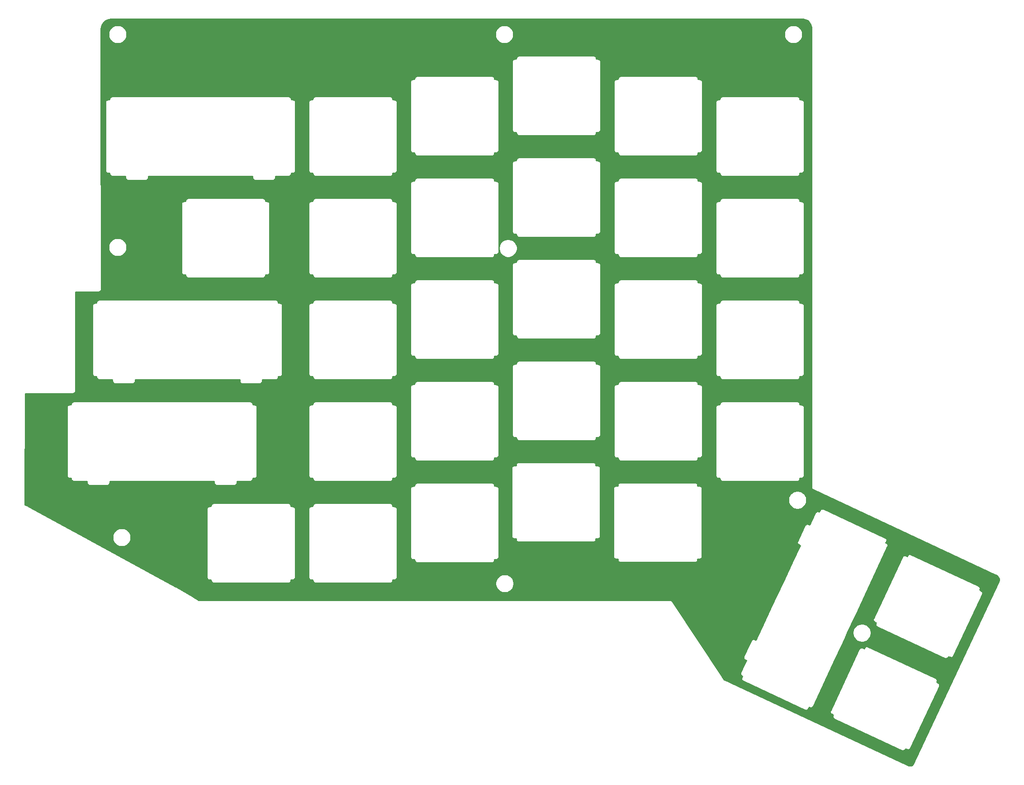
<source format=gbr>
G04 #@! TF.GenerationSoftware,KiCad,Pcbnew,(5.1.5)-3*
G04 #@! TF.CreationDate,2020-01-18T14:12:09+05:30*
G04 #@! TF.ProjectId,ergocape,6572676f-6361-4706-952e-6b696361645f,rev?*
G04 #@! TF.SameCoordinates,Original*
G04 #@! TF.FileFunction,Copper,L1,Top*
G04 #@! TF.FilePolarity,Positive*
%FSLAX46Y46*%
G04 Gerber Fmt 4.6, Leading zero omitted, Abs format (unit mm)*
G04 Created by KiCad (PCBNEW (5.1.5)-3) date 2020-01-18 14:12:09*
%MOMM*%
%LPD*%
G04 APERTURE LIST*
%ADD10C,0.254000*%
G04 APERTURE END LIST*
D10*
G36*
X168707689Y-17760160D02*
G01*
X169001735Y-17848937D01*
X169272936Y-17993138D01*
X169510961Y-18187266D01*
X169706751Y-18423936D01*
X169852840Y-18694120D01*
X169943669Y-18987542D01*
X169978000Y-19314187D01*
X169978001Y-105377086D01*
X169976278Y-105388960D01*
X169978001Y-105421914D01*
X169978001Y-105432399D01*
X169979170Y-105444264D01*
X169980968Y-105478661D01*
X169983565Y-105488892D01*
X169984599Y-105499392D01*
X169994590Y-105532327D01*
X170003067Y-105565724D01*
X170007613Y-105575258D01*
X170010674Y-105585348D01*
X170026899Y-105615703D01*
X170041728Y-105646801D01*
X170048042Y-105655259D01*
X170053017Y-105664566D01*
X170074869Y-105691193D01*
X170095464Y-105718780D01*
X170103301Y-105725839D01*
X170110000Y-105734001D01*
X170136628Y-105755853D01*
X170162208Y-105778892D01*
X170171277Y-105784289D01*
X170179435Y-105790984D01*
X170209807Y-105807218D01*
X170220057Y-105813318D01*
X170229553Y-105817773D01*
X170258653Y-105833327D01*
X170270134Y-105836810D01*
X204191514Y-121749806D01*
X204638597Y-121961724D01*
X204795505Y-122054519D01*
X204913617Y-122160123D01*
X205008969Y-122286659D01*
X205077926Y-122429303D01*
X205117864Y-122582626D01*
X205127259Y-122740784D01*
X205105757Y-122897758D01*
X205047312Y-123067492D01*
X189174156Y-157091768D01*
X189082069Y-157247479D01*
X188976466Y-157365588D01*
X188849934Y-157460937D01*
X188707288Y-157529895D01*
X188553964Y-157569834D01*
X188395808Y-157579230D01*
X188238835Y-157557727D01*
X188069046Y-157499265D01*
X166596569Y-147490865D01*
X173492176Y-147490865D01*
X173497340Y-147585472D01*
X173520863Y-147677254D01*
X173561840Y-147762684D01*
X173618697Y-147838478D01*
X173689247Y-147901723D01*
X173770780Y-147949990D01*
X173793177Y-147957866D01*
X174060877Y-148082697D01*
X174020572Y-148169130D01*
X174008475Y-148189565D01*
X173977043Y-148278947D01*
X173963652Y-148372745D01*
X173968816Y-148467352D01*
X173992339Y-148559134D01*
X174033316Y-148644564D01*
X174059615Y-148679622D01*
X174090173Y-148720358D01*
X174160723Y-148783603D01*
X174242256Y-148831870D01*
X174264653Y-148839746D01*
X186910136Y-154736431D01*
X186930564Y-154748524D01*
X186952959Y-154756400D01*
X186952960Y-154756400D01*
X187019946Y-154779957D01*
X187113744Y-154793349D01*
X187208352Y-154788184D01*
X187300134Y-154764661D01*
X187385564Y-154723684D01*
X187461358Y-154666827D01*
X187524603Y-154596277D01*
X187529705Y-154587658D01*
X187560776Y-154535174D01*
X187560778Y-154535171D01*
X187572870Y-154514744D01*
X187580745Y-154492351D01*
X187621052Y-154405911D01*
X187888758Y-154530744D01*
X187909182Y-154542835D01*
X187931572Y-154550709D01*
X187931577Y-154550711D01*
X187998564Y-154574267D01*
X188092362Y-154587659D01*
X188186969Y-154582494D01*
X188278752Y-154558971D01*
X188364182Y-154517994D01*
X188439975Y-154461137D01*
X188503221Y-154390587D01*
X188551487Y-154309054D01*
X188559364Y-154286655D01*
X193948908Y-142728743D01*
X193961001Y-142708315D01*
X193992433Y-142618933D01*
X194005825Y-142525135D01*
X194000660Y-142430527D01*
X193977137Y-142338745D01*
X193936160Y-142253315D01*
X193879303Y-142177521D01*
X193808753Y-142114277D01*
X193747649Y-142078104D01*
X193747644Y-142078102D01*
X193727220Y-142066011D01*
X193704829Y-142058137D01*
X193437124Y-141933304D01*
X193477432Y-141846863D01*
X193489525Y-141826435D01*
X193515435Y-141752756D01*
X193520957Y-141737054D01*
X193528856Y-141681728D01*
X193534349Y-141643255D01*
X193529184Y-141548647D01*
X193505661Y-141456865D01*
X193464684Y-141371435D01*
X193407828Y-141295641D01*
X193337277Y-141232396D01*
X193276174Y-141196223D01*
X193276157Y-141196215D01*
X193255744Y-141184131D01*
X193233366Y-141176261D01*
X180587864Y-135279570D01*
X180567435Y-135267476D01*
X180478053Y-135236043D01*
X180384255Y-135222652D01*
X180289648Y-135227816D01*
X180197866Y-135251339D01*
X180112436Y-135292316D01*
X180036642Y-135349173D01*
X179973397Y-135419723D01*
X179925130Y-135501256D01*
X179917254Y-135523653D01*
X179876948Y-135610090D01*
X179609247Y-135485259D01*
X179588818Y-135473166D01*
X179499436Y-135441733D01*
X179405638Y-135428342D01*
X179311030Y-135433507D01*
X179219248Y-135457030D01*
X179133818Y-135498007D01*
X179058024Y-135554863D01*
X178994779Y-135625413D01*
X178958606Y-135686517D01*
X178958603Y-135686524D01*
X178946513Y-135706946D01*
X178938640Y-135729334D01*
X173549097Y-147287250D01*
X173536999Y-147307685D01*
X173505990Y-147395864D01*
X173505567Y-147397067D01*
X173492176Y-147490865D01*
X166596569Y-147490865D01*
X153793201Y-141523169D01*
X153788067Y-141520307D01*
X153772909Y-141513711D01*
X153757925Y-141506727D01*
X153752380Y-141504778D01*
X153670543Y-141469167D01*
X152907660Y-140320909D01*
X156698679Y-140320909D01*
X156703843Y-140415516D01*
X156727366Y-140507298D01*
X156768343Y-140592728D01*
X156825200Y-140668522D01*
X156895750Y-140731767D01*
X156977283Y-140780034D01*
X156999680Y-140787910D01*
X157086555Y-140828421D01*
X156961747Y-141096072D01*
X156949650Y-141116507D01*
X156918218Y-141205889D01*
X156904827Y-141299687D01*
X156909991Y-141394294D01*
X156933514Y-141486076D01*
X156974491Y-141571506D01*
X157028314Y-141643255D01*
X157031348Y-141647300D01*
X157101898Y-141710545D01*
X157183431Y-141758812D01*
X157205828Y-141766688D01*
X168763504Y-147156121D01*
X168783928Y-147168212D01*
X168806319Y-147176086D01*
X168806323Y-147176088D01*
X168873310Y-147199645D01*
X168967108Y-147213036D01*
X169061715Y-147207872D01*
X169153498Y-147184349D01*
X169238927Y-147143372D01*
X169314721Y-147086516D01*
X169377967Y-147015965D01*
X169414140Y-146954862D01*
X169414144Y-146954853D01*
X169426233Y-146934432D01*
X169434106Y-146912046D01*
X169558920Y-146644381D01*
X169645332Y-146684675D01*
X169665756Y-146696766D01*
X169688146Y-146704640D01*
X169688151Y-146704642D01*
X169755138Y-146728198D01*
X169848936Y-146741590D01*
X169943543Y-146736425D01*
X170035326Y-146712902D01*
X170076303Y-146693247D01*
X170120755Y-146671925D01*
X170196549Y-146615068D01*
X170223276Y-146585254D01*
X170259795Y-146544518D01*
X170308061Y-146462985D01*
X170315938Y-146440586D01*
X174341375Y-137808010D01*
X174341376Y-137808007D01*
X176232667Y-133752121D01*
X176232668Y-133752118D01*
X176795784Y-132544511D01*
X177720000Y-132544511D01*
X177720000Y-132885489D01*
X177786521Y-133219914D01*
X177917007Y-133534936D01*
X178106444Y-133818448D01*
X178347552Y-134059556D01*
X178631064Y-134248993D01*
X178946086Y-134379479D01*
X179280511Y-134446000D01*
X179621489Y-134446000D01*
X179955914Y-134379479D01*
X180270936Y-134248993D01*
X180554448Y-134059556D01*
X180795556Y-133818448D01*
X180984993Y-133534936D01*
X181115479Y-133219914D01*
X181182000Y-132885489D01*
X181182000Y-132544511D01*
X181115479Y-132210086D01*
X180984993Y-131895064D01*
X180795556Y-131611552D01*
X180554448Y-131370444D01*
X180270936Y-131181007D01*
X179955914Y-131050521D01*
X179621489Y-130984000D01*
X179280511Y-130984000D01*
X178946086Y-131050521D01*
X178631064Y-131181007D01*
X178347552Y-131370444D01*
X178106444Y-131611552D01*
X177917007Y-131895064D01*
X177786521Y-132210086D01*
X177720000Y-132544511D01*
X176795784Y-132544511D01*
X177876986Y-130225865D01*
X181542176Y-130225865D01*
X181547340Y-130320472D01*
X181570863Y-130412254D01*
X181611840Y-130497684D01*
X181668697Y-130573478D01*
X181739247Y-130636723D01*
X181820780Y-130684990D01*
X181843177Y-130692866D01*
X182110877Y-130817697D01*
X182070572Y-130904130D01*
X182058475Y-130924565D01*
X182027043Y-131013947D01*
X182013652Y-131107745D01*
X182018816Y-131202352D01*
X182042339Y-131294134D01*
X182083316Y-131379564D01*
X182085804Y-131382880D01*
X182140173Y-131455358D01*
X182210723Y-131518603D01*
X182292256Y-131566870D01*
X182314653Y-131574746D01*
X194960136Y-137471431D01*
X194980564Y-137483524D01*
X195002959Y-137491400D01*
X195002960Y-137491400D01*
X195069946Y-137514957D01*
X195163744Y-137528349D01*
X195258352Y-137523184D01*
X195350134Y-137499661D01*
X195435564Y-137458684D01*
X195511358Y-137401827D01*
X195574603Y-137331277D01*
X195581761Y-137319185D01*
X195610776Y-137270174D01*
X195610778Y-137270171D01*
X195622870Y-137249744D01*
X195630745Y-137227351D01*
X195671052Y-137140911D01*
X195938758Y-137265744D01*
X195959182Y-137277835D01*
X195981572Y-137285709D01*
X195981577Y-137285711D01*
X196048564Y-137309267D01*
X196142362Y-137322659D01*
X196236969Y-137317494D01*
X196328752Y-137293971D01*
X196414182Y-137252994D01*
X196489975Y-137196137D01*
X196553221Y-137125587D01*
X196601487Y-137044054D01*
X196609364Y-137021655D01*
X201998908Y-125463743D01*
X202011001Y-125443315D01*
X202042433Y-125353933D01*
X202055825Y-125260135D01*
X202050660Y-125165527D01*
X202027137Y-125073745D01*
X201986160Y-124988315D01*
X201929303Y-124912521D01*
X201858753Y-124849277D01*
X201797649Y-124813104D01*
X201797644Y-124813102D01*
X201777220Y-124801011D01*
X201754829Y-124793137D01*
X201487124Y-124668304D01*
X201527432Y-124581863D01*
X201539525Y-124561435D01*
X201570957Y-124472053D01*
X201584349Y-124378255D01*
X201579184Y-124283647D01*
X201555661Y-124191865D01*
X201514684Y-124106435D01*
X201457828Y-124030641D01*
X201387277Y-123967396D01*
X201326174Y-123931223D01*
X201326157Y-123931215D01*
X201305744Y-123919131D01*
X201283366Y-123911261D01*
X188637864Y-118014570D01*
X188617435Y-118002476D01*
X188528053Y-117971043D01*
X188434255Y-117957652D01*
X188339648Y-117962816D01*
X188247866Y-117986339D01*
X188162436Y-118027316D01*
X188086642Y-118084173D01*
X188023397Y-118154723D01*
X187975130Y-118236256D01*
X187967254Y-118258653D01*
X187926948Y-118345090D01*
X187659247Y-118220259D01*
X187638818Y-118208166D01*
X187549436Y-118176733D01*
X187455638Y-118163342D01*
X187361030Y-118168507D01*
X187269248Y-118192030D01*
X187183818Y-118233007D01*
X187108024Y-118289863D01*
X187044779Y-118360413D01*
X187008606Y-118421517D01*
X187008603Y-118421524D01*
X186996513Y-118441946D01*
X186988640Y-118464334D01*
X181599097Y-130022250D01*
X181586999Y-130042685D01*
X181555990Y-130130864D01*
X181555567Y-130132067D01*
X181542176Y-130225865D01*
X177876986Y-130225865D01*
X178366814Y-129175427D01*
X180258106Y-125119539D01*
X180258107Y-125119536D01*
X184263577Y-116529780D01*
X184275670Y-116509352D01*
X184299598Y-116441310D01*
X184307102Y-116419971D01*
X184320493Y-116326174D01*
X184319188Y-116302271D01*
X184315329Y-116231564D01*
X184291806Y-116139782D01*
X184250828Y-116054352D01*
X184193972Y-115978559D01*
X184123422Y-115915314D01*
X184062318Y-115879141D01*
X184062313Y-115879139D01*
X184041889Y-115867048D01*
X184019498Y-115859174D01*
X183933087Y-115818880D01*
X184057899Y-115551219D01*
X184069991Y-115530793D01*
X184090379Y-115472818D01*
X184101424Y-115441412D01*
X184114816Y-115347614D01*
X184109651Y-115253006D01*
X184086128Y-115161224D01*
X184045151Y-115075794D01*
X183988295Y-115000000D01*
X183988294Y-114999999D01*
X183917744Y-114936754D01*
X183856640Y-114900581D01*
X183856637Y-114900580D01*
X183836212Y-114888488D01*
X183813818Y-114880613D01*
X172256147Y-109491185D01*
X172235712Y-109479087D01*
X172146330Y-109447655D01*
X172052532Y-109434264D01*
X171957925Y-109439428D01*
X171866143Y-109462951D01*
X171780713Y-109503928D01*
X171770451Y-109511626D01*
X171704918Y-109560785D01*
X171641674Y-109631335D01*
X171593407Y-109712868D01*
X171585531Y-109735266D01*
X171460721Y-110002921D01*
X171373844Y-109962409D01*
X171353415Y-109950316D01*
X171264033Y-109918883D01*
X171170235Y-109905492D01*
X171075627Y-109910657D01*
X170983845Y-109934180D01*
X170898415Y-109975157D01*
X170822621Y-110032013D01*
X170759376Y-110102563D01*
X170723203Y-110163667D01*
X170723200Y-110163674D01*
X170711110Y-110184096D01*
X170703237Y-110206485D01*
X169659205Y-112445422D01*
X169436985Y-112341799D01*
X169416550Y-112329702D01*
X169327168Y-112298270D01*
X169233370Y-112284878D01*
X169138762Y-112290043D01*
X169046980Y-112313566D01*
X168961550Y-112354543D01*
X168885756Y-112411399D01*
X168822511Y-112481950D01*
X168786338Y-112543054D01*
X168786335Y-112543061D01*
X168774245Y-112563483D01*
X168766372Y-112585872D01*
X167391677Y-115533916D01*
X167379580Y-115554351D01*
X167361408Y-115606027D01*
X167348148Y-115643733D01*
X167334757Y-115737531D01*
X167339921Y-115832138D01*
X167363444Y-115923920D01*
X167404421Y-116009350D01*
X167461278Y-116085144D01*
X167531828Y-116148389D01*
X167613361Y-116196656D01*
X167635758Y-116204532D01*
X167857981Y-116308156D01*
X166697772Y-118796235D01*
X166697765Y-118796248D01*
X164806481Y-122852124D01*
X164806473Y-122852137D01*
X162672334Y-127428817D01*
X162672326Y-127428830D01*
X160781042Y-131484706D01*
X160781034Y-131484719D01*
X159600849Y-134015637D01*
X159378622Y-133912011D01*
X159358193Y-133899918D01*
X159268811Y-133868485D01*
X159175013Y-133855094D01*
X159080405Y-133860259D01*
X158988623Y-133883782D01*
X158903193Y-133924759D01*
X158827399Y-133981615D01*
X158764154Y-134052165D01*
X158727981Y-134113269D01*
X158727978Y-134113276D01*
X158715888Y-134133698D01*
X158708015Y-134156087D01*
X157333321Y-137104130D01*
X157321226Y-137124562D01*
X157289793Y-137213945D01*
X157281766Y-137270174D01*
X157276402Y-137307743D01*
X157281538Y-137401828D01*
X157281566Y-137402349D01*
X157305089Y-137494132D01*
X157346066Y-137579562D01*
X157402922Y-137655355D01*
X157473473Y-137718601D01*
X157534576Y-137754774D01*
X157534579Y-137754776D01*
X157555006Y-137766868D01*
X157577399Y-137774743D01*
X157799626Y-137878369D01*
X156755597Y-140117300D01*
X156743503Y-140137729D01*
X156735627Y-140160125D01*
X156712070Y-140227111D01*
X156698679Y-140320909D01*
X152907660Y-140320909D01*
X143901879Y-126765817D01*
X143890984Y-126745434D01*
X143862734Y-126711011D01*
X143834851Y-126676852D01*
X143834387Y-126676469D01*
X143834001Y-126675999D01*
X143799574Y-126647746D01*
X143765565Y-126619686D01*
X143765035Y-126619401D01*
X143764566Y-126619016D01*
X143725244Y-126597998D01*
X143686459Y-126577136D01*
X143685886Y-126576960D01*
X143685348Y-126576673D01*
X143642643Y-126563718D01*
X143600572Y-126550835D01*
X143599974Y-126550774D01*
X143599392Y-126550598D01*
X143555091Y-126546235D01*
X143511204Y-126541796D01*
X143488206Y-126544000D01*
X55244305Y-126544000D01*
X54099406Y-125857062D01*
X54097113Y-125855403D01*
X54080134Y-125845499D01*
X54063403Y-125835460D01*
X54060864Y-125834257D01*
X51043452Y-124074101D01*
X51038020Y-124070405D01*
X51024087Y-124062805D01*
X51010417Y-124054831D01*
X51004461Y-124052100D01*
X33744381Y-114637511D01*
X39163000Y-114637511D01*
X39163000Y-114978489D01*
X39229521Y-115312914D01*
X39360007Y-115627936D01*
X39549444Y-115911448D01*
X39790552Y-116152556D01*
X40074064Y-116341993D01*
X40389086Y-116472479D01*
X40723511Y-116539000D01*
X41064489Y-116539000D01*
X41398914Y-116472479D01*
X41713936Y-116341993D01*
X41997448Y-116152556D01*
X42238556Y-115911448D01*
X42427993Y-115627936D01*
X42558479Y-115312914D01*
X42625000Y-114978489D01*
X42625000Y-114637511D01*
X42558479Y-114303086D01*
X42427993Y-113988064D01*
X42238556Y-113704552D01*
X41997448Y-113463444D01*
X41713936Y-113274007D01*
X41398914Y-113143521D01*
X41064489Y-113077000D01*
X40723511Y-113077000D01*
X40389086Y-113143521D01*
X40074064Y-113274007D01*
X39790552Y-113463444D01*
X39549444Y-113704552D01*
X39360007Y-113988064D01*
X39229521Y-114303086D01*
X39163000Y-114637511D01*
X33744381Y-114637511D01*
X24303611Y-109488000D01*
X56804173Y-109488000D01*
X56806500Y-109511625D01*
X56806501Y-122264364D01*
X56804173Y-122288000D01*
X56813460Y-122382292D01*
X56840964Y-122472961D01*
X56885628Y-122556522D01*
X56945736Y-122629764D01*
X57018978Y-122689872D01*
X57102539Y-122734536D01*
X57193208Y-122762040D01*
X57263874Y-122769000D01*
X57287500Y-122771327D01*
X57311126Y-122769000D01*
X57606501Y-122769000D01*
X57606501Y-122864364D01*
X57604173Y-122888000D01*
X57613460Y-122982292D01*
X57640964Y-123072961D01*
X57685628Y-123156522D01*
X57745736Y-123229764D01*
X57818978Y-123289872D01*
X57902539Y-123334536D01*
X57993208Y-123362040D01*
X58063874Y-123369000D01*
X58087500Y-123371327D01*
X58111126Y-123369000D01*
X72063874Y-123369000D01*
X72087500Y-123371327D01*
X72111126Y-123369000D01*
X72181792Y-123362040D01*
X72272461Y-123334536D01*
X72356022Y-123289872D01*
X72429264Y-123229764D01*
X72489372Y-123156522D01*
X72534036Y-123072961D01*
X72561540Y-122982292D01*
X72570827Y-122888000D01*
X72568500Y-122864374D01*
X72568500Y-122769000D01*
X72863874Y-122769000D01*
X72887500Y-122771327D01*
X72911126Y-122769000D01*
X72981792Y-122762040D01*
X73072461Y-122734536D01*
X73156022Y-122689872D01*
X73229264Y-122629764D01*
X73289372Y-122556522D01*
X73334036Y-122472961D01*
X73361540Y-122382292D01*
X73370827Y-122288000D01*
X73368500Y-122264374D01*
X73368500Y-109511625D01*
X73370827Y-109488000D01*
X75854173Y-109488000D01*
X75856500Y-109511625D01*
X75856501Y-122264364D01*
X75854173Y-122288000D01*
X75863460Y-122382292D01*
X75890964Y-122472961D01*
X75935628Y-122556522D01*
X75995736Y-122629764D01*
X76068978Y-122689872D01*
X76152539Y-122734536D01*
X76243208Y-122762040D01*
X76313874Y-122769000D01*
X76337500Y-122771327D01*
X76361126Y-122769000D01*
X76656501Y-122769000D01*
X76656501Y-122864364D01*
X76654173Y-122888000D01*
X76663460Y-122982292D01*
X76690964Y-123072961D01*
X76735628Y-123156522D01*
X76795736Y-123229764D01*
X76868978Y-123289872D01*
X76952539Y-123334536D01*
X77043208Y-123362040D01*
X77113874Y-123369000D01*
X77137500Y-123371327D01*
X77161126Y-123369000D01*
X91113874Y-123369000D01*
X91137500Y-123371327D01*
X91161126Y-123369000D01*
X91231792Y-123362040D01*
X91322461Y-123334536D01*
X91406022Y-123289872D01*
X91425957Y-123273511D01*
X110855000Y-123273511D01*
X110855000Y-123614489D01*
X110921521Y-123948914D01*
X111052007Y-124263936D01*
X111241444Y-124547448D01*
X111482552Y-124788556D01*
X111766064Y-124977993D01*
X112081086Y-125108479D01*
X112415511Y-125175000D01*
X112756489Y-125175000D01*
X113090914Y-125108479D01*
X113405936Y-124977993D01*
X113689448Y-124788556D01*
X113930556Y-124547448D01*
X114119993Y-124263936D01*
X114250479Y-123948914D01*
X114317000Y-123614489D01*
X114317000Y-123273511D01*
X114250479Y-122939086D01*
X114119993Y-122624064D01*
X113930556Y-122340552D01*
X113689448Y-122099444D01*
X113405936Y-121910007D01*
X113090914Y-121779521D01*
X112756489Y-121713000D01*
X112415511Y-121713000D01*
X112081086Y-121779521D01*
X111766064Y-121910007D01*
X111482552Y-122099444D01*
X111241444Y-122340552D01*
X111052007Y-122624064D01*
X110921521Y-122939086D01*
X110855000Y-123273511D01*
X91425957Y-123273511D01*
X91479264Y-123229764D01*
X91539372Y-123156522D01*
X91584036Y-123072961D01*
X91611540Y-122982292D01*
X91620827Y-122888000D01*
X91618500Y-122864374D01*
X91618500Y-122769000D01*
X91913874Y-122769000D01*
X91937500Y-122771327D01*
X91961126Y-122769000D01*
X92031792Y-122762040D01*
X92122461Y-122734536D01*
X92206022Y-122689872D01*
X92279264Y-122629764D01*
X92339372Y-122556522D01*
X92384036Y-122472961D01*
X92411540Y-122382292D01*
X92420827Y-122288000D01*
X92418500Y-122264374D01*
X92418500Y-109511625D01*
X92420827Y-109488000D01*
X92411540Y-109393708D01*
X92384036Y-109303039D01*
X92339372Y-109219478D01*
X92279264Y-109146236D01*
X92206022Y-109086128D01*
X92122461Y-109041464D01*
X92031792Y-109013960D01*
X91961126Y-109007000D01*
X91937500Y-109004673D01*
X91913874Y-109007000D01*
X91618500Y-109007000D01*
X91618500Y-108911626D01*
X91620827Y-108888000D01*
X91611540Y-108793708D01*
X91584036Y-108703039D01*
X91539372Y-108619478D01*
X91479264Y-108546236D01*
X91406022Y-108486128D01*
X91322461Y-108441464D01*
X91231792Y-108413960D01*
X91161126Y-108407000D01*
X91137500Y-108404673D01*
X91113874Y-108407000D01*
X77161126Y-108407000D01*
X77137500Y-108404673D01*
X77113874Y-108407000D01*
X77043208Y-108413960D01*
X76952539Y-108441464D01*
X76868978Y-108486128D01*
X76795736Y-108546236D01*
X76735628Y-108619478D01*
X76690964Y-108703039D01*
X76663460Y-108793708D01*
X76654173Y-108888000D01*
X76656500Y-108911627D01*
X76656500Y-109007000D01*
X76361126Y-109007000D01*
X76337500Y-109004673D01*
X76313874Y-109007000D01*
X76243208Y-109013960D01*
X76152539Y-109041464D01*
X76068978Y-109086128D01*
X75995736Y-109146236D01*
X75935628Y-109219478D01*
X75890964Y-109303039D01*
X75863460Y-109393708D01*
X75854173Y-109488000D01*
X73370827Y-109488000D01*
X73361540Y-109393708D01*
X73334036Y-109303039D01*
X73289372Y-109219478D01*
X73229264Y-109146236D01*
X73156022Y-109086128D01*
X73072461Y-109041464D01*
X72981792Y-109013960D01*
X72911126Y-109007000D01*
X72887500Y-109004673D01*
X72863874Y-109007000D01*
X72568500Y-109007000D01*
X72568500Y-108911626D01*
X72570827Y-108888000D01*
X72561540Y-108793708D01*
X72534036Y-108703039D01*
X72489372Y-108619478D01*
X72429264Y-108546236D01*
X72356022Y-108486128D01*
X72272461Y-108441464D01*
X72181792Y-108413960D01*
X72111126Y-108407000D01*
X72087500Y-108404673D01*
X72063874Y-108407000D01*
X58111126Y-108407000D01*
X58087500Y-108404673D01*
X58063874Y-108407000D01*
X57993208Y-108413960D01*
X57902539Y-108441464D01*
X57818978Y-108486128D01*
X57745736Y-108546236D01*
X57685628Y-108619478D01*
X57640964Y-108703039D01*
X57613460Y-108793708D01*
X57604173Y-108888000D01*
X57606500Y-108911627D01*
X57606500Y-109007000D01*
X57311126Y-109007000D01*
X57287500Y-109004673D01*
X57263874Y-109007000D01*
X57193208Y-109013960D01*
X57102539Y-109041464D01*
X57018978Y-109086128D01*
X56945736Y-109146236D01*
X56885628Y-109219478D01*
X56840964Y-109303039D01*
X56813460Y-109393708D01*
X56804173Y-109488000D01*
X24303611Y-109488000D01*
X23090857Y-108826498D01*
X23083963Y-108822159D01*
X23071221Y-108815788D01*
X23058692Y-108808954D01*
X23051181Y-108805768D01*
X22808000Y-108684178D01*
X22808000Y-105678000D01*
X94904673Y-105678000D01*
X94907000Y-105701625D01*
X94907001Y-118454364D01*
X94904673Y-118478000D01*
X94913960Y-118572292D01*
X94941464Y-118662961D01*
X94986128Y-118746522D01*
X95046236Y-118819764D01*
X95119478Y-118879872D01*
X95203039Y-118924536D01*
X95293708Y-118952040D01*
X95364374Y-118959000D01*
X95388000Y-118961327D01*
X95411626Y-118959000D01*
X95707001Y-118959000D01*
X95707001Y-119054364D01*
X95704673Y-119078000D01*
X95713960Y-119172292D01*
X95741464Y-119262961D01*
X95786128Y-119346522D01*
X95846236Y-119419764D01*
X95919478Y-119479872D01*
X96003039Y-119524536D01*
X96093708Y-119552040D01*
X96164374Y-119559000D01*
X96188000Y-119561327D01*
X96211626Y-119559000D01*
X110164374Y-119559000D01*
X110188000Y-119561327D01*
X110211626Y-119559000D01*
X110282292Y-119552040D01*
X110372961Y-119524536D01*
X110456522Y-119479872D01*
X110529764Y-119419764D01*
X110589872Y-119346522D01*
X110634536Y-119262961D01*
X110662040Y-119172292D01*
X110671327Y-119078000D01*
X110669000Y-119054374D01*
X110669000Y-118959000D01*
X110964374Y-118959000D01*
X110988000Y-118961327D01*
X111011626Y-118959000D01*
X111082292Y-118952040D01*
X111172961Y-118924536D01*
X111256522Y-118879872D01*
X111329764Y-118819764D01*
X111389872Y-118746522D01*
X111434536Y-118662961D01*
X111462040Y-118572292D01*
X111471327Y-118478000D01*
X111469000Y-118454374D01*
X111469000Y-105701625D01*
X111471327Y-105678000D01*
X111462040Y-105583708D01*
X111434536Y-105493039D01*
X111389872Y-105409478D01*
X111329764Y-105336236D01*
X111256522Y-105276128D01*
X111172961Y-105231464D01*
X111082292Y-105203960D01*
X110988000Y-105194673D01*
X110964374Y-105197000D01*
X110669000Y-105197000D01*
X110669000Y-105101626D01*
X110671327Y-105078000D01*
X110662040Y-104983708D01*
X110634536Y-104893039D01*
X110589872Y-104809478D01*
X110529764Y-104736236D01*
X110456522Y-104676128D01*
X110372961Y-104631464D01*
X110282292Y-104603960D01*
X110211626Y-104597000D01*
X110188000Y-104594673D01*
X110164374Y-104597000D01*
X96211626Y-104597000D01*
X96188000Y-104594673D01*
X96164374Y-104597000D01*
X96093708Y-104603960D01*
X96003039Y-104631464D01*
X95919478Y-104676128D01*
X95846236Y-104736236D01*
X95786128Y-104809478D01*
X95741464Y-104893039D01*
X95713960Y-104983708D01*
X95704673Y-105078000D01*
X95707000Y-105101627D01*
X95707000Y-105197000D01*
X95411626Y-105197000D01*
X95388000Y-105194673D01*
X95293708Y-105203960D01*
X95203039Y-105231464D01*
X95119478Y-105276128D01*
X95046236Y-105336236D01*
X94986128Y-105409478D01*
X94941464Y-105493039D01*
X94913960Y-105583708D01*
X94904673Y-105678000D01*
X22808000Y-105678000D01*
X22808000Y-98197762D01*
X22826040Y-98138292D01*
X22833000Y-98067626D01*
X22833000Y-90437037D01*
X30611096Y-90437037D01*
X30613424Y-90460673D01*
X30613423Y-103213145D01*
X30611096Y-103236771D01*
X30620383Y-103331063D01*
X30647887Y-103421732D01*
X30648277Y-103422461D01*
X30692551Y-103505293D01*
X30752659Y-103578535D01*
X30825901Y-103638643D01*
X30909462Y-103683307D01*
X31000131Y-103710811D01*
X31094423Y-103720098D01*
X31118049Y-103717771D01*
X31413375Y-103717771D01*
X31413375Y-103813627D01*
X31411048Y-103837254D01*
X31420335Y-103931546D01*
X31447839Y-104022215D01*
X31492503Y-104105776D01*
X31552611Y-104179018D01*
X31625853Y-104239126D01*
X31709414Y-104283790D01*
X31800083Y-104311294D01*
X31894375Y-104320581D01*
X31918001Y-104318254D01*
X34388387Y-104318254D01*
X34388387Y-104563451D01*
X34386060Y-104587078D01*
X34395347Y-104681370D01*
X34422851Y-104772039D01*
X34467515Y-104855600D01*
X34527623Y-104928842D01*
X34600865Y-104988950D01*
X34684426Y-105033614D01*
X34775095Y-105061118D01*
X34869387Y-105070405D01*
X34893013Y-105068078D01*
X38145816Y-105068078D01*
X38169442Y-105070405D01*
X38193068Y-105068078D01*
X38263734Y-105061118D01*
X38354403Y-105033614D01*
X38437964Y-104988950D01*
X38511206Y-104928842D01*
X38571314Y-104855600D01*
X38615978Y-104772039D01*
X38643482Y-104681370D01*
X38652769Y-104587078D01*
X38650442Y-104563452D01*
X38650442Y-104318254D01*
X58188483Y-104318254D01*
X58188483Y-104563451D01*
X58186156Y-104587078D01*
X58195443Y-104681370D01*
X58222947Y-104772039D01*
X58267611Y-104855600D01*
X58327719Y-104928842D01*
X58400961Y-104988950D01*
X58484522Y-105033614D01*
X58575191Y-105061118D01*
X58669483Y-105070405D01*
X58693109Y-105068078D01*
X61945915Y-105068078D01*
X61969541Y-105070405D01*
X61993167Y-105068078D01*
X62063833Y-105061118D01*
X62154502Y-105033614D01*
X62238063Y-104988950D01*
X62311305Y-104928842D01*
X62371413Y-104855600D01*
X62416077Y-104772039D01*
X62443581Y-104681370D01*
X62452868Y-104587078D01*
X62450541Y-104563452D01*
X62450541Y-104318254D01*
X64920927Y-104318254D01*
X64944553Y-104320581D01*
X64968179Y-104318254D01*
X65038845Y-104311294D01*
X65129514Y-104283790D01*
X65213075Y-104239126D01*
X65286317Y-104179018D01*
X65346425Y-104105776D01*
X65391089Y-104022215D01*
X65418593Y-103931546D01*
X65427880Y-103837254D01*
X65425553Y-103813628D01*
X65425553Y-103717771D01*
X65720879Y-103717771D01*
X65744505Y-103720098D01*
X65768131Y-103717771D01*
X65838797Y-103710811D01*
X65929466Y-103683307D01*
X66013027Y-103638643D01*
X66086269Y-103578535D01*
X66146377Y-103505293D01*
X66191041Y-103421732D01*
X66218545Y-103331063D01*
X66227832Y-103236771D01*
X66225505Y-103213145D01*
X66225505Y-90460662D01*
X66227786Y-90437500D01*
X75854173Y-90437500D01*
X75856500Y-90461125D01*
X75856501Y-103213864D01*
X75854173Y-103237500D01*
X75863460Y-103331792D01*
X75890964Y-103422461D01*
X75935628Y-103506022D01*
X75995736Y-103579264D01*
X76068978Y-103639372D01*
X76152539Y-103684036D01*
X76243208Y-103711540D01*
X76313874Y-103718500D01*
X76337500Y-103720827D01*
X76361126Y-103718500D01*
X76656501Y-103718500D01*
X76656501Y-103813864D01*
X76654173Y-103837500D01*
X76663460Y-103931792D01*
X76690964Y-104022461D01*
X76735628Y-104106022D01*
X76795736Y-104179264D01*
X76868978Y-104239372D01*
X76952539Y-104284036D01*
X77043208Y-104311540D01*
X77113874Y-104318500D01*
X77137500Y-104320827D01*
X77161126Y-104318500D01*
X91113874Y-104318500D01*
X91137500Y-104320827D01*
X91161126Y-104318500D01*
X91231792Y-104311540D01*
X91322461Y-104284036D01*
X91406022Y-104239372D01*
X91479264Y-104179264D01*
X91539372Y-104106022D01*
X91584036Y-104022461D01*
X91611540Y-103931792D01*
X91620827Y-103837500D01*
X91618500Y-103813874D01*
X91618500Y-103718500D01*
X91913874Y-103718500D01*
X91937500Y-103720827D01*
X91961126Y-103718500D01*
X92031792Y-103711540D01*
X92122461Y-103684036D01*
X92206022Y-103639372D01*
X92279264Y-103579264D01*
X92339372Y-103506022D01*
X92384036Y-103422461D01*
X92411540Y-103331792D01*
X92420827Y-103237500D01*
X92418500Y-103213874D01*
X92418500Y-101804000D01*
X113890673Y-101804000D01*
X113893000Y-101827625D01*
X113893001Y-114580364D01*
X113890673Y-114604000D01*
X113899960Y-114698292D01*
X113927464Y-114788961D01*
X113972128Y-114872522D01*
X114032236Y-114945764D01*
X114105478Y-115005872D01*
X114189039Y-115050536D01*
X114279708Y-115078040D01*
X114350374Y-115085000D01*
X114374000Y-115087327D01*
X114397626Y-115085000D01*
X114693001Y-115085000D01*
X114693001Y-115180364D01*
X114690673Y-115204000D01*
X114699960Y-115298292D01*
X114727464Y-115388961D01*
X114772128Y-115472522D01*
X114832236Y-115545764D01*
X114905478Y-115605872D01*
X114989039Y-115650536D01*
X115079708Y-115678040D01*
X115150374Y-115685000D01*
X115174000Y-115687327D01*
X115197626Y-115685000D01*
X129150374Y-115685000D01*
X129174000Y-115687327D01*
X129197626Y-115685000D01*
X129268292Y-115678040D01*
X129358961Y-115650536D01*
X129442522Y-115605872D01*
X129515764Y-115545764D01*
X129575872Y-115472522D01*
X129620536Y-115388961D01*
X129648040Y-115298292D01*
X129657327Y-115204000D01*
X129655000Y-115180374D01*
X129655000Y-115085000D01*
X129950374Y-115085000D01*
X129974000Y-115087327D01*
X129997626Y-115085000D01*
X130068292Y-115078040D01*
X130158961Y-115050536D01*
X130242522Y-115005872D01*
X130315764Y-114945764D01*
X130375872Y-114872522D01*
X130420536Y-114788961D01*
X130448040Y-114698292D01*
X130457327Y-114604000D01*
X130455000Y-114580374D01*
X130455000Y-105614000D01*
X132940673Y-105614000D01*
X132943000Y-105637625D01*
X132943001Y-118390364D01*
X132940673Y-118414000D01*
X132949960Y-118508292D01*
X132977464Y-118598961D01*
X133022128Y-118682522D01*
X133082236Y-118755764D01*
X133155478Y-118815872D01*
X133239039Y-118860536D01*
X133329708Y-118888040D01*
X133400374Y-118895000D01*
X133424000Y-118897327D01*
X133447626Y-118895000D01*
X133743001Y-118895000D01*
X133743001Y-118990364D01*
X133740673Y-119014000D01*
X133749960Y-119108292D01*
X133777464Y-119198961D01*
X133822128Y-119282522D01*
X133882236Y-119355764D01*
X133955478Y-119415872D01*
X134039039Y-119460536D01*
X134129708Y-119488040D01*
X134200374Y-119495000D01*
X134224000Y-119497327D01*
X134247626Y-119495000D01*
X148200374Y-119495000D01*
X148224000Y-119497327D01*
X148247626Y-119495000D01*
X148318292Y-119488040D01*
X148408961Y-119460536D01*
X148492522Y-119415872D01*
X148565764Y-119355764D01*
X148625872Y-119282522D01*
X148670536Y-119198961D01*
X148698040Y-119108292D01*
X148707327Y-119014000D01*
X148705000Y-118990374D01*
X148705000Y-118895000D01*
X149000374Y-118895000D01*
X149024000Y-118897327D01*
X149047626Y-118895000D01*
X149118292Y-118888040D01*
X149208961Y-118860536D01*
X149292522Y-118815872D01*
X149365764Y-118755764D01*
X149425872Y-118682522D01*
X149470536Y-118598961D01*
X149498040Y-118508292D01*
X149507327Y-118414000D01*
X149505000Y-118390374D01*
X149505000Y-107652511D01*
X165655000Y-107652511D01*
X165655000Y-107993489D01*
X165721521Y-108327914D01*
X165852007Y-108642936D01*
X166041444Y-108926448D01*
X166282552Y-109167556D01*
X166566064Y-109356993D01*
X166881086Y-109487479D01*
X167215511Y-109554000D01*
X167556489Y-109554000D01*
X167890914Y-109487479D01*
X168205936Y-109356993D01*
X168489448Y-109167556D01*
X168730556Y-108926448D01*
X168919993Y-108642936D01*
X169050479Y-108327914D01*
X169117000Y-107993489D01*
X169117000Y-107652511D01*
X169050479Y-107318086D01*
X168919993Y-107003064D01*
X168730556Y-106719552D01*
X168489448Y-106478444D01*
X168205936Y-106289007D01*
X167890914Y-106158521D01*
X167556489Y-106092000D01*
X167215511Y-106092000D01*
X166881086Y-106158521D01*
X166566064Y-106289007D01*
X166282552Y-106478444D01*
X166041444Y-106719552D01*
X165852007Y-107003064D01*
X165721521Y-107318086D01*
X165655000Y-107652511D01*
X149505000Y-107652511D01*
X149505000Y-105637625D01*
X149507327Y-105614000D01*
X149498040Y-105519708D01*
X149470536Y-105429039D01*
X149425872Y-105345478D01*
X149365764Y-105272236D01*
X149292522Y-105212128D01*
X149208961Y-105167464D01*
X149118292Y-105139960D01*
X149047626Y-105133000D01*
X149024000Y-105130673D01*
X149000374Y-105133000D01*
X148705000Y-105133000D01*
X148705000Y-105037626D01*
X148707327Y-105014000D01*
X148698040Y-104919708D01*
X148670536Y-104829039D01*
X148625872Y-104745478D01*
X148565764Y-104672236D01*
X148492522Y-104612128D01*
X148408961Y-104567464D01*
X148318292Y-104539960D01*
X148247626Y-104533000D01*
X148224000Y-104530673D01*
X148200374Y-104533000D01*
X134247626Y-104533000D01*
X134224000Y-104530673D01*
X134200374Y-104533000D01*
X134129708Y-104539960D01*
X134039039Y-104567464D01*
X133955478Y-104612128D01*
X133882236Y-104672236D01*
X133822128Y-104745478D01*
X133777464Y-104829039D01*
X133749960Y-104919708D01*
X133740673Y-105014000D01*
X133743000Y-105037627D01*
X133743000Y-105133000D01*
X133447626Y-105133000D01*
X133424000Y-105130673D01*
X133400374Y-105133000D01*
X133329708Y-105139960D01*
X133239039Y-105167464D01*
X133155478Y-105212128D01*
X133082236Y-105272236D01*
X133022128Y-105345478D01*
X132977464Y-105429039D01*
X132949960Y-105519708D01*
X132940673Y-105614000D01*
X130455000Y-105614000D01*
X130455000Y-101827625D01*
X130457327Y-101804000D01*
X130448040Y-101709708D01*
X130420536Y-101619039D01*
X130375872Y-101535478D01*
X130315764Y-101462236D01*
X130242522Y-101402128D01*
X130158961Y-101357464D01*
X130068292Y-101329960D01*
X129997626Y-101323000D01*
X129974000Y-101320673D01*
X129950374Y-101323000D01*
X129655000Y-101323000D01*
X129655000Y-101227626D01*
X129657327Y-101204000D01*
X129648040Y-101109708D01*
X129620536Y-101019039D01*
X129575872Y-100935478D01*
X129515764Y-100862236D01*
X129442522Y-100802128D01*
X129358961Y-100757464D01*
X129268292Y-100729960D01*
X129197626Y-100723000D01*
X129174000Y-100720673D01*
X129150374Y-100723000D01*
X115197626Y-100723000D01*
X115174000Y-100720673D01*
X115150374Y-100723000D01*
X115079708Y-100729960D01*
X114989039Y-100757464D01*
X114905478Y-100802128D01*
X114832236Y-100862236D01*
X114772128Y-100935478D01*
X114727464Y-101019039D01*
X114699960Y-101109708D01*
X114690673Y-101204000D01*
X114693000Y-101227627D01*
X114693000Y-101323000D01*
X114397626Y-101323000D01*
X114374000Y-101320673D01*
X114350374Y-101323000D01*
X114279708Y-101329960D01*
X114189039Y-101357464D01*
X114105478Y-101402128D01*
X114032236Y-101462236D01*
X113972128Y-101535478D01*
X113927464Y-101619039D01*
X113899960Y-101709708D01*
X113890673Y-101804000D01*
X92418500Y-101804000D01*
X92418500Y-90461125D01*
X92420827Y-90437500D01*
X92411540Y-90343208D01*
X92384036Y-90252539D01*
X92339372Y-90168978D01*
X92279264Y-90095736D01*
X92206022Y-90035628D01*
X92122461Y-89990964D01*
X92031792Y-89963460D01*
X91961126Y-89956500D01*
X91937500Y-89954173D01*
X91913874Y-89956500D01*
X91618500Y-89956500D01*
X91618500Y-89861126D01*
X91620827Y-89837500D01*
X91611540Y-89743208D01*
X91584036Y-89652539D01*
X91539372Y-89568978D01*
X91479264Y-89495736D01*
X91406022Y-89435628D01*
X91322461Y-89390964D01*
X91231792Y-89363460D01*
X91161126Y-89356500D01*
X91137500Y-89354173D01*
X91113874Y-89356500D01*
X77161126Y-89356500D01*
X77137500Y-89354173D01*
X77113874Y-89356500D01*
X77043208Y-89363460D01*
X76952539Y-89390964D01*
X76868978Y-89435628D01*
X76795736Y-89495736D01*
X76735628Y-89568978D01*
X76690964Y-89652539D01*
X76663460Y-89743208D01*
X76654173Y-89837500D01*
X76656500Y-89861127D01*
X76656500Y-89956500D01*
X76361126Y-89956500D01*
X76337500Y-89954173D01*
X76313874Y-89956500D01*
X76243208Y-89963460D01*
X76152539Y-89990964D01*
X76068978Y-90035628D01*
X75995736Y-90095736D01*
X75935628Y-90168978D01*
X75890964Y-90252539D01*
X75863460Y-90343208D01*
X75854173Y-90437500D01*
X66227786Y-90437500D01*
X66227832Y-90437037D01*
X66218545Y-90342745D01*
X66191041Y-90252076D01*
X66146377Y-90168515D01*
X66086269Y-90095273D01*
X66013027Y-90035165D01*
X65929466Y-89990501D01*
X65838797Y-89962997D01*
X65768131Y-89956037D01*
X65744505Y-89953710D01*
X65720879Y-89956037D01*
X65425553Y-89956037D01*
X65425553Y-89860699D01*
X65427880Y-89837073D01*
X65418593Y-89742781D01*
X65391089Y-89652112D01*
X65346425Y-89568551D01*
X65286317Y-89495309D01*
X65213075Y-89435201D01*
X65129514Y-89390537D01*
X65038845Y-89363033D01*
X64968179Y-89356073D01*
X64944553Y-89353746D01*
X64920927Y-89356073D01*
X31918001Y-89356073D01*
X31894375Y-89353746D01*
X31870749Y-89356073D01*
X31800083Y-89363033D01*
X31709414Y-89390537D01*
X31625853Y-89435201D01*
X31552611Y-89495309D01*
X31492503Y-89568551D01*
X31447839Y-89652112D01*
X31420335Y-89742781D01*
X31411048Y-89837073D01*
X31413376Y-89860709D01*
X31413376Y-89956037D01*
X31118049Y-89956037D01*
X31094423Y-89953710D01*
X31070797Y-89956037D01*
X31000131Y-89962997D01*
X30909462Y-89990501D01*
X30825901Y-90035165D01*
X30752659Y-90095273D01*
X30692551Y-90168515D01*
X30647887Y-90252076D01*
X30620383Y-90342745D01*
X30611096Y-90437037D01*
X22833000Y-90437037D01*
X22833000Y-87857000D01*
X31726374Y-87857000D01*
X31750000Y-87859327D01*
X31773626Y-87857000D01*
X31844292Y-87850040D01*
X31934961Y-87822536D01*
X32018522Y-87777872D01*
X32091764Y-87717764D01*
X32151872Y-87644522D01*
X32196536Y-87560961D01*
X32224040Y-87470292D01*
X32233327Y-87376000D01*
X32231000Y-87352374D01*
X32231000Y-86627500D01*
X94904673Y-86627500D01*
X94907000Y-86651125D01*
X94907001Y-99403864D01*
X94904673Y-99427500D01*
X94913960Y-99521792D01*
X94941464Y-99612461D01*
X94986128Y-99696022D01*
X95046236Y-99769264D01*
X95119478Y-99829372D01*
X95203039Y-99874036D01*
X95293708Y-99901540D01*
X95364374Y-99908500D01*
X95388000Y-99910827D01*
X95411626Y-99908500D01*
X95707001Y-99908500D01*
X95707001Y-100003864D01*
X95704673Y-100027500D01*
X95713960Y-100121792D01*
X95741464Y-100212461D01*
X95786128Y-100296022D01*
X95846236Y-100369264D01*
X95919478Y-100429372D01*
X96003039Y-100474036D01*
X96093708Y-100501540D01*
X96164374Y-100508500D01*
X96188000Y-100510827D01*
X96211626Y-100508500D01*
X110164374Y-100508500D01*
X110188000Y-100510827D01*
X110211626Y-100508500D01*
X110282292Y-100501540D01*
X110372961Y-100474036D01*
X110456522Y-100429372D01*
X110529764Y-100369264D01*
X110589872Y-100296022D01*
X110634536Y-100212461D01*
X110662040Y-100121792D01*
X110671327Y-100027500D01*
X110669000Y-100003874D01*
X110669000Y-99908500D01*
X110964374Y-99908500D01*
X110988000Y-99910827D01*
X111011626Y-99908500D01*
X111082292Y-99901540D01*
X111172961Y-99874036D01*
X111256522Y-99829372D01*
X111329764Y-99769264D01*
X111389872Y-99696022D01*
X111434536Y-99612461D01*
X111462040Y-99521792D01*
X111471327Y-99427500D01*
X111469000Y-99403874D01*
X111469000Y-86651125D01*
X111471327Y-86627500D01*
X111462040Y-86533208D01*
X111434536Y-86442539D01*
X111389872Y-86358978D01*
X111329764Y-86285736D01*
X111256522Y-86225628D01*
X111172961Y-86180964D01*
X111082292Y-86153460D01*
X111011626Y-86146500D01*
X110988000Y-86144173D01*
X110964374Y-86146500D01*
X110669000Y-86146500D01*
X110669000Y-86051126D01*
X110671327Y-86027500D01*
X110662040Y-85933208D01*
X110634536Y-85842539D01*
X110589872Y-85758978D01*
X110529764Y-85685736D01*
X110456522Y-85625628D01*
X110372961Y-85580964D01*
X110282292Y-85553460D01*
X110211626Y-85546500D01*
X110188000Y-85544173D01*
X110164374Y-85546500D01*
X96211626Y-85546500D01*
X96188000Y-85544173D01*
X96164374Y-85546500D01*
X96093708Y-85553460D01*
X96003039Y-85580964D01*
X95919478Y-85625628D01*
X95846236Y-85685736D01*
X95786128Y-85758978D01*
X95741464Y-85842539D01*
X95713960Y-85933208D01*
X95704673Y-86027500D01*
X95707000Y-86051127D01*
X95707000Y-86146500D01*
X95411626Y-86146500D01*
X95388000Y-86144173D01*
X95364374Y-86146500D01*
X95293708Y-86153460D01*
X95203039Y-86180964D01*
X95119478Y-86225628D01*
X95046236Y-86285736D01*
X94986128Y-86358978D01*
X94941464Y-86442539D01*
X94913960Y-86533208D01*
X94904673Y-86627500D01*
X32231000Y-86627500D01*
X32231000Y-71387037D01*
X35373496Y-71387037D01*
X35375824Y-71410673D01*
X35375823Y-84163145D01*
X35373496Y-84186771D01*
X35382783Y-84281063D01*
X35410287Y-84371732D01*
X35410677Y-84372461D01*
X35454951Y-84455293D01*
X35515059Y-84528535D01*
X35588301Y-84588643D01*
X35671862Y-84633307D01*
X35762531Y-84660811D01*
X35856823Y-84670098D01*
X35880449Y-84667771D01*
X36175775Y-84667771D01*
X36175775Y-84763627D01*
X36173448Y-84787254D01*
X36182735Y-84881546D01*
X36210239Y-84972215D01*
X36254903Y-85055776D01*
X36315011Y-85129018D01*
X36388253Y-85189126D01*
X36471814Y-85233790D01*
X36562483Y-85261294D01*
X36656775Y-85270581D01*
X36680401Y-85268254D01*
X39150787Y-85268254D01*
X39150787Y-85513451D01*
X39148460Y-85537078D01*
X39157747Y-85631370D01*
X39185251Y-85722039D01*
X39204995Y-85758978D01*
X39229915Y-85805600D01*
X39290023Y-85878842D01*
X39363265Y-85938950D01*
X39446826Y-85983614D01*
X39537495Y-86011118D01*
X39631787Y-86020405D01*
X39655413Y-86018078D01*
X42908216Y-86018078D01*
X42931842Y-86020405D01*
X42955468Y-86018078D01*
X43026134Y-86011118D01*
X43116803Y-85983614D01*
X43200364Y-85938950D01*
X43273606Y-85878842D01*
X43333714Y-85805600D01*
X43378378Y-85722039D01*
X43405882Y-85631370D01*
X43415169Y-85537078D01*
X43412842Y-85513452D01*
X43412842Y-85268254D01*
X62950883Y-85268254D01*
X62950883Y-85513451D01*
X62948556Y-85537078D01*
X62957843Y-85631370D01*
X62985347Y-85722039D01*
X63005091Y-85758978D01*
X63030011Y-85805600D01*
X63090119Y-85878842D01*
X63163361Y-85938950D01*
X63246922Y-85983614D01*
X63337591Y-86011118D01*
X63431883Y-86020405D01*
X63455509Y-86018078D01*
X66708315Y-86018078D01*
X66731941Y-86020405D01*
X66755567Y-86018078D01*
X66826233Y-86011118D01*
X66916902Y-85983614D01*
X67000463Y-85938950D01*
X67073705Y-85878842D01*
X67133813Y-85805600D01*
X67178477Y-85722039D01*
X67205981Y-85631370D01*
X67215268Y-85537078D01*
X67212941Y-85513452D01*
X67212941Y-85268254D01*
X69683327Y-85268254D01*
X69706953Y-85270581D01*
X69730579Y-85268254D01*
X69801245Y-85261294D01*
X69891914Y-85233790D01*
X69975475Y-85189126D01*
X70048717Y-85129018D01*
X70108825Y-85055776D01*
X70153489Y-84972215D01*
X70180993Y-84881546D01*
X70190280Y-84787254D01*
X70187953Y-84763628D01*
X70187953Y-84667771D01*
X70483279Y-84667771D01*
X70506905Y-84670098D01*
X70530531Y-84667771D01*
X70601197Y-84660811D01*
X70691866Y-84633307D01*
X70775427Y-84588643D01*
X70848669Y-84528535D01*
X70908777Y-84455293D01*
X70953441Y-84371732D01*
X70980945Y-84281063D01*
X70990232Y-84186771D01*
X70987905Y-84163145D01*
X70987905Y-71410662D01*
X70990186Y-71387500D01*
X75854173Y-71387500D01*
X75856500Y-71411125D01*
X75856501Y-84163864D01*
X75854173Y-84187500D01*
X75863460Y-84281792D01*
X75890964Y-84372461D01*
X75935628Y-84456022D01*
X75995736Y-84529264D01*
X76068978Y-84589372D01*
X76152539Y-84634036D01*
X76243208Y-84661540D01*
X76313874Y-84668500D01*
X76337500Y-84670827D01*
X76361126Y-84668500D01*
X76656501Y-84668500D01*
X76656501Y-84763864D01*
X76654173Y-84787500D01*
X76663460Y-84881792D01*
X76690964Y-84972461D01*
X76735628Y-85056022D01*
X76795736Y-85129264D01*
X76868978Y-85189372D01*
X76952539Y-85234036D01*
X77043208Y-85261540D01*
X77113874Y-85268500D01*
X77137500Y-85270827D01*
X77161126Y-85268500D01*
X91113874Y-85268500D01*
X91137500Y-85270827D01*
X91161126Y-85268500D01*
X91231792Y-85261540D01*
X91322461Y-85234036D01*
X91406022Y-85189372D01*
X91479264Y-85129264D01*
X91539372Y-85056022D01*
X91584036Y-84972461D01*
X91611540Y-84881792D01*
X91620827Y-84787500D01*
X91618500Y-84763874D01*
X91618500Y-84668500D01*
X91913874Y-84668500D01*
X91937500Y-84670827D01*
X91961126Y-84668500D01*
X92031792Y-84661540D01*
X92122461Y-84634036D01*
X92206022Y-84589372D01*
X92279264Y-84529264D01*
X92339372Y-84456022D01*
X92384036Y-84372461D01*
X92411540Y-84281792D01*
X92420827Y-84187500D01*
X92418500Y-84163874D01*
X92418500Y-82817500D01*
X113954673Y-82817500D01*
X113957000Y-82841125D01*
X113957001Y-95593864D01*
X113954673Y-95617500D01*
X113963960Y-95711792D01*
X113991464Y-95802461D01*
X114036128Y-95886022D01*
X114096236Y-95959264D01*
X114169478Y-96019372D01*
X114253039Y-96064036D01*
X114343708Y-96091540D01*
X114414374Y-96098500D01*
X114438000Y-96100827D01*
X114461626Y-96098500D01*
X114757001Y-96098500D01*
X114757001Y-96193864D01*
X114754673Y-96217500D01*
X114763960Y-96311792D01*
X114791464Y-96402461D01*
X114836128Y-96486022D01*
X114896236Y-96559264D01*
X114969478Y-96619372D01*
X115053039Y-96664036D01*
X115143708Y-96691540D01*
X115214374Y-96698500D01*
X115238000Y-96700827D01*
X115261626Y-96698500D01*
X129214374Y-96698500D01*
X129238000Y-96700827D01*
X129261626Y-96698500D01*
X129332292Y-96691540D01*
X129422961Y-96664036D01*
X129506522Y-96619372D01*
X129579764Y-96559264D01*
X129639872Y-96486022D01*
X129684536Y-96402461D01*
X129712040Y-96311792D01*
X129721327Y-96217500D01*
X129719000Y-96193874D01*
X129719000Y-96098500D01*
X130014374Y-96098500D01*
X130038000Y-96100827D01*
X130061626Y-96098500D01*
X130132292Y-96091540D01*
X130222961Y-96064036D01*
X130306522Y-96019372D01*
X130379764Y-95959264D01*
X130439872Y-95886022D01*
X130484536Y-95802461D01*
X130512040Y-95711792D01*
X130521327Y-95617500D01*
X130519000Y-95593874D01*
X130519000Y-86627500D01*
X133004673Y-86627500D01*
X133007000Y-86651125D01*
X133007001Y-99403864D01*
X133004673Y-99427500D01*
X133013960Y-99521792D01*
X133041464Y-99612461D01*
X133086128Y-99696022D01*
X133146236Y-99769264D01*
X133219478Y-99829372D01*
X133303039Y-99874036D01*
X133393708Y-99901540D01*
X133464374Y-99908500D01*
X133488000Y-99910827D01*
X133511626Y-99908500D01*
X133807001Y-99908500D01*
X133807001Y-100003864D01*
X133804673Y-100027500D01*
X133813960Y-100121792D01*
X133841464Y-100212461D01*
X133886128Y-100296022D01*
X133946236Y-100369264D01*
X134019478Y-100429372D01*
X134103039Y-100474036D01*
X134193708Y-100501540D01*
X134264374Y-100508500D01*
X134288000Y-100510827D01*
X134311626Y-100508500D01*
X148264374Y-100508500D01*
X148288000Y-100510827D01*
X148311626Y-100508500D01*
X148382292Y-100501540D01*
X148472961Y-100474036D01*
X148556522Y-100429372D01*
X148629764Y-100369264D01*
X148689872Y-100296022D01*
X148734536Y-100212461D01*
X148762040Y-100121792D01*
X148771327Y-100027500D01*
X148769000Y-100003874D01*
X148769000Y-99908500D01*
X149064374Y-99908500D01*
X149088000Y-99910827D01*
X149111626Y-99908500D01*
X149182292Y-99901540D01*
X149272961Y-99874036D01*
X149356522Y-99829372D01*
X149429764Y-99769264D01*
X149489872Y-99696022D01*
X149534536Y-99612461D01*
X149562040Y-99521792D01*
X149571327Y-99427500D01*
X149569000Y-99403874D01*
X149569000Y-90437500D01*
X152054673Y-90437500D01*
X152057000Y-90461125D01*
X152057001Y-103213864D01*
X152054673Y-103237500D01*
X152063960Y-103331792D01*
X152091464Y-103422461D01*
X152136128Y-103506022D01*
X152196236Y-103579264D01*
X152269478Y-103639372D01*
X152353039Y-103684036D01*
X152443708Y-103711540D01*
X152514374Y-103718500D01*
X152538000Y-103720827D01*
X152561626Y-103718500D01*
X152857001Y-103718500D01*
X152857001Y-103813864D01*
X152854673Y-103837500D01*
X152863960Y-103931792D01*
X152891464Y-104022461D01*
X152936128Y-104106022D01*
X152996236Y-104179264D01*
X153069478Y-104239372D01*
X153153039Y-104284036D01*
X153243708Y-104311540D01*
X153314374Y-104318500D01*
X153338000Y-104320827D01*
X153361626Y-104318500D01*
X167314374Y-104318500D01*
X167338000Y-104320827D01*
X167361626Y-104318500D01*
X167432292Y-104311540D01*
X167522961Y-104284036D01*
X167606522Y-104239372D01*
X167679764Y-104179264D01*
X167739872Y-104106022D01*
X167784536Y-104022461D01*
X167812040Y-103931792D01*
X167821327Y-103837500D01*
X167819000Y-103813874D01*
X167819000Y-103718500D01*
X168114374Y-103718500D01*
X168138000Y-103720827D01*
X168161626Y-103718500D01*
X168232292Y-103711540D01*
X168322961Y-103684036D01*
X168406522Y-103639372D01*
X168479764Y-103579264D01*
X168539872Y-103506022D01*
X168584536Y-103422461D01*
X168612040Y-103331792D01*
X168621327Y-103237500D01*
X168619000Y-103213874D01*
X168619000Y-90461125D01*
X168621327Y-90437500D01*
X168612040Y-90343208D01*
X168584536Y-90252539D01*
X168539872Y-90168978D01*
X168479764Y-90095736D01*
X168406522Y-90035628D01*
X168322961Y-89990964D01*
X168232292Y-89963460D01*
X168161626Y-89956500D01*
X168138000Y-89954173D01*
X168114374Y-89956500D01*
X167819000Y-89956500D01*
X167819000Y-89861126D01*
X167821327Y-89837500D01*
X167812040Y-89743208D01*
X167784536Y-89652539D01*
X167739872Y-89568978D01*
X167679764Y-89495736D01*
X167606522Y-89435628D01*
X167522961Y-89390964D01*
X167432292Y-89363460D01*
X167361626Y-89356500D01*
X167338000Y-89354173D01*
X167314374Y-89356500D01*
X153361626Y-89356500D01*
X153338000Y-89354173D01*
X153314374Y-89356500D01*
X153243708Y-89363460D01*
X153153039Y-89390964D01*
X153069478Y-89435628D01*
X152996236Y-89495736D01*
X152936128Y-89568978D01*
X152891464Y-89652539D01*
X152863960Y-89743208D01*
X152854673Y-89837500D01*
X152857000Y-89861127D01*
X152857000Y-89956500D01*
X152561626Y-89956500D01*
X152538000Y-89954173D01*
X152514374Y-89956500D01*
X152443708Y-89963460D01*
X152353039Y-89990964D01*
X152269478Y-90035628D01*
X152196236Y-90095736D01*
X152136128Y-90168978D01*
X152091464Y-90252539D01*
X152063960Y-90343208D01*
X152054673Y-90437500D01*
X149569000Y-90437500D01*
X149569000Y-86651125D01*
X149571327Y-86627500D01*
X149562040Y-86533208D01*
X149534536Y-86442539D01*
X149489872Y-86358978D01*
X149429764Y-86285736D01*
X149356522Y-86225628D01*
X149272961Y-86180964D01*
X149182292Y-86153460D01*
X149111626Y-86146500D01*
X149088000Y-86144173D01*
X149064374Y-86146500D01*
X148769000Y-86146500D01*
X148769000Y-86051126D01*
X148771327Y-86027500D01*
X148762040Y-85933208D01*
X148734536Y-85842539D01*
X148689872Y-85758978D01*
X148629764Y-85685736D01*
X148556522Y-85625628D01*
X148472961Y-85580964D01*
X148382292Y-85553460D01*
X148311626Y-85546500D01*
X148288000Y-85544173D01*
X148264374Y-85546500D01*
X134311626Y-85546500D01*
X134288000Y-85544173D01*
X134264374Y-85546500D01*
X134193708Y-85553460D01*
X134103039Y-85580964D01*
X134019478Y-85625628D01*
X133946236Y-85685736D01*
X133886128Y-85758978D01*
X133841464Y-85842539D01*
X133813960Y-85933208D01*
X133804673Y-86027500D01*
X133807000Y-86051127D01*
X133807000Y-86146500D01*
X133511626Y-86146500D01*
X133488000Y-86144173D01*
X133464374Y-86146500D01*
X133393708Y-86153460D01*
X133303039Y-86180964D01*
X133219478Y-86225628D01*
X133146236Y-86285736D01*
X133086128Y-86358978D01*
X133041464Y-86442539D01*
X133013960Y-86533208D01*
X133004673Y-86627500D01*
X130519000Y-86627500D01*
X130519000Y-82841125D01*
X130521327Y-82817500D01*
X130512040Y-82723208D01*
X130484536Y-82632539D01*
X130439872Y-82548978D01*
X130379764Y-82475736D01*
X130306522Y-82415628D01*
X130222961Y-82370964D01*
X130132292Y-82343460D01*
X130061626Y-82336500D01*
X130038000Y-82334173D01*
X130014374Y-82336500D01*
X129719000Y-82336500D01*
X129719000Y-82241126D01*
X129721327Y-82217500D01*
X129712040Y-82123208D01*
X129684536Y-82032539D01*
X129639872Y-81948978D01*
X129579764Y-81875736D01*
X129506522Y-81815628D01*
X129422961Y-81770964D01*
X129332292Y-81743460D01*
X129261626Y-81736500D01*
X129238000Y-81734173D01*
X129214374Y-81736500D01*
X115261626Y-81736500D01*
X115238000Y-81734173D01*
X115214374Y-81736500D01*
X115143708Y-81743460D01*
X115053039Y-81770964D01*
X114969478Y-81815628D01*
X114896236Y-81875736D01*
X114836128Y-81948978D01*
X114791464Y-82032539D01*
X114763960Y-82123208D01*
X114754673Y-82217500D01*
X114757000Y-82241127D01*
X114757000Y-82336500D01*
X114461626Y-82336500D01*
X114438000Y-82334173D01*
X114414374Y-82336500D01*
X114343708Y-82343460D01*
X114253039Y-82370964D01*
X114169478Y-82415628D01*
X114096236Y-82475736D01*
X114036128Y-82548978D01*
X113991464Y-82632539D01*
X113963960Y-82723208D01*
X113954673Y-82817500D01*
X92418500Y-82817500D01*
X92418500Y-71411125D01*
X92420827Y-71387500D01*
X92411540Y-71293208D01*
X92384036Y-71202539D01*
X92339372Y-71118978D01*
X92279264Y-71045736D01*
X92206022Y-70985628D01*
X92122461Y-70940964D01*
X92031792Y-70913460D01*
X91961126Y-70906500D01*
X91937500Y-70904173D01*
X91913874Y-70906500D01*
X91618500Y-70906500D01*
X91618500Y-70811126D01*
X91620827Y-70787500D01*
X91611540Y-70693208D01*
X91584036Y-70602539D01*
X91539372Y-70518978D01*
X91479264Y-70445736D01*
X91406022Y-70385628D01*
X91322461Y-70340964D01*
X91231792Y-70313460D01*
X91161126Y-70306500D01*
X91137500Y-70304173D01*
X91113874Y-70306500D01*
X77161126Y-70306500D01*
X77137500Y-70304173D01*
X77113874Y-70306500D01*
X77043208Y-70313460D01*
X76952539Y-70340964D01*
X76868978Y-70385628D01*
X76795736Y-70445736D01*
X76735628Y-70518978D01*
X76690964Y-70602539D01*
X76663460Y-70693208D01*
X76654173Y-70787500D01*
X76656500Y-70811127D01*
X76656500Y-70906500D01*
X76361126Y-70906500D01*
X76337500Y-70904173D01*
X76313874Y-70906500D01*
X76243208Y-70913460D01*
X76152539Y-70940964D01*
X76068978Y-70985628D01*
X75995736Y-71045736D01*
X75935628Y-71118978D01*
X75890964Y-71202539D01*
X75863460Y-71293208D01*
X75854173Y-71387500D01*
X70990186Y-71387500D01*
X70990232Y-71387037D01*
X70980945Y-71292745D01*
X70953441Y-71202076D01*
X70908777Y-71118515D01*
X70848669Y-71045273D01*
X70775427Y-70985165D01*
X70691866Y-70940501D01*
X70601197Y-70912997D01*
X70530531Y-70906037D01*
X70506905Y-70903710D01*
X70483279Y-70906037D01*
X70187953Y-70906037D01*
X70187953Y-70810699D01*
X70190280Y-70787073D01*
X70180993Y-70692781D01*
X70153489Y-70602112D01*
X70108825Y-70518551D01*
X70048717Y-70445309D01*
X69975475Y-70385201D01*
X69891914Y-70340537D01*
X69801245Y-70313033D01*
X69730579Y-70306073D01*
X69706953Y-70303746D01*
X69683327Y-70306073D01*
X36680401Y-70306073D01*
X36656775Y-70303746D01*
X36633149Y-70306073D01*
X36562483Y-70313033D01*
X36471814Y-70340537D01*
X36388253Y-70385201D01*
X36315011Y-70445309D01*
X36254903Y-70518551D01*
X36210239Y-70602112D01*
X36182735Y-70692781D01*
X36173448Y-70787073D01*
X36175776Y-70810709D01*
X36175776Y-70906037D01*
X35880449Y-70906037D01*
X35856823Y-70903710D01*
X35833197Y-70906037D01*
X35762531Y-70912997D01*
X35671862Y-70940501D01*
X35588301Y-70985165D01*
X35515059Y-71045273D01*
X35454951Y-71118515D01*
X35410287Y-71202076D01*
X35382783Y-71292745D01*
X35373496Y-71387037D01*
X32231000Y-71387037D01*
X32231000Y-68807000D01*
X36552374Y-68807000D01*
X36576000Y-68809327D01*
X36599626Y-68807000D01*
X36670292Y-68800040D01*
X36760961Y-68772536D01*
X36844522Y-68727872D01*
X36917764Y-68667764D01*
X36977872Y-68594522D01*
X37022536Y-68510961D01*
X37050040Y-68420292D01*
X37059327Y-68326000D01*
X37057000Y-68302374D01*
X37057000Y-67577500D01*
X94904673Y-67577500D01*
X94907000Y-67601125D01*
X94907001Y-80353864D01*
X94904673Y-80377500D01*
X94913960Y-80471792D01*
X94941464Y-80562461D01*
X94986128Y-80646022D01*
X95046236Y-80719264D01*
X95119478Y-80779372D01*
X95203039Y-80824036D01*
X95293708Y-80851540D01*
X95364374Y-80858500D01*
X95388000Y-80860827D01*
X95411626Y-80858500D01*
X95707001Y-80858500D01*
X95707001Y-80953864D01*
X95704673Y-80977500D01*
X95713960Y-81071792D01*
X95741464Y-81162461D01*
X95786128Y-81246022D01*
X95846236Y-81319264D01*
X95919478Y-81379372D01*
X96003039Y-81424036D01*
X96093708Y-81451540D01*
X96164374Y-81458500D01*
X96188000Y-81460827D01*
X96211626Y-81458500D01*
X110164374Y-81458500D01*
X110188000Y-81460827D01*
X110211626Y-81458500D01*
X110282292Y-81451540D01*
X110372961Y-81424036D01*
X110456522Y-81379372D01*
X110529764Y-81319264D01*
X110589872Y-81246022D01*
X110634536Y-81162461D01*
X110662040Y-81071792D01*
X110671327Y-80977500D01*
X110669000Y-80953874D01*
X110669000Y-80858500D01*
X110964374Y-80858500D01*
X110988000Y-80860827D01*
X111011626Y-80858500D01*
X111082292Y-80851540D01*
X111172961Y-80824036D01*
X111256522Y-80779372D01*
X111329764Y-80719264D01*
X111389872Y-80646022D01*
X111434536Y-80562461D01*
X111462040Y-80471792D01*
X111471327Y-80377500D01*
X111469000Y-80353874D01*
X111469000Y-67601125D01*
X111471327Y-67577500D01*
X111462040Y-67483208D01*
X111434536Y-67392539D01*
X111389872Y-67308978D01*
X111329764Y-67235736D01*
X111256522Y-67175628D01*
X111172961Y-67130964D01*
X111082292Y-67103460D01*
X111011626Y-67096500D01*
X110988000Y-67094173D01*
X110964374Y-67096500D01*
X110669000Y-67096500D01*
X110669000Y-67001126D01*
X110671327Y-66977500D01*
X110662040Y-66883208D01*
X110634536Y-66792539D01*
X110589872Y-66708978D01*
X110529764Y-66635736D01*
X110456522Y-66575628D01*
X110372961Y-66530964D01*
X110282292Y-66503460D01*
X110211626Y-66496500D01*
X110188000Y-66494173D01*
X110164374Y-66496500D01*
X96211626Y-66496500D01*
X96188000Y-66494173D01*
X96164374Y-66496500D01*
X96093708Y-66503460D01*
X96003039Y-66530964D01*
X95919478Y-66575628D01*
X95846236Y-66635736D01*
X95786128Y-66708978D01*
X95741464Y-66792539D01*
X95713960Y-66883208D01*
X95704673Y-66977500D01*
X95707000Y-67001127D01*
X95707000Y-67096500D01*
X95411626Y-67096500D01*
X95388000Y-67094173D01*
X95364374Y-67096500D01*
X95293708Y-67103460D01*
X95203039Y-67130964D01*
X95119478Y-67175628D01*
X95046236Y-67235736D01*
X94986128Y-67308978D01*
X94941464Y-67392539D01*
X94913960Y-67483208D01*
X94904673Y-67577500D01*
X37057000Y-67577500D01*
X37057000Y-60281511D01*
X38401000Y-60281511D01*
X38401000Y-60622489D01*
X38467521Y-60956914D01*
X38598007Y-61271936D01*
X38787444Y-61555448D01*
X39028552Y-61796556D01*
X39312064Y-61985993D01*
X39627086Y-62116479D01*
X39961511Y-62183000D01*
X40302489Y-62183000D01*
X40636914Y-62116479D01*
X40951936Y-61985993D01*
X41235448Y-61796556D01*
X41476556Y-61555448D01*
X41665993Y-61271936D01*
X41796479Y-60956914D01*
X41863000Y-60622489D01*
X41863000Y-60281511D01*
X41796479Y-59947086D01*
X41665993Y-59632064D01*
X41476556Y-59348552D01*
X41235448Y-59107444D01*
X40951936Y-58918007D01*
X40636914Y-58787521D01*
X40302489Y-58721000D01*
X39961511Y-58721000D01*
X39627086Y-58787521D01*
X39312064Y-58918007D01*
X39028552Y-59107444D01*
X38787444Y-59348552D01*
X38598007Y-59632064D01*
X38467521Y-59947086D01*
X38401000Y-60281511D01*
X37057000Y-60281511D01*
X37057000Y-52337500D01*
X52041673Y-52337500D01*
X52044001Y-52361136D01*
X52044000Y-65113874D01*
X52041673Y-65137500D01*
X52050960Y-65231792D01*
X52078464Y-65322461D01*
X52085502Y-65335628D01*
X52123128Y-65406022D01*
X52183236Y-65479264D01*
X52256478Y-65539372D01*
X52340039Y-65584036D01*
X52430708Y-65611540D01*
X52525000Y-65620827D01*
X52548626Y-65618500D01*
X52844000Y-65618500D01*
X52844000Y-65713873D01*
X52841673Y-65737500D01*
X52850960Y-65831792D01*
X52878464Y-65922461D01*
X52923128Y-66006022D01*
X52983236Y-66079264D01*
X53056478Y-66139372D01*
X53140039Y-66184036D01*
X53230708Y-66211540D01*
X53325000Y-66220827D01*
X53348626Y-66218500D01*
X67301374Y-66218500D01*
X67325000Y-66220827D01*
X67348626Y-66218500D01*
X67419292Y-66211540D01*
X67509961Y-66184036D01*
X67593522Y-66139372D01*
X67666764Y-66079264D01*
X67726872Y-66006022D01*
X67771536Y-65922461D01*
X67799040Y-65831792D01*
X67808327Y-65737500D01*
X67806000Y-65713874D01*
X67806000Y-65618500D01*
X68101374Y-65618500D01*
X68125000Y-65620827D01*
X68148626Y-65618500D01*
X68219292Y-65611540D01*
X68309961Y-65584036D01*
X68393522Y-65539372D01*
X68466764Y-65479264D01*
X68526872Y-65406022D01*
X68571536Y-65322461D01*
X68599040Y-65231792D01*
X68608327Y-65137500D01*
X68606000Y-65113874D01*
X68606000Y-52361125D01*
X68608327Y-52337500D01*
X75854173Y-52337500D01*
X75856500Y-52361125D01*
X75856501Y-65113864D01*
X75854173Y-65137500D01*
X75863460Y-65231792D01*
X75890964Y-65322461D01*
X75935628Y-65406022D01*
X75995736Y-65479264D01*
X76068978Y-65539372D01*
X76152539Y-65584036D01*
X76243208Y-65611540D01*
X76313874Y-65618500D01*
X76337500Y-65620827D01*
X76361126Y-65618500D01*
X76656501Y-65618500D01*
X76656501Y-65713864D01*
X76654173Y-65737500D01*
X76663460Y-65831792D01*
X76690964Y-65922461D01*
X76735628Y-66006022D01*
X76795736Y-66079264D01*
X76868978Y-66139372D01*
X76952539Y-66184036D01*
X77043208Y-66211540D01*
X77113874Y-66218500D01*
X77137500Y-66220827D01*
X77161126Y-66218500D01*
X91113874Y-66218500D01*
X91137500Y-66220827D01*
X91161126Y-66218500D01*
X91231792Y-66211540D01*
X91322461Y-66184036D01*
X91406022Y-66139372D01*
X91479264Y-66079264D01*
X91539372Y-66006022D01*
X91584036Y-65922461D01*
X91611540Y-65831792D01*
X91620827Y-65737500D01*
X91618500Y-65713874D01*
X91618500Y-65618500D01*
X91913874Y-65618500D01*
X91937500Y-65620827D01*
X91961126Y-65618500D01*
X92031792Y-65611540D01*
X92122461Y-65584036D01*
X92206022Y-65539372D01*
X92279264Y-65479264D01*
X92339372Y-65406022D01*
X92384036Y-65322461D01*
X92411540Y-65231792D01*
X92420827Y-65137500D01*
X92418500Y-65113874D01*
X92418500Y-63767500D01*
X113954673Y-63767500D01*
X113957000Y-63791125D01*
X113957001Y-76543864D01*
X113954673Y-76567500D01*
X113963960Y-76661792D01*
X113991464Y-76752461D01*
X114036128Y-76836022D01*
X114096236Y-76909264D01*
X114169478Y-76969372D01*
X114253039Y-77014036D01*
X114343708Y-77041540D01*
X114414374Y-77048500D01*
X114438000Y-77050827D01*
X114461626Y-77048500D01*
X114757001Y-77048500D01*
X114757001Y-77143864D01*
X114754673Y-77167500D01*
X114763960Y-77261792D01*
X114791464Y-77352461D01*
X114836128Y-77436022D01*
X114896236Y-77509264D01*
X114969478Y-77569372D01*
X115053039Y-77614036D01*
X115143708Y-77641540D01*
X115214374Y-77648500D01*
X115238000Y-77650827D01*
X115261626Y-77648500D01*
X129214374Y-77648500D01*
X129238000Y-77650827D01*
X129261626Y-77648500D01*
X129332292Y-77641540D01*
X129422961Y-77614036D01*
X129506522Y-77569372D01*
X129579764Y-77509264D01*
X129639872Y-77436022D01*
X129684536Y-77352461D01*
X129712040Y-77261792D01*
X129721327Y-77167500D01*
X129719000Y-77143874D01*
X129719000Y-77048500D01*
X130014374Y-77048500D01*
X130038000Y-77050827D01*
X130061626Y-77048500D01*
X130132292Y-77041540D01*
X130222961Y-77014036D01*
X130306522Y-76969372D01*
X130379764Y-76909264D01*
X130439872Y-76836022D01*
X130484536Y-76752461D01*
X130512040Y-76661792D01*
X130521327Y-76567500D01*
X130519000Y-76543874D01*
X130519000Y-67577500D01*
X133004673Y-67577500D01*
X133007000Y-67601125D01*
X133007001Y-80353864D01*
X133004673Y-80377500D01*
X133013960Y-80471792D01*
X133041464Y-80562461D01*
X133086128Y-80646022D01*
X133146236Y-80719264D01*
X133219478Y-80779372D01*
X133303039Y-80824036D01*
X133393708Y-80851540D01*
X133464374Y-80858500D01*
X133488000Y-80860827D01*
X133511626Y-80858500D01*
X133807001Y-80858500D01*
X133807001Y-80953864D01*
X133804673Y-80977500D01*
X133813960Y-81071792D01*
X133841464Y-81162461D01*
X133886128Y-81246022D01*
X133946236Y-81319264D01*
X134019478Y-81379372D01*
X134103039Y-81424036D01*
X134193708Y-81451540D01*
X134264374Y-81458500D01*
X134288000Y-81460827D01*
X134311626Y-81458500D01*
X148264374Y-81458500D01*
X148288000Y-81460827D01*
X148311626Y-81458500D01*
X148382292Y-81451540D01*
X148472961Y-81424036D01*
X148556522Y-81379372D01*
X148629764Y-81319264D01*
X148689872Y-81246022D01*
X148734536Y-81162461D01*
X148762040Y-81071792D01*
X148771327Y-80977500D01*
X148769000Y-80953874D01*
X148769000Y-80858500D01*
X149064374Y-80858500D01*
X149088000Y-80860827D01*
X149111626Y-80858500D01*
X149182292Y-80851540D01*
X149272961Y-80824036D01*
X149356522Y-80779372D01*
X149429764Y-80719264D01*
X149489872Y-80646022D01*
X149534536Y-80562461D01*
X149562040Y-80471792D01*
X149571327Y-80377500D01*
X149569000Y-80353874D01*
X149569000Y-71387500D01*
X152054673Y-71387500D01*
X152057000Y-71411125D01*
X152057001Y-84163864D01*
X152054673Y-84187500D01*
X152063960Y-84281792D01*
X152091464Y-84372461D01*
X152136128Y-84456022D01*
X152196236Y-84529264D01*
X152269478Y-84589372D01*
X152353039Y-84634036D01*
X152443708Y-84661540D01*
X152514374Y-84668500D01*
X152538000Y-84670827D01*
X152561626Y-84668500D01*
X152857001Y-84668500D01*
X152857001Y-84763864D01*
X152854673Y-84787500D01*
X152863960Y-84881792D01*
X152891464Y-84972461D01*
X152936128Y-85056022D01*
X152996236Y-85129264D01*
X153069478Y-85189372D01*
X153153039Y-85234036D01*
X153243708Y-85261540D01*
X153314374Y-85268500D01*
X153338000Y-85270827D01*
X153361626Y-85268500D01*
X167314374Y-85268500D01*
X167338000Y-85270827D01*
X167361626Y-85268500D01*
X167432292Y-85261540D01*
X167522961Y-85234036D01*
X167606522Y-85189372D01*
X167679764Y-85129264D01*
X167739872Y-85056022D01*
X167784536Y-84972461D01*
X167812040Y-84881792D01*
X167821327Y-84787500D01*
X167819000Y-84763874D01*
X167819000Y-84668500D01*
X168114374Y-84668500D01*
X168138000Y-84670827D01*
X168161626Y-84668500D01*
X168232292Y-84661540D01*
X168322961Y-84634036D01*
X168406522Y-84589372D01*
X168479764Y-84529264D01*
X168539872Y-84456022D01*
X168584536Y-84372461D01*
X168612040Y-84281792D01*
X168621327Y-84187500D01*
X168619000Y-84163874D01*
X168619000Y-71411125D01*
X168621327Y-71387500D01*
X168612040Y-71293208D01*
X168584536Y-71202539D01*
X168539872Y-71118978D01*
X168479764Y-71045736D01*
X168406522Y-70985628D01*
X168322961Y-70940964D01*
X168232292Y-70913460D01*
X168161626Y-70906500D01*
X168138000Y-70904173D01*
X168114374Y-70906500D01*
X167819000Y-70906500D01*
X167819000Y-70811126D01*
X167821327Y-70787500D01*
X167812040Y-70693208D01*
X167784536Y-70602539D01*
X167739872Y-70518978D01*
X167679764Y-70445736D01*
X167606522Y-70385628D01*
X167522961Y-70340964D01*
X167432292Y-70313460D01*
X167361626Y-70306500D01*
X167338000Y-70304173D01*
X167314374Y-70306500D01*
X153361626Y-70306500D01*
X153338000Y-70304173D01*
X153314374Y-70306500D01*
X153243708Y-70313460D01*
X153153039Y-70340964D01*
X153069478Y-70385628D01*
X152996236Y-70445736D01*
X152936128Y-70518978D01*
X152891464Y-70602539D01*
X152863960Y-70693208D01*
X152854673Y-70787500D01*
X152857000Y-70811127D01*
X152857000Y-70906500D01*
X152561626Y-70906500D01*
X152538000Y-70904173D01*
X152514374Y-70906500D01*
X152443708Y-70913460D01*
X152353039Y-70940964D01*
X152269478Y-70985628D01*
X152196236Y-71045736D01*
X152136128Y-71118978D01*
X152091464Y-71202539D01*
X152063960Y-71293208D01*
X152054673Y-71387500D01*
X149569000Y-71387500D01*
X149569000Y-67601125D01*
X149571327Y-67577500D01*
X149562040Y-67483208D01*
X149534536Y-67392539D01*
X149489872Y-67308978D01*
X149429764Y-67235736D01*
X149356522Y-67175628D01*
X149272961Y-67130964D01*
X149182292Y-67103460D01*
X149111626Y-67096500D01*
X149088000Y-67094173D01*
X149064374Y-67096500D01*
X148769000Y-67096500D01*
X148769000Y-67001126D01*
X148771327Y-66977500D01*
X148762040Y-66883208D01*
X148734536Y-66792539D01*
X148689872Y-66708978D01*
X148629764Y-66635736D01*
X148556522Y-66575628D01*
X148472961Y-66530964D01*
X148382292Y-66503460D01*
X148311626Y-66496500D01*
X148288000Y-66494173D01*
X148264374Y-66496500D01*
X134311626Y-66496500D01*
X134288000Y-66494173D01*
X134264374Y-66496500D01*
X134193708Y-66503460D01*
X134103039Y-66530964D01*
X134019478Y-66575628D01*
X133946236Y-66635736D01*
X133886128Y-66708978D01*
X133841464Y-66792539D01*
X133813960Y-66883208D01*
X133804673Y-66977500D01*
X133807000Y-67001127D01*
X133807000Y-67096500D01*
X133511626Y-67096500D01*
X133488000Y-67094173D01*
X133464374Y-67096500D01*
X133393708Y-67103460D01*
X133303039Y-67130964D01*
X133219478Y-67175628D01*
X133146236Y-67235736D01*
X133086128Y-67308978D01*
X133041464Y-67392539D01*
X133013960Y-67483208D01*
X133004673Y-67577500D01*
X130519000Y-67577500D01*
X130519000Y-63791125D01*
X130521327Y-63767500D01*
X130512040Y-63673208D01*
X130484536Y-63582539D01*
X130439872Y-63498978D01*
X130379764Y-63425736D01*
X130306522Y-63365628D01*
X130222961Y-63320964D01*
X130132292Y-63293460D01*
X130061626Y-63286500D01*
X130038000Y-63284173D01*
X130014374Y-63286500D01*
X129719000Y-63286500D01*
X129719000Y-63191126D01*
X129721327Y-63167500D01*
X129712040Y-63073208D01*
X129684536Y-62982539D01*
X129639872Y-62898978D01*
X129579764Y-62825736D01*
X129506522Y-62765628D01*
X129422961Y-62720964D01*
X129332292Y-62693460D01*
X129261626Y-62686500D01*
X129238000Y-62684173D01*
X129214374Y-62686500D01*
X115261626Y-62686500D01*
X115238000Y-62684173D01*
X115214374Y-62686500D01*
X115143708Y-62693460D01*
X115053039Y-62720964D01*
X114969478Y-62765628D01*
X114896236Y-62825736D01*
X114836128Y-62898978D01*
X114791464Y-62982539D01*
X114763960Y-63073208D01*
X114754673Y-63167500D01*
X114757000Y-63191127D01*
X114757000Y-63286500D01*
X114461626Y-63286500D01*
X114438000Y-63284173D01*
X114414374Y-63286500D01*
X114343708Y-63293460D01*
X114253039Y-63320964D01*
X114169478Y-63365628D01*
X114096236Y-63425736D01*
X114036128Y-63498978D01*
X113991464Y-63582539D01*
X113963960Y-63673208D01*
X113954673Y-63767500D01*
X92418500Y-63767500D01*
X92418500Y-52361125D01*
X92420827Y-52337500D01*
X92411540Y-52243208D01*
X92384036Y-52152539D01*
X92339372Y-52068978D01*
X92279264Y-51995736D01*
X92206022Y-51935628D01*
X92122461Y-51890964D01*
X92031792Y-51863460D01*
X91961126Y-51856500D01*
X91937500Y-51854173D01*
X91913874Y-51856500D01*
X91618500Y-51856500D01*
X91618500Y-51761126D01*
X91620827Y-51737500D01*
X91611540Y-51643208D01*
X91584036Y-51552539D01*
X91539372Y-51468978D01*
X91479264Y-51395736D01*
X91406022Y-51335628D01*
X91322461Y-51290964D01*
X91231792Y-51263460D01*
X91161126Y-51256500D01*
X91137500Y-51254173D01*
X91113874Y-51256500D01*
X77161126Y-51256500D01*
X77137500Y-51254173D01*
X77113874Y-51256500D01*
X77043208Y-51263460D01*
X76952539Y-51290964D01*
X76868978Y-51335628D01*
X76795736Y-51395736D01*
X76735628Y-51468978D01*
X76690964Y-51552539D01*
X76663460Y-51643208D01*
X76654173Y-51737500D01*
X76656500Y-51761127D01*
X76656500Y-51856500D01*
X76361126Y-51856500D01*
X76337500Y-51854173D01*
X76313874Y-51856500D01*
X76243208Y-51863460D01*
X76152539Y-51890964D01*
X76068978Y-51935628D01*
X75995736Y-51995736D01*
X75935628Y-52068978D01*
X75890964Y-52152539D01*
X75863460Y-52243208D01*
X75854173Y-52337500D01*
X68608327Y-52337500D01*
X68599040Y-52243208D01*
X68571536Y-52152539D01*
X68526872Y-52068978D01*
X68466764Y-51995736D01*
X68393522Y-51935628D01*
X68309961Y-51890964D01*
X68219292Y-51863460D01*
X68148626Y-51856500D01*
X68125000Y-51854173D01*
X68101374Y-51856500D01*
X67806000Y-51856500D01*
X67806000Y-51761126D01*
X67808327Y-51737500D01*
X67799040Y-51643208D01*
X67771536Y-51552539D01*
X67726872Y-51468978D01*
X67666764Y-51395736D01*
X67593522Y-51335628D01*
X67509961Y-51290964D01*
X67419292Y-51263460D01*
X67348626Y-51256500D01*
X67325000Y-51254173D01*
X67301374Y-51256500D01*
X53348626Y-51256500D01*
X53325000Y-51254173D01*
X53301374Y-51256500D01*
X53230708Y-51263460D01*
X53140039Y-51290964D01*
X53056478Y-51335628D01*
X52983236Y-51395736D01*
X52923128Y-51468978D01*
X52878464Y-51552539D01*
X52850960Y-51643208D01*
X52841673Y-51737500D01*
X52844001Y-51761136D01*
X52844001Y-51856500D01*
X52548626Y-51856500D01*
X52525000Y-51854173D01*
X52501374Y-51856500D01*
X52430708Y-51863460D01*
X52340039Y-51890964D01*
X52256478Y-51935628D01*
X52183236Y-51995736D01*
X52123128Y-52068978D01*
X52078464Y-52152539D01*
X52050960Y-52243208D01*
X52041673Y-52337500D01*
X37057000Y-52337500D01*
X37057000Y-48871374D01*
X37050040Y-48800708D01*
X37032020Y-48741304D01*
X37032049Y-48527500D01*
X94904673Y-48527500D01*
X94907000Y-48551125D01*
X94907001Y-61303864D01*
X94904673Y-61327500D01*
X94913960Y-61421792D01*
X94941464Y-61512461D01*
X94986128Y-61596022D01*
X95046236Y-61669264D01*
X95119478Y-61729372D01*
X95203039Y-61774036D01*
X95293708Y-61801540D01*
X95364374Y-61808500D01*
X95388000Y-61810827D01*
X95411626Y-61808500D01*
X95707001Y-61808500D01*
X95707001Y-61903864D01*
X95704673Y-61927500D01*
X95713960Y-62021792D01*
X95741464Y-62112461D01*
X95786128Y-62196022D01*
X95846236Y-62269264D01*
X95919478Y-62329372D01*
X96003039Y-62374036D01*
X96093708Y-62401540D01*
X96164374Y-62408500D01*
X96188000Y-62410827D01*
X96211626Y-62408500D01*
X110164374Y-62408500D01*
X110188000Y-62410827D01*
X110211626Y-62408500D01*
X110282292Y-62401540D01*
X110372961Y-62374036D01*
X110456522Y-62329372D01*
X110529764Y-62269264D01*
X110589872Y-62196022D01*
X110634536Y-62112461D01*
X110662040Y-62021792D01*
X110671327Y-61927500D01*
X110669000Y-61903874D01*
X110669000Y-61808500D01*
X110964374Y-61808500D01*
X110988000Y-61810827D01*
X111011626Y-61808500D01*
X111082292Y-61801540D01*
X111172961Y-61774036D01*
X111256522Y-61729372D01*
X111329764Y-61669264D01*
X111389872Y-61596022D01*
X111434536Y-61512461D01*
X111462040Y-61421792D01*
X111471327Y-61327500D01*
X111469000Y-61303874D01*
X111469000Y-60472011D01*
X111489000Y-60472011D01*
X111489000Y-60812989D01*
X111555521Y-61147414D01*
X111686007Y-61462436D01*
X111875444Y-61745948D01*
X112116552Y-61987056D01*
X112400064Y-62176493D01*
X112715086Y-62306979D01*
X113049511Y-62373500D01*
X113390489Y-62373500D01*
X113724914Y-62306979D01*
X114039936Y-62176493D01*
X114323448Y-61987056D01*
X114564556Y-61745948D01*
X114753993Y-61462436D01*
X114884479Y-61147414D01*
X114951000Y-60812989D01*
X114951000Y-60472011D01*
X114884479Y-60137586D01*
X114753993Y-59822564D01*
X114564556Y-59539052D01*
X114323448Y-59297944D01*
X114039936Y-59108507D01*
X113724914Y-58978021D01*
X113390489Y-58911500D01*
X113049511Y-58911500D01*
X112715086Y-58978021D01*
X112400064Y-59108507D01*
X112116552Y-59297944D01*
X111875444Y-59539052D01*
X111686007Y-59822564D01*
X111555521Y-60137586D01*
X111489000Y-60472011D01*
X111469000Y-60472011D01*
X111469000Y-48551125D01*
X111471327Y-48527500D01*
X111462040Y-48433208D01*
X111434536Y-48342539D01*
X111389872Y-48258978D01*
X111329764Y-48185736D01*
X111256522Y-48125628D01*
X111172961Y-48080964D01*
X111082292Y-48053460D01*
X111011626Y-48046500D01*
X110988000Y-48044173D01*
X110964374Y-48046500D01*
X110669000Y-48046500D01*
X110669000Y-47951126D01*
X110671327Y-47927500D01*
X110662040Y-47833208D01*
X110634536Y-47742539D01*
X110589872Y-47658978D01*
X110529764Y-47585736D01*
X110456522Y-47525628D01*
X110372961Y-47480964D01*
X110282292Y-47453460D01*
X110211626Y-47446500D01*
X110188000Y-47444173D01*
X110164374Y-47446500D01*
X96211626Y-47446500D01*
X96188000Y-47444173D01*
X96164374Y-47446500D01*
X96093708Y-47453460D01*
X96003039Y-47480964D01*
X95919478Y-47525628D01*
X95846236Y-47585736D01*
X95786128Y-47658978D01*
X95741464Y-47742539D01*
X95713960Y-47833208D01*
X95704673Y-47927500D01*
X95707000Y-47951127D01*
X95707000Y-48046500D01*
X95411626Y-48046500D01*
X95388000Y-48044173D01*
X95364374Y-48046500D01*
X95293708Y-48053460D01*
X95203039Y-48080964D01*
X95119478Y-48125628D01*
X95046236Y-48185736D01*
X94986128Y-48258978D01*
X94941464Y-48342539D01*
X94913960Y-48433208D01*
X94904673Y-48527500D01*
X37032049Y-48527500D01*
X37034127Y-33287037D01*
X37816968Y-33287037D01*
X37819295Y-33310662D01*
X37819296Y-46063135D01*
X37816968Y-46086771D01*
X37826255Y-46181063D01*
X37853759Y-46271732D01*
X37898423Y-46355293D01*
X37958531Y-46428535D01*
X38031773Y-46488643D01*
X38115334Y-46533307D01*
X38206003Y-46560811D01*
X38276669Y-46567771D01*
X38300295Y-46570098D01*
X38323921Y-46567771D01*
X38619248Y-46567771D01*
X38619248Y-46663618D01*
X38616920Y-46687254D01*
X38626207Y-46781546D01*
X38653711Y-46872215D01*
X38698375Y-46955776D01*
X38758483Y-47029018D01*
X38831725Y-47089126D01*
X38915286Y-47133790D01*
X39005955Y-47161294D01*
X39076621Y-47168254D01*
X39100247Y-47170581D01*
X39123873Y-47168254D01*
X41594260Y-47168254D01*
X41594260Y-47413442D01*
X41591932Y-47437078D01*
X41601219Y-47531370D01*
X41628723Y-47622039D01*
X41673387Y-47705600D01*
X41733495Y-47778842D01*
X41806737Y-47838950D01*
X41890298Y-47883614D01*
X41980967Y-47911118D01*
X42051633Y-47918078D01*
X42075259Y-47920405D01*
X42098885Y-47918078D01*
X45351691Y-47918078D01*
X45375317Y-47920405D01*
X45398943Y-47918078D01*
X45469609Y-47911118D01*
X45560278Y-47883614D01*
X45643839Y-47838950D01*
X45717081Y-47778842D01*
X45777189Y-47705600D01*
X45821853Y-47622039D01*
X45849357Y-47531370D01*
X45858644Y-47437078D01*
X45856317Y-47413452D01*
X45856317Y-47168254D01*
X65394359Y-47168254D01*
X65394359Y-47413442D01*
X65392031Y-47437078D01*
X65401318Y-47531370D01*
X65428822Y-47622039D01*
X65473486Y-47705600D01*
X65533594Y-47778842D01*
X65606836Y-47838950D01*
X65690397Y-47883614D01*
X65781066Y-47911118D01*
X65851732Y-47918078D01*
X65875358Y-47920405D01*
X65898984Y-47918078D01*
X69151787Y-47918078D01*
X69175413Y-47920405D01*
X69199039Y-47918078D01*
X69269705Y-47911118D01*
X69360374Y-47883614D01*
X69443935Y-47838950D01*
X69517177Y-47778842D01*
X69577285Y-47705600D01*
X69621949Y-47622039D01*
X69649453Y-47531370D01*
X69658740Y-47437078D01*
X69656413Y-47413452D01*
X69656413Y-47168254D01*
X72126799Y-47168254D01*
X72150425Y-47170581D01*
X72174051Y-47168254D01*
X72244717Y-47161294D01*
X72335386Y-47133790D01*
X72418947Y-47089126D01*
X72492189Y-47029018D01*
X72552297Y-46955776D01*
X72596961Y-46872215D01*
X72624465Y-46781546D01*
X72633752Y-46687254D01*
X72631425Y-46663628D01*
X72631425Y-46567771D01*
X72926751Y-46567771D01*
X72950377Y-46570098D01*
X72974003Y-46567771D01*
X73044669Y-46560811D01*
X73135338Y-46533307D01*
X73218899Y-46488643D01*
X73292141Y-46428535D01*
X73352249Y-46355293D01*
X73396913Y-46271732D01*
X73424417Y-46181063D01*
X73433704Y-46086771D01*
X73431377Y-46063145D01*
X73431377Y-33310662D01*
X73433658Y-33287500D01*
X75854173Y-33287500D01*
X75856500Y-33311125D01*
X75856501Y-46063864D01*
X75854173Y-46087500D01*
X75863460Y-46181792D01*
X75890964Y-46272461D01*
X75935628Y-46356022D01*
X75995736Y-46429264D01*
X76068978Y-46489372D01*
X76152539Y-46534036D01*
X76243208Y-46561540D01*
X76313874Y-46568500D01*
X76337500Y-46570827D01*
X76361126Y-46568500D01*
X76656501Y-46568500D01*
X76656501Y-46663864D01*
X76654173Y-46687500D01*
X76663460Y-46781792D01*
X76690964Y-46872461D01*
X76735628Y-46956022D01*
X76795736Y-47029264D01*
X76868978Y-47089372D01*
X76952539Y-47134036D01*
X77043208Y-47161540D01*
X77113874Y-47168500D01*
X77137500Y-47170827D01*
X77161126Y-47168500D01*
X91113874Y-47168500D01*
X91137500Y-47170827D01*
X91161126Y-47168500D01*
X91231792Y-47161540D01*
X91322461Y-47134036D01*
X91406022Y-47089372D01*
X91479264Y-47029264D01*
X91539372Y-46956022D01*
X91584036Y-46872461D01*
X91611540Y-46781792D01*
X91620827Y-46687500D01*
X91618500Y-46663874D01*
X91618500Y-46568500D01*
X91913874Y-46568500D01*
X91937500Y-46570827D01*
X91961126Y-46568500D01*
X92031792Y-46561540D01*
X92122461Y-46534036D01*
X92206022Y-46489372D01*
X92279264Y-46429264D01*
X92339372Y-46356022D01*
X92384036Y-46272461D01*
X92411540Y-46181792D01*
X92420827Y-46087500D01*
X92418500Y-46063874D01*
X92418500Y-44717500D01*
X113954673Y-44717500D01*
X113957000Y-44741125D01*
X113957001Y-57493864D01*
X113954673Y-57517500D01*
X113963960Y-57611792D01*
X113991464Y-57702461D01*
X114036128Y-57786022D01*
X114096236Y-57859264D01*
X114169478Y-57919372D01*
X114253039Y-57964036D01*
X114343708Y-57991540D01*
X114414374Y-57998500D01*
X114438000Y-58000827D01*
X114461626Y-57998500D01*
X114757001Y-57998500D01*
X114757001Y-58093864D01*
X114754673Y-58117500D01*
X114763960Y-58211792D01*
X114791464Y-58302461D01*
X114836128Y-58386022D01*
X114896236Y-58459264D01*
X114969478Y-58519372D01*
X115053039Y-58564036D01*
X115143708Y-58591540D01*
X115214374Y-58598500D01*
X115238000Y-58600827D01*
X115261626Y-58598500D01*
X129214374Y-58598500D01*
X129238000Y-58600827D01*
X129261626Y-58598500D01*
X129332292Y-58591540D01*
X129422961Y-58564036D01*
X129506522Y-58519372D01*
X129579764Y-58459264D01*
X129639872Y-58386022D01*
X129684536Y-58302461D01*
X129712040Y-58211792D01*
X129721327Y-58117500D01*
X129719000Y-58093874D01*
X129719000Y-57998500D01*
X130014374Y-57998500D01*
X130038000Y-58000827D01*
X130061626Y-57998500D01*
X130132292Y-57991540D01*
X130222961Y-57964036D01*
X130306522Y-57919372D01*
X130379764Y-57859264D01*
X130439872Y-57786022D01*
X130484536Y-57702461D01*
X130512040Y-57611792D01*
X130521327Y-57517500D01*
X130519000Y-57493874D01*
X130519000Y-48527500D01*
X133004673Y-48527500D01*
X133007000Y-48551125D01*
X133007001Y-61303864D01*
X133004673Y-61327500D01*
X133013960Y-61421792D01*
X133041464Y-61512461D01*
X133086128Y-61596022D01*
X133146236Y-61669264D01*
X133219478Y-61729372D01*
X133303039Y-61774036D01*
X133393708Y-61801540D01*
X133464374Y-61808500D01*
X133488000Y-61810827D01*
X133511626Y-61808500D01*
X133807001Y-61808500D01*
X133807001Y-61903864D01*
X133804673Y-61927500D01*
X133813960Y-62021792D01*
X133841464Y-62112461D01*
X133886128Y-62196022D01*
X133946236Y-62269264D01*
X134019478Y-62329372D01*
X134103039Y-62374036D01*
X134193708Y-62401540D01*
X134264374Y-62408500D01*
X134288000Y-62410827D01*
X134311626Y-62408500D01*
X148264374Y-62408500D01*
X148288000Y-62410827D01*
X148311626Y-62408500D01*
X148382292Y-62401540D01*
X148472961Y-62374036D01*
X148556522Y-62329372D01*
X148629764Y-62269264D01*
X148689872Y-62196022D01*
X148734536Y-62112461D01*
X148762040Y-62021792D01*
X148771327Y-61927500D01*
X148769000Y-61903874D01*
X148769000Y-61808500D01*
X149064374Y-61808500D01*
X149088000Y-61810827D01*
X149111626Y-61808500D01*
X149182292Y-61801540D01*
X149272961Y-61774036D01*
X149356522Y-61729372D01*
X149429764Y-61669264D01*
X149489872Y-61596022D01*
X149534536Y-61512461D01*
X149562040Y-61421792D01*
X149571327Y-61327500D01*
X149569000Y-61303874D01*
X149569000Y-52337500D01*
X152054673Y-52337500D01*
X152057000Y-52361125D01*
X152057001Y-65113864D01*
X152054673Y-65137500D01*
X152063960Y-65231792D01*
X152091464Y-65322461D01*
X152136128Y-65406022D01*
X152196236Y-65479264D01*
X152269478Y-65539372D01*
X152353039Y-65584036D01*
X152443708Y-65611540D01*
X152514374Y-65618500D01*
X152538000Y-65620827D01*
X152561626Y-65618500D01*
X152857001Y-65618500D01*
X152857001Y-65713864D01*
X152854673Y-65737500D01*
X152863960Y-65831792D01*
X152891464Y-65922461D01*
X152936128Y-66006022D01*
X152996236Y-66079264D01*
X153069478Y-66139372D01*
X153153039Y-66184036D01*
X153243708Y-66211540D01*
X153314374Y-66218500D01*
X153338000Y-66220827D01*
X153361626Y-66218500D01*
X167314374Y-66218500D01*
X167338000Y-66220827D01*
X167361626Y-66218500D01*
X167432292Y-66211540D01*
X167522961Y-66184036D01*
X167606522Y-66139372D01*
X167679764Y-66079264D01*
X167739872Y-66006022D01*
X167784536Y-65922461D01*
X167812040Y-65831792D01*
X167821327Y-65737500D01*
X167819000Y-65713874D01*
X167819000Y-65618500D01*
X168114374Y-65618500D01*
X168138000Y-65620827D01*
X168161626Y-65618500D01*
X168232292Y-65611540D01*
X168322961Y-65584036D01*
X168406522Y-65539372D01*
X168479764Y-65479264D01*
X168539872Y-65406022D01*
X168584536Y-65322461D01*
X168612040Y-65231792D01*
X168621327Y-65137500D01*
X168619000Y-65113874D01*
X168619000Y-52361125D01*
X168621327Y-52337500D01*
X168612040Y-52243208D01*
X168584536Y-52152539D01*
X168539872Y-52068978D01*
X168479764Y-51995736D01*
X168406522Y-51935628D01*
X168322961Y-51890964D01*
X168232292Y-51863460D01*
X168161626Y-51856500D01*
X168138000Y-51854173D01*
X168114374Y-51856500D01*
X167819000Y-51856500D01*
X167819000Y-51761126D01*
X167821327Y-51737500D01*
X167812040Y-51643208D01*
X167784536Y-51552539D01*
X167739872Y-51468978D01*
X167679764Y-51395736D01*
X167606522Y-51335628D01*
X167522961Y-51290964D01*
X167432292Y-51263460D01*
X167361626Y-51256500D01*
X167338000Y-51254173D01*
X167314374Y-51256500D01*
X153361626Y-51256500D01*
X153338000Y-51254173D01*
X153314374Y-51256500D01*
X153243708Y-51263460D01*
X153153039Y-51290964D01*
X153069478Y-51335628D01*
X152996236Y-51395736D01*
X152936128Y-51468978D01*
X152891464Y-51552539D01*
X152863960Y-51643208D01*
X152854673Y-51737500D01*
X152857000Y-51761127D01*
X152857000Y-51856500D01*
X152561626Y-51856500D01*
X152538000Y-51854173D01*
X152514374Y-51856500D01*
X152443708Y-51863460D01*
X152353039Y-51890964D01*
X152269478Y-51935628D01*
X152196236Y-51995736D01*
X152136128Y-52068978D01*
X152091464Y-52152539D01*
X152063960Y-52243208D01*
X152054673Y-52337500D01*
X149569000Y-52337500D01*
X149569000Y-48551125D01*
X149571327Y-48527500D01*
X149562040Y-48433208D01*
X149534536Y-48342539D01*
X149489872Y-48258978D01*
X149429764Y-48185736D01*
X149356522Y-48125628D01*
X149272961Y-48080964D01*
X149182292Y-48053460D01*
X149111626Y-48046500D01*
X149088000Y-48044173D01*
X149064374Y-48046500D01*
X148769000Y-48046500D01*
X148769000Y-47951126D01*
X148771327Y-47927500D01*
X148762040Y-47833208D01*
X148734536Y-47742539D01*
X148689872Y-47658978D01*
X148629764Y-47585736D01*
X148556522Y-47525628D01*
X148472961Y-47480964D01*
X148382292Y-47453460D01*
X148311626Y-47446500D01*
X148288000Y-47444173D01*
X148264374Y-47446500D01*
X134311626Y-47446500D01*
X134288000Y-47444173D01*
X134264374Y-47446500D01*
X134193708Y-47453460D01*
X134103039Y-47480964D01*
X134019478Y-47525628D01*
X133946236Y-47585736D01*
X133886128Y-47658978D01*
X133841464Y-47742539D01*
X133813960Y-47833208D01*
X133804673Y-47927500D01*
X133807000Y-47951127D01*
X133807000Y-48046500D01*
X133511626Y-48046500D01*
X133488000Y-48044173D01*
X133464374Y-48046500D01*
X133393708Y-48053460D01*
X133303039Y-48080964D01*
X133219478Y-48125628D01*
X133146236Y-48185736D01*
X133086128Y-48258978D01*
X133041464Y-48342539D01*
X133013960Y-48433208D01*
X133004673Y-48527500D01*
X130519000Y-48527500D01*
X130519000Y-44741125D01*
X130521327Y-44717500D01*
X130512040Y-44623208D01*
X130484536Y-44532539D01*
X130439872Y-44448978D01*
X130379764Y-44375736D01*
X130306522Y-44315628D01*
X130222961Y-44270964D01*
X130132292Y-44243460D01*
X130061626Y-44236500D01*
X130038000Y-44234173D01*
X130014374Y-44236500D01*
X129719000Y-44236500D01*
X129719000Y-44141126D01*
X129721327Y-44117500D01*
X129712040Y-44023208D01*
X129684536Y-43932539D01*
X129639872Y-43848978D01*
X129579764Y-43775736D01*
X129506522Y-43715628D01*
X129422961Y-43670964D01*
X129332292Y-43643460D01*
X129261626Y-43636500D01*
X129238000Y-43634173D01*
X129214374Y-43636500D01*
X115261626Y-43636500D01*
X115238000Y-43634173D01*
X115214374Y-43636500D01*
X115143708Y-43643460D01*
X115053039Y-43670964D01*
X114969478Y-43715628D01*
X114896236Y-43775736D01*
X114836128Y-43848978D01*
X114791464Y-43932539D01*
X114763960Y-44023208D01*
X114754673Y-44117500D01*
X114757000Y-44141127D01*
X114757000Y-44236500D01*
X114461626Y-44236500D01*
X114438000Y-44234173D01*
X114414374Y-44236500D01*
X114343708Y-44243460D01*
X114253039Y-44270964D01*
X114169478Y-44315628D01*
X114096236Y-44375736D01*
X114036128Y-44448978D01*
X113991464Y-44532539D01*
X113963960Y-44623208D01*
X113954673Y-44717500D01*
X92418500Y-44717500D01*
X92418500Y-33311125D01*
X92420827Y-33287500D01*
X92411540Y-33193208D01*
X92384036Y-33102539D01*
X92339372Y-33018978D01*
X92279264Y-32945736D01*
X92206022Y-32885628D01*
X92122461Y-32840964D01*
X92031792Y-32813460D01*
X91961126Y-32806500D01*
X91937500Y-32804173D01*
X91913874Y-32806500D01*
X91618500Y-32806500D01*
X91618500Y-32711126D01*
X91620827Y-32687500D01*
X91611540Y-32593208D01*
X91584036Y-32502539D01*
X91539372Y-32418978D01*
X91479264Y-32345736D01*
X91406022Y-32285628D01*
X91322461Y-32240964D01*
X91231792Y-32213460D01*
X91161126Y-32206500D01*
X91137500Y-32204173D01*
X91113874Y-32206500D01*
X77161126Y-32206500D01*
X77137500Y-32204173D01*
X77113874Y-32206500D01*
X77043208Y-32213460D01*
X76952539Y-32240964D01*
X76868978Y-32285628D01*
X76795736Y-32345736D01*
X76735628Y-32418978D01*
X76690964Y-32502539D01*
X76663460Y-32593208D01*
X76654173Y-32687500D01*
X76656500Y-32711127D01*
X76656500Y-32806500D01*
X76361126Y-32806500D01*
X76337500Y-32804173D01*
X76313874Y-32806500D01*
X76243208Y-32813460D01*
X76152539Y-32840964D01*
X76068978Y-32885628D01*
X75995736Y-32945736D01*
X75935628Y-33018978D01*
X75890964Y-33102539D01*
X75863460Y-33193208D01*
X75854173Y-33287500D01*
X73433658Y-33287500D01*
X73433704Y-33287037D01*
X73424417Y-33192745D01*
X73396913Y-33102076D01*
X73352249Y-33018515D01*
X73292141Y-32945273D01*
X73218899Y-32885165D01*
X73135338Y-32840501D01*
X73044669Y-32812997D01*
X72974003Y-32806037D01*
X72950377Y-32803710D01*
X72926751Y-32806037D01*
X72631425Y-32806037D01*
X72631425Y-32710699D01*
X72633752Y-32687073D01*
X72624465Y-32592781D01*
X72596961Y-32502112D01*
X72552297Y-32418551D01*
X72492189Y-32345309D01*
X72418947Y-32285201D01*
X72335386Y-32240537D01*
X72244717Y-32213033D01*
X72150425Y-32203746D01*
X72126799Y-32206073D01*
X39123873Y-32206073D01*
X39100247Y-32203746D01*
X39005955Y-32213033D01*
X38915286Y-32240537D01*
X38831725Y-32285201D01*
X38758483Y-32345309D01*
X38698375Y-32418551D01*
X38653711Y-32502112D01*
X38626207Y-32592781D01*
X38616920Y-32687073D01*
X38619247Y-32710700D01*
X38619247Y-32806037D01*
X38323921Y-32806037D01*
X38300295Y-32803710D01*
X38276669Y-32806037D01*
X38206003Y-32812997D01*
X38115334Y-32840501D01*
X38031773Y-32885165D01*
X37958531Y-32945273D01*
X37898423Y-33018515D01*
X37853759Y-33102076D01*
X37826255Y-33192745D01*
X37816968Y-33287037D01*
X37034127Y-33287037D01*
X37034646Y-29477500D01*
X94904673Y-29477500D01*
X94907000Y-29501125D01*
X94907001Y-42253864D01*
X94904673Y-42277500D01*
X94913960Y-42371792D01*
X94941464Y-42462461D01*
X94986128Y-42546022D01*
X95046236Y-42619264D01*
X95119478Y-42679372D01*
X95203039Y-42724036D01*
X95293708Y-42751540D01*
X95364374Y-42758500D01*
X95388000Y-42760827D01*
X95411626Y-42758500D01*
X95707001Y-42758500D01*
X95707001Y-42853864D01*
X95704673Y-42877500D01*
X95713960Y-42971792D01*
X95741464Y-43062461D01*
X95786128Y-43146022D01*
X95846236Y-43219264D01*
X95919478Y-43279372D01*
X96003039Y-43324036D01*
X96093708Y-43351540D01*
X96164374Y-43358500D01*
X96188000Y-43360827D01*
X96211626Y-43358500D01*
X110164374Y-43358500D01*
X110188000Y-43360827D01*
X110211626Y-43358500D01*
X110282292Y-43351540D01*
X110372961Y-43324036D01*
X110456522Y-43279372D01*
X110529764Y-43219264D01*
X110589872Y-43146022D01*
X110634536Y-43062461D01*
X110662040Y-42971792D01*
X110671327Y-42877500D01*
X110669000Y-42853874D01*
X110669000Y-42758500D01*
X110964374Y-42758500D01*
X110988000Y-42760827D01*
X111011626Y-42758500D01*
X111082292Y-42751540D01*
X111172961Y-42724036D01*
X111256522Y-42679372D01*
X111329764Y-42619264D01*
X111389872Y-42546022D01*
X111434536Y-42462461D01*
X111462040Y-42371792D01*
X111471327Y-42277500D01*
X111469000Y-42253874D01*
X111469000Y-29501125D01*
X111471327Y-29477500D01*
X111462040Y-29383208D01*
X111434536Y-29292539D01*
X111389872Y-29208978D01*
X111329764Y-29135736D01*
X111256522Y-29075628D01*
X111172961Y-29030964D01*
X111082292Y-29003460D01*
X111011626Y-28996500D01*
X110988000Y-28994173D01*
X110964374Y-28996500D01*
X110669000Y-28996500D01*
X110669000Y-28901126D01*
X110671327Y-28877500D01*
X110662040Y-28783208D01*
X110634536Y-28692539D01*
X110589872Y-28608978D01*
X110529764Y-28535736D01*
X110456522Y-28475628D01*
X110372961Y-28430964D01*
X110282292Y-28403460D01*
X110211626Y-28396500D01*
X110188000Y-28394173D01*
X110164374Y-28396500D01*
X96211626Y-28396500D01*
X96188000Y-28394173D01*
X96164374Y-28396500D01*
X96093708Y-28403460D01*
X96003039Y-28430964D01*
X95919478Y-28475628D01*
X95846236Y-28535736D01*
X95786128Y-28608978D01*
X95741464Y-28692539D01*
X95713960Y-28783208D01*
X95704673Y-28877500D01*
X95707000Y-28901127D01*
X95707000Y-28996500D01*
X95411626Y-28996500D01*
X95388000Y-28994173D01*
X95364374Y-28996500D01*
X95293708Y-29003460D01*
X95203039Y-29030964D01*
X95119478Y-29075628D01*
X95046236Y-29135736D01*
X94986128Y-29208978D01*
X94941464Y-29292539D01*
X94913960Y-29383208D01*
X94904673Y-29477500D01*
X37034646Y-29477500D01*
X37035165Y-25667500D01*
X113954673Y-25667500D01*
X113957000Y-25691125D01*
X113957001Y-38443864D01*
X113954673Y-38467500D01*
X113963960Y-38561792D01*
X113991464Y-38652461D01*
X114036128Y-38736022D01*
X114096236Y-38809264D01*
X114169478Y-38869372D01*
X114253039Y-38914036D01*
X114343708Y-38941540D01*
X114414374Y-38948500D01*
X114438000Y-38950827D01*
X114461626Y-38948500D01*
X114757001Y-38948500D01*
X114757001Y-39043864D01*
X114754673Y-39067500D01*
X114763960Y-39161792D01*
X114791464Y-39252461D01*
X114836128Y-39336022D01*
X114896236Y-39409264D01*
X114969478Y-39469372D01*
X115053039Y-39514036D01*
X115143708Y-39541540D01*
X115214374Y-39548500D01*
X115238000Y-39550827D01*
X115261626Y-39548500D01*
X129214374Y-39548500D01*
X129238000Y-39550827D01*
X129261626Y-39548500D01*
X129332292Y-39541540D01*
X129422961Y-39514036D01*
X129506522Y-39469372D01*
X129579764Y-39409264D01*
X129639872Y-39336022D01*
X129684536Y-39252461D01*
X129712040Y-39161792D01*
X129721327Y-39067500D01*
X129719000Y-39043874D01*
X129719000Y-38948500D01*
X130014374Y-38948500D01*
X130038000Y-38950827D01*
X130061626Y-38948500D01*
X130132292Y-38941540D01*
X130222961Y-38914036D01*
X130306522Y-38869372D01*
X130379764Y-38809264D01*
X130439872Y-38736022D01*
X130484536Y-38652461D01*
X130512040Y-38561792D01*
X130521327Y-38467500D01*
X130519000Y-38443874D01*
X130519000Y-29477500D01*
X133004673Y-29477500D01*
X133007000Y-29501125D01*
X133007001Y-42253864D01*
X133004673Y-42277500D01*
X133013960Y-42371792D01*
X133041464Y-42462461D01*
X133086128Y-42546022D01*
X133146236Y-42619264D01*
X133219478Y-42679372D01*
X133303039Y-42724036D01*
X133393708Y-42751540D01*
X133464374Y-42758500D01*
X133488000Y-42760827D01*
X133511626Y-42758500D01*
X133807001Y-42758500D01*
X133807001Y-42853864D01*
X133804673Y-42877500D01*
X133813960Y-42971792D01*
X133841464Y-43062461D01*
X133886128Y-43146022D01*
X133946236Y-43219264D01*
X134019478Y-43279372D01*
X134103039Y-43324036D01*
X134193708Y-43351540D01*
X134264374Y-43358500D01*
X134288000Y-43360827D01*
X134311626Y-43358500D01*
X148264374Y-43358500D01*
X148288000Y-43360827D01*
X148311626Y-43358500D01*
X148382292Y-43351540D01*
X148472961Y-43324036D01*
X148556522Y-43279372D01*
X148629764Y-43219264D01*
X148689872Y-43146022D01*
X148734536Y-43062461D01*
X148762040Y-42971792D01*
X148771327Y-42877500D01*
X148769000Y-42853874D01*
X148769000Y-42758500D01*
X149064374Y-42758500D01*
X149088000Y-42760827D01*
X149111626Y-42758500D01*
X149182292Y-42751540D01*
X149272961Y-42724036D01*
X149356522Y-42679372D01*
X149429764Y-42619264D01*
X149489872Y-42546022D01*
X149534536Y-42462461D01*
X149562040Y-42371792D01*
X149571327Y-42277500D01*
X149569000Y-42253874D01*
X149569000Y-33287500D01*
X152054673Y-33287500D01*
X152057000Y-33311125D01*
X152057001Y-46063864D01*
X152054673Y-46087500D01*
X152063960Y-46181792D01*
X152091464Y-46272461D01*
X152136128Y-46356022D01*
X152196236Y-46429264D01*
X152269478Y-46489372D01*
X152353039Y-46534036D01*
X152443708Y-46561540D01*
X152514374Y-46568500D01*
X152538000Y-46570827D01*
X152561626Y-46568500D01*
X152857001Y-46568500D01*
X152857001Y-46663864D01*
X152854673Y-46687500D01*
X152863960Y-46781792D01*
X152891464Y-46872461D01*
X152936128Y-46956022D01*
X152996236Y-47029264D01*
X153069478Y-47089372D01*
X153153039Y-47134036D01*
X153243708Y-47161540D01*
X153314374Y-47168500D01*
X153338000Y-47170827D01*
X153361626Y-47168500D01*
X167314374Y-47168500D01*
X167338000Y-47170827D01*
X167361626Y-47168500D01*
X167432292Y-47161540D01*
X167522961Y-47134036D01*
X167606522Y-47089372D01*
X167679764Y-47029264D01*
X167739872Y-46956022D01*
X167784536Y-46872461D01*
X167812040Y-46781792D01*
X167821327Y-46687500D01*
X167819000Y-46663874D01*
X167819000Y-46568500D01*
X168114374Y-46568500D01*
X168138000Y-46570827D01*
X168161626Y-46568500D01*
X168232292Y-46561540D01*
X168322961Y-46534036D01*
X168406522Y-46489372D01*
X168479764Y-46429264D01*
X168539872Y-46356022D01*
X168584536Y-46272461D01*
X168612040Y-46181792D01*
X168621327Y-46087500D01*
X168619000Y-46063874D01*
X168619000Y-33311125D01*
X168621327Y-33287500D01*
X168612040Y-33193208D01*
X168584536Y-33102539D01*
X168539872Y-33018978D01*
X168479764Y-32945736D01*
X168406522Y-32885628D01*
X168322961Y-32840964D01*
X168232292Y-32813460D01*
X168161626Y-32806500D01*
X168138000Y-32804173D01*
X168114374Y-32806500D01*
X167819000Y-32806500D01*
X167819000Y-32711126D01*
X167821327Y-32687500D01*
X167812040Y-32593208D01*
X167784536Y-32502539D01*
X167739872Y-32418978D01*
X167679764Y-32345736D01*
X167606522Y-32285628D01*
X167522961Y-32240964D01*
X167432292Y-32213460D01*
X167361626Y-32206500D01*
X167338000Y-32204173D01*
X167314374Y-32206500D01*
X153361626Y-32206500D01*
X153338000Y-32204173D01*
X153314374Y-32206500D01*
X153243708Y-32213460D01*
X153153039Y-32240964D01*
X153069478Y-32285628D01*
X152996236Y-32345736D01*
X152936128Y-32418978D01*
X152891464Y-32502539D01*
X152863960Y-32593208D01*
X152854673Y-32687500D01*
X152857000Y-32711127D01*
X152857000Y-32806500D01*
X152561626Y-32806500D01*
X152538000Y-32804173D01*
X152514374Y-32806500D01*
X152443708Y-32813460D01*
X152353039Y-32840964D01*
X152269478Y-32885628D01*
X152196236Y-32945736D01*
X152136128Y-33018978D01*
X152091464Y-33102539D01*
X152063960Y-33193208D01*
X152054673Y-33287500D01*
X149569000Y-33287500D01*
X149569000Y-29501125D01*
X149571327Y-29477500D01*
X149562040Y-29383208D01*
X149534536Y-29292539D01*
X149489872Y-29208978D01*
X149429764Y-29135736D01*
X149356522Y-29075628D01*
X149272961Y-29030964D01*
X149182292Y-29003460D01*
X149111626Y-28996500D01*
X149088000Y-28994173D01*
X149064374Y-28996500D01*
X148769000Y-28996500D01*
X148769000Y-28901126D01*
X148771327Y-28877500D01*
X148762040Y-28783208D01*
X148734536Y-28692539D01*
X148689872Y-28608978D01*
X148629764Y-28535736D01*
X148556522Y-28475628D01*
X148472961Y-28430964D01*
X148382292Y-28403460D01*
X148311626Y-28396500D01*
X148288000Y-28394173D01*
X148264374Y-28396500D01*
X134311626Y-28396500D01*
X134288000Y-28394173D01*
X134264374Y-28396500D01*
X134193708Y-28403460D01*
X134103039Y-28430964D01*
X134019478Y-28475628D01*
X133946236Y-28535736D01*
X133886128Y-28608978D01*
X133841464Y-28692539D01*
X133813960Y-28783208D01*
X133804673Y-28877500D01*
X133807000Y-28901127D01*
X133807000Y-28996500D01*
X133511626Y-28996500D01*
X133488000Y-28994173D01*
X133464374Y-28996500D01*
X133393708Y-29003460D01*
X133303039Y-29030964D01*
X133219478Y-29075628D01*
X133146236Y-29135736D01*
X133086128Y-29208978D01*
X133041464Y-29292539D01*
X133013960Y-29383208D01*
X133004673Y-29477500D01*
X130519000Y-29477500D01*
X130519000Y-25691125D01*
X130521327Y-25667500D01*
X130512040Y-25573208D01*
X130484536Y-25482539D01*
X130439872Y-25398978D01*
X130379764Y-25325736D01*
X130306522Y-25265628D01*
X130222961Y-25220964D01*
X130132292Y-25193460D01*
X130061626Y-25186500D01*
X130038000Y-25184173D01*
X130014374Y-25186500D01*
X129719000Y-25186500D01*
X129719000Y-25091126D01*
X129721327Y-25067500D01*
X129712040Y-24973208D01*
X129684536Y-24882539D01*
X129639872Y-24798978D01*
X129579764Y-24725736D01*
X129506522Y-24665628D01*
X129422961Y-24620964D01*
X129332292Y-24593460D01*
X129261626Y-24586500D01*
X129238000Y-24584173D01*
X129214374Y-24586500D01*
X115261626Y-24586500D01*
X115238000Y-24584173D01*
X115214374Y-24586500D01*
X115143708Y-24593460D01*
X115053039Y-24620964D01*
X114969478Y-24665628D01*
X114896236Y-24725736D01*
X114836128Y-24798978D01*
X114791464Y-24882539D01*
X114763960Y-24973208D01*
X114754673Y-25067500D01*
X114757000Y-25091127D01*
X114757000Y-25186500D01*
X114461626Y-25186500D01*
X114438000Y-25184173D01*
X114414374Y-25186500D01*
X114343708Y-25193460D01*
X114253039Y-25220964D01*
X114169478Y-25265628D01*
X114096236Y-25325736D01*
X114036128Y-25398978D01*
X113991464Y-25482539D01*
X113963960Y-25573208D01*
X113954673Y-25667500D01*
X37035165Y-25667500D01*
X37035884Y-20403511D01*
X38401000Y-20403511D01*
X38401000Y-20744489D01*
X38467521Y-21078914D01*
X38598007Y-21393936D01*
X38787444Y-21677448D01*
X39028552Y-21918556D01*
X39312064Y-22107993D01*
X39627086Y-22238479D01*
X39961511Y-22305000D01*
X40302489Y-22305000D01*
X40636914Y-22238479D01*
X40951936Y-22107993D01*
X41235448Y-21918556D01*
X41476556Y-21677448D01*
X41665993Y-21393936D01*
X41796479Y-21078914D01*
X41863000Y-20744489D01*
X41863000Y-20403511D01*
X110791000Y-20403511D01*
X110791000Y-20744489D01*
X110857521Y-21078914D01*
X110988007Y-21393936D01*
X111177444Y-21677448D01*
X111418552Y-21918556D01*
X111702064Y-22107993D01*
X112017086Y-22238479D01*
X112351511Y-22305000D01*
X112692489Y-22305000D01*
X113026914Y-22238479D01*
X113341936Y-22107993D01*
X113625448Y-21918556D01*
X113866556Y-21677448D01*
X114055993Y-21393936D01*
X114186479Y-21078914D01*
X114253000Y-20744489D01*
X114253000Y-20403511D01*
X164893000Y-20403511D01*
X164893000Y-20744489D01*
X164959521Y-21078914D01*
X165090007Y-21393936D01*
X165279444Y-21677448D01*
X165520552Y-21918556D01*
X165804064Y-22107993D01*
X166119086Y-22238479D01*
X166453511Y-22305000D01*
X166794489Y-22305000D01*
X167128914Y-22238479D01*
X167443936Y-22107993D01*
X167727448Y-21918556D01*
X167968556Y-21677448D01*
X168157993Y-21393936D01*
X168288479Y-21078914D01*
X168355000Y-20744489D01*
X168355000Y-20403511D01*
X168288479Y-20069086D01*
X168157993Y-19754064D01*
X167968556Y-19470552D01*
X167727448Y-19229444D01*
X167443936Y-19040007D01*
X167128914Y-18909521D01*
X166794489Y-18843000D01*
X166453511Y-18843000D01*
X166119086Y-18909521D01*
X165804064Y-19040007D01*
X165520552Y-19229444D01*
X165279444Y-19470552D01*
X165090007Y-19754064D01*
X164959521Y-20069086D01*
X164893000Y-20403511D01*
X114253000Y-20403511D01*
X114186479Y-20069086D01*
X114055993Y-19754064D01*
X113866556Y-19470552D01*
X113625448Y-19229444D01*
X113341936Y-19040007D01*
X113026914Y-18909521D01*
X112692489Y-18843000D01*
X112351511Y-18843000D01*
X112017086Y-18909521D01*
X111702064Y-19040007D01*
X111418552Y-19229444D01*
X111177444Y-19470552D01*
X110988007Y-19754064D01*
X110857521Y-20069086D01*
X110791000Y-20403511D01*
X41863000Y-20403511D01*
X41796479Y-20069086D01*
X41665993Y-19754064D01*
X41476556Y-19470552D01*
X41235448Y-19229444D01*
X40951936Y-19040007D01*
X40636914Y-18909521D01*
X40302489Y-18843000D01*
X39961511Y-18843000D01*
X39627086Y-18909521D01*
X39312064Y-19040007D01*
X39028552Y-19229444D01*
X38787444Y-19470552D01*
X38598007Y-19754064D01*
X38467521Y-20069086D01*
X38401000Y-20403511D01*
X37035884Y-20403511D01*
X37035997Y-19580337D01*
X37072998Y-19202974D01*
X37176103Y-18861473D01*
X37343575Y-18546504D01*
X37569038Y-18270059D01*
X37843897Y-18042676D01*
X38157695Y-17873006D01*
X38498468Y-17767519D01*
X38874472Y-17728000D01*
X168379695Y-17728000D01*
X168707689Y-17760160D01*
G37*
X168707689Y-17760160D02*
X169001735Y-17848937D01*
X169272936Y-17993138D01*
X169510961Y-18187266D01*
X169706751Y-18423936D01*
X169852840Y-18694120D01*
X169943669Y-18987542D01*
X169978000Y-19314187D01*
X169978001Y-105377086D01*
X169976278Y-105388960D01*
X169978001Y-105421914D01*
X169978001Y-105432399D01*
X169979170Y-105444264D01*
X169980968Y-105478661D01*
X169983565Y-105488892D01*
X169984599Y-105499392D01*
X169994590Y-105532327D01*
X170003067Y-105565724D01*
X170007613Y-105575258D01*
X170010674Y-105585348D01*
X170026899Y-105615703D01*
X170041728Y-105646801D01*
X170048042Y-105655259D01*
X170053017Y-105664566D01*
X170074869Y-105691193D01*
X170095464Y-105718780D01*
X170103301Y-105725839D01*
X170110000Y-105734001D01*
X170136628Y-105755853D01*
X170162208Y-105778892D01*
X170171277Y-105784289D01*
X170179435Y-105790984D01*
X170209807Y-105807218D01*
X170220057Y-105813318D01*
X170229553Y-105817773D01*
X170258653Y-105833327D01*
X170270134Y-105836810D01*
X204191514Y-121749806D01*
X204638597Y-121961724D01*
X204795505Y-122054519D01*
X204913617Y-122160123D01*
X205008969Y-122286659D01*
X205077926Y-122429303D01*
X205117864Y-122582626D01*
X205127259Y-122740784D01*
X205105757Y-122897758D01*
X205047312Y-123067492D01*
X189174156Y-157091768D01*
X189082069Y-157247479D01*
X188976466Y-157365588D01*
X188849934Y-157460937D01*
X188707288Y-157529895D01*
X188553964Y-157569834D01*
X188395808Y-157579230D01*
X188238835Y-157557727D01*
X188069046Y-157499265D01*
X166596569Y-147490865D01*
X173492176Y-147490865D01*
X173497340Y-147585472D01*
X173520863Y-147677254D01*
X173561840Y-147762684D01*
X173618697Y-147838478D01*
X173689247Y-147901723D01*
X173770780Y-147949990D01*
X173793177Y-147957866D01*
X174060877Y-148082697D01*
X174020572Y-148169130D01*
X174008475Y-148189565D01*
X173977043Y-148278947D01*
X173963652Y-148372745D01*
X173968816Y-148467352D01*
X173992339Y-148559134D01*
X174033316Y-148644564D01*
X174059615Y-148679622D01*
X174090173Y-148720358D01*
X174160723Y-148783603D01*
X174242256Y-148831870D01*
X174264653Y-148839746D01*
X186910136Y-154736431D01*
X186930564Y-154748524D01*
X186952959Y-154756400D01*
X186952960Y-154756400D01*
X187019946Y-154779957D01*
X187113744Y-154793349D01*
X187208352Y-154788184D01*
X187300134Y-154764661D01*
X187385564Y-154723684D01*
X187461358Y-154666827D01*
X187524603Y-154596277D01*
X187529705Y-154587658D01*
X187560776Y-154535174D01*
X187560778Y-154535171D01*
X187572870Y-154514744D01*
X187580745Y-154492351D01*
X187621052Y-154405911D01*
X187888758Y-154530744D01*
X187909182Y-154542835D01*
X187931572Y-154550709D01*
X187931577Y-154550711D01*
X187998564Y-154574267D01*
X188092362Y-154587659D01*
X188186969Y-154582494D01*
X188278752Y-154558971D01*
X188364182Y-154517994D01*
X188439975Y-154461137D01*
X188503221Y-154390587D01*
X188551487Y-154309054D01*
X188559364Y-154286655D01*
X193948908Y-142728743D01*
X193961001Y-142708315D01*
X193992433Y-142618933D01*
X194005825Y-142525135D01*
X194000660Y-142430527D01*
X193977137Y-142338745D01*
X193936160Y-142253315D01*
X193879303Y-142177521D01*
X193808753Y-142114277D01*
X193747649Y-142078104D01*
X193747644Y-142078102D01*
X193727220Y-142066011D01*
X193704829Y-142058137D01*
X193437124Y-141933304D01*
X193477432Y-141846863D01*
X193489525Y-141826435D01*
X193515435Y-141752756D01*
X193520957Y-141737054D01*
X193528856Y-141681728D01*
X193534349Y-141643255D01*
X193529184Y-141548647D01*
X193505661Y-141456865D01*
X193464684Y-141371435D01*
X193407828Y-141295641D01*
X193337277Y-141232396D01*
X193276174Y-141196223D01*
X193276157Y-141196215D01*
X193255744Y-141184131D01*
X193233366Y-141176261D01*
X180587864Y-135279570D01*
X180567435Y-135267476D01*
X180478053Y-135236043D01*
X180384255Y-135222652D01*
X180289648Y-135227816D01*
X180197866Y-135251339D01*
X180112436Y-135292316D01*
X180036642Y-135349173D01*
X179973397Y-135419723D01*
X179925130Y-135501256D01*
X179917254Y-135523653D01*
X179876948Y-135610090D01*
X179609247Y-135485259D01*
X179588818Y-135473166D01*
X179499436Y-135441733D01*
X179405638Y-135428342D01*
X179311030Y-135433507D01*
X179219248Y-135457030D01*
X179133818Y-135498007D01*
X179058024Y-135554863D01*
X178994779Y-135625413D01*
X178958606Y-135686517D01*
X178958603Y-135686524D01*
X178946513Y-135706946D01*
X178938640Y-135729334D01*
X173549097Y-147287250D01*
X173536999Y-147307685D01*
X173505990Y-147395864D01*
X173505567Y-147397067D01*
X173492176Y-147490865D01*
X166596569Y-147490865D01*
X153793201Y-141523169D01*
X153788067Y-141520307D01*
X153772909Y-141513711D01*
X153757925Y-141506727D01*
X153752380Y-141504778D01*
X153670543Y-141469167D01*
X152907660Y-140320909D01*
X156698679Y-140320909D01*
X156703843Y-140415516D01*
X156727366Y-140507298D01*
X156768343Y-140592728D01*
X156825200Y-140668522D01*
X156895750Y-140731767D01*
X156977283Y-140780034D01*
X156999680Y-140787910D01*
X157086555Y-140828421D01*
X156961747Y-141096072D01*
X156949650Y-141116507D01*
X156918218Y-141205889D01*
X156904827Y-141299687D01*
X156909991Y-141394294D01*
X156933514Y-141486076D01*
X156974491Y-141571506D01*
X157028314Y-141643255D01*
X157031348Y-141647300D01*
X157101898Y-141710545D01*
X157183431Y-141758812D01*
X157205828Y-141766688D01*
X168763504Y-147156121D01*
X168783928Y-147168212D01*
X168806319Y-147176086D01*
X168806323Y-147176088D01*
X168873310Y-147199645D01*
X168967108Y-147213036D01*
X169061715Y-147207872D01*
X169153498Y-147184349D01*
X169238927Y-147143372D01*
X169314721Y-147086516D01*
X169377967Y-147015965D01*
X169414140Y-146954862D01*
X169414144Y-146954853D01*
X169426233Y-146934432D01*
X169434106Y-146912046D01*
X169558920Y-146644381D01*
X169645332Y-146684675D01*
X169665756Y-146696766D01*
X169688146Y-146704640D01*
X169688151Y-146704642D01*
X169755138Y-146728198D01*
X169848936Y-146741590D01*
X169943543Y-146736425D01*
X170035326Y-146712902D01*
X170076303Y-146693247D01*
X170120755Y-146671925D01*
X170196549Y-146615068D01*
X170223276Y-146585254D01*
X170259795Y-146544518D01*
X170308061Y-146462985D01*
X170315938Y-146440586D01*
X174341375Y-137808010D01*
X174341376Y-137808007D01*
X176232667Y-133752121D01*
X176232668Y-133752118D01*
X176795784Y-132544511D01*
X177720000Y-132544511D01*
X177720000Y-132885489D01*
X177786521Y-133219914D01*
X177917007Y-133534936D01*
X178106444Y-133818448D01*
X178347552Y-134059556D01*
X178631064Y-134248993D01*
X178946086Y-134379479D01*
X179280511Y-134446000D01*
X179621489Y-134446000D01*
X179955914Y-134379479D01*
X180270936Y-134248993D01*
X180554448Y-134059556D01*
X180795556Y-133818448D01*
X180984993Y-133534936D01*
X181115479Y-133219914D01*
X181182000Y-132885489D01*
X181182000Y-132544511D01*
X181115479Y-132210086D01*
X180984993Y-131895064D01*
X180795556Y-131611552D01*
X180554448Y-131370444D01*
X180270936Y-131181007D01*
X179955914Y-131050521D01*
X179621489Y-130984000D01*
X179280511Y-130984000D01*
X178946086Y-131050521D01*
X178631064Y-131181007D01*
X178347552Y-131370444D01*
X178106444Y-131611552D01*
X177917007Y-131895064D01*
X177786521Y-132210086D01*
X177720000Y-132544511D01*
X176795784Y-132544511D01*
X177876986Y-130225865D01*
X181542176Y-130225865D01*
X181547340Y-130320472D01*
X181570863Y-130412254D01*
X181611840Y-130497684D01*
X181668697Y-130573478D01*
X181739247Y-130636723D01*
X181820780Y-130684990D01*
X181843177Y-130692866D01*
X182110877Y-130817697D01*
X182070572Y-130904130D01*
X182058475Y-130924565D01*
X182027043Y-131013947D01*
X182013652Y-131107745D01*
X182018816Y-131202352D01*
X182042339Y-131294134D01*
X182083316Y-131379564D01*
X182085804Y-131382880D01*
X182140173Y-131455358D01*
X182210723Y-131518603D01*
X182292256Y-131566870D01*
X182314653Y-131574746D01*
X194960136Y-137471431D01*
X194980564Y-137483524D01*
X195002959Y-137491400D01*
X195002960Y-137491400D01*
X195069946Y-137514957D01*
X195163744Y-137528349D01*
X195258352Y-137523184D01*
X195350134Y-137499661D01*
X195435564Y-137458684D01*
X195511358Y-137401827D01*
X195574603Y-137331277D01*
X195581761Y-137319185D01*
X195610776Y-137270174D01*
X195610778Y-137270171D01*
X195622870Y-137249744D01*
X195630745Y-137227351D01*
X195671052Y-137140911D01*
X195938758Y-137265744D01*
X195959182Y-137277835D01*
X195981572Y-137285709D01*
X195981577Y-137285711D01*
X196048564Y-137309267D01*
X196142362Y-137322659D01*
X196236969Y-137317494D01*
X196328752Y-137293971D01*
X196414182Y-137252994D01*
X196489975Y-137196137D01*
X196553221Y-137125587D01*
X196601487Y-137044054D01*
X196609364Y-137021655D01*
X201998908Y-125463743D01*
X202011001Y-125443315D01*
X202042433Y-125353933D01*
X202055825Y-125260135D01*
X202050660Y-125165527D01*
X202027137Y-125073745D01*
X201986160Y-124988315D01*
X201929303Y-124912521D01*
X201858753Y-124849277D01*
X201797649Y-124813104D01*
X201797644Y-124813102D01*
X201777220Y-124801011D01*
X201754829Y-124793137D01*
X201487124Y-124668304D01*
X201527432Y-124581863D01*
X201539525Y-124561435D01*
X201570957Y-124472053D01*
X201584349Y-124378255D01*
X201579184Y-124283647D01*
X201555661Y-124191865D01*
X201514684Y-124106435D01*
X201457828Y-124030641D01*
X201387277Y-123967396D01*
X201326174Y-123931223D01*
X201326157Y-123931215D01*
X201305744Y-123919131D01*
X201283366Y-123911261D01*
X188637864Y-118014570D01*
X188617435Y-118002476D01*
X188528053Y-117971043D01*
X188434255Y-117957652D01*
X188339648Y-117962816D01*
X188247866Y-117986339D01*
X188162436Y-118027316D01*
X188086642Y-118084173D01*
X188023397Y-118154723D01*
X187975130Y-118236256D01*
X187967254Y-118258653D01*
X187926948Y-118345090D01*
X187659247Y-118220259D01*
X187638818Y-118208166D01*
X187549436Y-118176733D01*
X187455638Y-118163342D01*
X187361030Y-118168507D01*
X187269248Y-118192030D01*
X187183818Y-118233007D01*
X187108024Y-118289863D01*
X187044779Y-118360413D01*
X187008606Y-118421517D01*
X187008603Y-118421524D01*
X186996513Y-118441946D01*
X186988640Y-118464334D01*
X181599097Y-130022250D01*
X181586999Y-130042685D01*
X181555990Y-130130864D01*
X181555567Y-130132067D01*
X181542176Y-130225865D01*
X177876986Y-130225865D01*
X178366814Y-129175427D01*
X180258106Y-125119539D01*
X180258107Y-125119536D01*
X184263577Y-116529780D01*
X184275670Y-116509352D01*
X184299598Y-116441310D01*
X184307102Y-116419971D01*
X184320493Y-116326174D01*
X184319188Y-116302271D01*
X184315329Y-116231564D01*
X184291806Y-116139782D01*
X184250828Y-116054352D01*
X184193972Y-115978559D01*
X184123422Y-115915314D01*
X184062318Y-115879141D01*
X184062313Y-115879139D01*
X184041889Y-115867048D01*
X184019498Y-115859174D01*
X183933087Y-115818880D01*
X184057899Y-115551219D01*
X184069991Y-115530793D01*
X184090379Y-115472818D01*
X184101424Y-115441412D01*
X184114816Y-115347614D01*
X184109651Y-115253006D01*
X184086128Y-115161224D01*
X184045151Y-115075794D01*
X183988295Y-115000000D01*
X183988294Y-114999999D01*
X183917744Y-114936754D01*
X183856640Y-114900581D01*
X183856637Y-114900580D01*
X183836212Y-114888488D01*
X183813818Y-114880613D01*
X172256147Y-109491185D01*
X172235712Y-109479087D01*
X172146330Y-109447655D01*
X172052532Y-109434264D01*
X171957925Y-109439428D01*
X171866143Y-109462951D01*
X171780713Y-109503928D01*
X171770451Y-109511626D01*
X171704918Y-109560785D01*
X171641674Y-109631335D01*
X171593407Y-109712868D01*
X171585531Y-109735266D01*
X171460721Y-110002921D01*
X171373844Y-109962409D01*
X171353415Y-109950316D01*
X171264033Y-109918883D01*
X171170235Y-109905492D01*
X171075627Y-109910657D01*
X170983845Y-109934180D01*
X170898415Y-109975157D01*
X170822621Y-110032013D01*
X170759376Y-110102563D01*
X170723203Y-110163667D01*
X170723200Y-110163674D01*
X170711110Y-110184096D01*
X170703237Y-110206485D01*
X169659205Y-112445422D01*
X169436985Y-112341799D01*
X169416550Y-112329702D01*
X169327168Y-112298270D01*
X169233370Y-112284878D01*
X169138762Y-112290043D01*
X169046980Y-112313566D01*
X168961550Y-112354543D01*
X168885756Y-112411399D01*
X168822511Y-112481950D01*
X168786338Y-112543054D01*
X168786335Y-112543061D01*
X168774245Y-112563483D01*
X168766372Y-112585872D01*
X167391677Y-115533916D01*
X167379580Y-115554351D01*
X167361408Y-115606027D01*
X167348148Y-115643733D01*
X167334757Y-115737531D01*
X167339921Y-115832138D01*
X167363444Y-115923920D01*
X167404421Y-116009350D01*
X167461278Y-116085144D01*
X167531828Y-116148389D01*
X167613361Y-116196656D01*
X167635758Y-116204532D01*
X167857981Y-116308156D01*
X166697772Y-118796235D01*
X166697765Y-118796248D01*
X164806481Y-122852124D01*
X164806473Y-122852137D01*
X162672334Y-127428817D01*
X162672326Y-127428830D01*
X160781042Y-131484706D01*
X160781034Y-131484719D01*
X159600849Y-134015637D01*
X159378622Y-133912011D01*
X159358193Y-133899918D01*
X159268811Y-133868485D01*
X159175013Y-133855094D01*
X159080405Y-133860259D01*
X158988623Y-133883782D01*
X158903193Y-133924759D01*
X158827399Y-133981615D01*
X158764154Y-134052165D01*
X158727981Y-134113269D01*
X158727978Y-134113276D01*
X158715888Y-134133698D01*
X158708015Y-134156087D01*
X157333321Y-137104130D01*
X157321226Y-137124562D01*
X157289793Y-137213945D01*
X157281766Y-137270174D01*
X157276402Y-137307743D01*
X157281538Y-137401828D01*
X157281566Y-137402349D01*
X157305089Y-137494132D01*
X157346066Y-137579562D01*
X157402922Y-137655355D01*
X157473473Y-137718601D01*
X157534576Y-137754774D01*
X157534579Y-137754776D01*
X157555006Y-137766868D01*
X157577399Y-137774743D01*
X157799626Y-137878369D01*
X156755597Y-140117300D01*
X156743503Y-140137729D01*
X156735627Y-140160125D01*
X156712070Y-140227111D01*
X156698679Y-140320909D01*
X152907660Y-140320909D01*
X143901879Y-126765817D01*
X143890984Y-126745434D01*
X143862734Y-126711011D01*
X143834851Y-126676852D01*
X143834387Y-126676469D01*
X143834001Y-126675999D01*
X143799574Y-126647746D01*
X143765565Y-126619686D01*
X143765035Y-126619401D01*
X143764566Y-126619016D01*
X143725244Y-126597998D01*
X143686459Y-126577136D01*
X143685886Y-126576960D01*
X143685348Y-126576673D01*
X143642643Y-126563718D01*
X143600572Y-126550835D01*
X143599974Y-126550774D01*
X143599392Y-126550598D01*
X143555091Y-126546235D01*
X143511204Y-126541796D01*
X143488206Y-126544000D01*
X55244305Y-126544000D01*
X54099406Y-125857062D01*
X54097113Y-125855403D01*
X54080134Y-125845499D01*
X54063403Y-125835460D01*
X54060864Y-125834257D01*
X51043452Y-124074101D01*
X51038020Y-124070405D01*
X51024087Y-124062805D01*
X51010417Y-124054831D01*
X51004461Y-124052100D01*
X33744381Y-114637511D01*
X39163000Y-114637511D01*
X39163000Y-114978489D01*
X39229521Y-115312914D01*
X39360007Y-115627936D01*
X39549444Y-115911448D01*
X39790552Y-116152556D01*
X40074064Y-116341993D01*
X40389086Y-116472479D01*
X40723511Y-116539000D01*
X41064489Y-116539000D01*
X41398914Y-116472479D01*
X41713936Y-116341993D01*
X41997448Y-116152556D01*
X42238556Y-115911448D01*
X42427993Y-115627936D01*
X42558479Y-115312914D01*
X42625000Y-114978489D01*
X42625000Y-114637511D01*
X42558479Y-114303086D01*
X42427993Y-113988064D01*
X42238556Y-113704552D01*
X41997448Y-113463444D01*
X41713936Y-113274007D01*
X41398914Y-113143521D01*
X41064489Y-113077000D01*
X40723511Y-113077000D01*
X40389086Y-113143521D01*
X40074064Y-113274007D01*
X39790552Y-113463444D01*
X39549444Y-113704552D01*
X39360007Y-113988064D01*
X39229521Y-114303086D01*
X39163000Y-114637511D01*
X33744381Y-114637511D01*
X24303611Y-109488000D01*
X56804173Y-109488000D01*
X56806500Y-109511625D01*
X56806501Y-122264364D01*
X56804173Y-122288000D01*
X56813460Y-122382292D01*
X56840964Y-122472961D01*
X56885628Y-122556522D01*
X56945736Y-122629764D01*
X57018978Y-122689872D01*
X57102539Y-122734536D01*
X57193208Y-122762040D01*
X57263874Y-122769000D01*
X57287500Y-122771327D01*
X57311126Y-122769000D01*
X57606501Y-122769000D01*
X57606501Y-122864364D01*
X57604173Y-122888000D01*
X57613460Y-122982292D01*
X57640964Y-123072961D01*
X57685628Y-123156522D01*
X57745736Y-123229764D01*
X57818978Y-123289872D01*
X57902539Y-123334536D01*
X57993208Y-123362040D01*
X58063874Y-123369000D01*
X58087500Y-123371327D01*
X58111126Y-123369000D01*
X72063874Y-123369000D01*
X72087500Y-123371327D01*
X72111126Y-123369000D01*
X72181792Y-123362040D01*
X72272461Y-123334536D01*
X72356022Y-123289872D01*
X72429264Y-123229764D01*
X72489372Y-123156522D01*
X72534036Y-123072961D01*
X72561540Y-122982292D01*
X72570827Y-122888000D01*
X72568500Y-122864374D01*
X72568500Y-122769000D01*
X72863874Y-122769000D01*
X72887500Y-122771327D01*
X72911126Y-122769000D01*
X72981792Y-122762040D01*
X73072461Y-122734536D01*
X73156022Y-122689872D01*
X73229264Y-122629764D01*
X73289372Y-122556522D01*
X73334036Y-122472961D01*
X73361540Y-122382292D01*
X73370827Y-122288000D01*
X73368500Y-122264374D01*
X73368500Y-109511625D01*
X73370827Y-109488000D01*
X75854173Y-109488000D01*
X75856500Y-109511625D01*
X75856501Y-122264364D01*
X75854173Y-122288000D01*
X75863460Y-122382292D01*
X75890964Y-122472961D01*
X75935628Y-122556522D01*
X75995736Y-122629764D01*
X76068978Y-122689872D01*
X76152539Y-122734536D01*
X76243208Y-122762040D01*
X76313874Y-122769000D01*
X76337500Y-122771327D01*
X76361126Y-122769000D01*
X76656501Y-122769000D01*
X76656501Y-122864364D01*
X76654173Y-122888000D01*
X76663460Y-122982292D01*
X76690964Y-123072961D01*
X76735628Y-123156522D01*
X76795736Y-123229764D01*
X76868978Y-123289872D01*
X76952539Y-123334536D01*
X77043208Y-123362040D01*
X77113874Y-123369000D01*
X77137500Y-123371327D01*
X77161126Y-123369000D01*
X91113874Y-123369000D01*
X91137500Y-123371327D01*
X91161126Y-123369000D01*
X91231792Y-123362040D01*
X91322461Y-123334536D01*
X91406022Y-123289872D01*
X91425957Y-123273511D01*
X110855000Y-123273511D01*
X110855000Y-123614489D01*
X110921521Y-123948914D01*
X111052007Y-124263936D01*
X111241444Y-124547448D01*
X111482552Y-124788556D01*
X111766064Y-124977993D01*
X112081086Y-125108479D01*
X112415511Y-125175000D01*
X112756489Y-125175000D01*
X113090914Y-125108479D01*
X113405936Y-124977993D01*
X113689448Y-124788556D01*
X113930556Y-124547448D01*
X114119993Y-124263936D01*
X114250479Y-123948914D01*
X114317000Y-123614489D01*
X114317000Y-123273511D01*
X114250479Y-122939086D01*
X114119993Y-122624064D01*
X113930556Y-122340552D01*
X113689448Y-122099444D01*
X113405936Y-121910007D01*
X113090914Y-121779521D01*
X112756489Y-121713000D01*
X112415511Y-121713000D01*
X112081086Y-121779521D01*
X111766064Y-121910007D01*
X111482552Y-122099444D01*
X111241444Y-122340552D01*
X111052007Y-122624064D01*
X110921521Y-122939086D01*
X110855000Y-123273511D01*
X91425957Y-123273511D01*
X91479264Y-123229764D01*
X91539372Y-123156522D01*
X91584036Y-123072961D01*
X91611540Y-122982292D01*
X91620827Y-122888000D01*
X91618500Y-122864374D01*
X91618500Y-122769000D01*
X91913874Y-122769000D01*
X91937500Y-122771327D01*
X91961126Y-122769000D01*
X92031792Y-122762040D01*
X92122461Y-122734536D01*
X92206022Y-122689872D01*
X92279264Y-122629764D01*
X92339372Y-122556522D01*
X92384036Y-122472961D01*
X92411540Y-122382292D01*
X92420827Y-122288000D01*
X92418500Y-122264374D01*
X92418500Y-109511625D01*
X92420827Y-109488000D01*
X92411540Y-109393708D01*
X92384036Y-109303039D01*
X92339372Y-109219478D01*
X92279264Y-109146236D01*
X92206022Y-109086128D01*
X92122461Y-109041464D01*
X92031792Y-109013960D01*
X91961126Y-109007000D01*
X91937500Y-109004673D01*
X91913874Y-109007000D01*
X91618500Y-109007000D01*
X91618500Y-108911626D01*
X91620827Y-108888000D01*
X91611540Y-108793708D01*
X91584036Y-108703039D01*
X91539372Y-108619478D01*
X91479264Y-108546236D01*
X91406022Y-108486128D01*
X91322461Y-108441464D01*
X91231792Y-108413960D01*
X91161126Y-108407000D01*
X91137500Y-108404673D01*
X91113874Y-108407000D01*
X77161126Y-108407000D01*
X77137500Y-108404673D01*
X77113874Y-108407000D01*
X77043208Y-108413960D01*
X76952539Y-108441464D01*
X76868978Y-108486128D01*
X76795736Y-108546236D01*
X76735628Y-108619478D01*
X76690964Y-108703039D01*
X76663460Y-108793708D01*
X76654173Y-108888000D01*
X76656500Y-108911627D01*
X76656500Y-109007000D01*
X76361126Y-109007000D01*
X76337500Y-109004673D01*
X76313874Y-109007000D01*
X76243208Y-109013960D01*
X76152539Y-109041464D01*
X76068978Y-109086128D01*
X75995736Y-109146236D01*
X75935628Y-109219478D01*
X75890964Y-109303039D01*
X75863460Y-109393708D01*
X75854173Y-109488000D01*
X73370827Y-109488000D01*
X73361540Y-109393708D01*
X73334036Y-109303039D01*
X73289372Y-109219478D01*
X73229264Y-109146236D01*
X73156022Y-109086128D01*
X73072461Y-109041464D01*
X72981792Y-109013960D01*
X72911126Y-109007000D01*
X72887500Y-109004673D01*
X72863874Y-109007000D01*
X72568500Y-109007000D01*
X72568500Y-108911626D01*
X72570827Y-108888000D01*
X72561540Y-108793708D01*
X72534036Y-108703039D01*
X72489372Y-108619478D01*
X72429264Y-108546236D01*
X72356022Y-108486128D01*
X72272461Y-108441464D01*
X72181792Y-108413960D01*
X72111126Y-108407000D01*
X72087500Y-108404673D01*
X72063874Y-108407000D01*
X58111126Y-108407000D01*
X58087500Y-108404673D01*
X58063874Y-108407000D01*
X57993208Y-108413960D01*
X57902539Y-108441464D01*
X57818978Y-108486128D01*
X57745736Y-108546236D01*
X57685628Y-108619478D01*
X57640964Y-108703039D01*
X57613460Y-108793708D01*
X57604173Y-108888000D01*
X57606500Y-108911627D01*
X57606500Y-109007000D01*
X57311126Y-109007000D01*
X57287500Y-109004673D01*
X57263874Y-109007000D01*
X57193208Y-109013960D01*
X57102539Y-109041464D01*
X57018978Y-109086128D01*
X56945736Y-109146236D01*
X56885628Y-109219478D01*
X56840964Y-109303039D01*
X56813460Y-109393708D01*
X56804173Y-109488000D01*
X24303611Y-109488000D01*
X23090857Y-108826498D01*
X23083963Y-108822159D01*
X23071221Y-108815788D01*
X23058692Y-108808954D01*
X23051181Y-108805768D01*
X22808000Y-108684178D01*
X22808000Y-105678000D01*
X94904673Y-105678000D01*
X94907000Y-105701625D01*
X94907001Y-118454364D01*
X94904673Y-118478000D01*
X94913960Y-118572292D01*
X94941464Y-118662961D01*
X94986128Y-118746522D01*
X95046236Y-118819764D01*
X95119478Y-118879872D01*
X95203039Y-118924536D01*
X95293708Y-118952040D01*
X95364374Y-118959000D01*
X95388000Y-118961327D01*
X95411626Y-118959000D01*
X95707001Y-118959000D01*
X95707001Y-119054364D01*
X95704673Y-119078000D01*
X95713960Y-119172292D01*
X95741464Y-119262961D01*
X95786128Y-119346522D01*
X95846236Y-119419764D01*
X95919478Y-119479872D01*
X96003039Y-119524536D01*
X96093708Y-119552040D01*
X96164374Y-119559000D01*
X96188000Y-119561327D01*
X96211626Y-119559000D01*
X110164374Y-119559000D01*
X110188000Y-119561327D01*
X110211626Y-119559000D01*
X110282292Y-119552040D01*
X110372961Y-119524536D01*
X110456522Y-119479872D01*
X110529764Y-119419764D01*
X110589872Y-119346522D01*
X110634536Y-119262961D01*
X110662040Y-119172292D01*
X110671327Y-119078000D01*
X110669000Y-119054374D01*
X110669000Y-118959000D01*
X110964374Y-118959000D01*
X110988000Y-118961327D01*
X111011626Y-118959000D01*
X111082292Y-118952040D01*
X111172961Y-118924536D01*
X111256522Y-118879872D01*
X111329764Y-118819764D01*
X111389872Y-118746522D01*
X111434536Y-118662961D01*
X111462040Y-118572292D01*
X111471327Y-118478000D01*
X111469000Y-118454374D01*
X111469000Y-105701625D01*
X111471327Y-105678000D01*
X111462040Y-105583708D01*
X111434536Y-105493039D01*
X111389872Y-105409478D01*
X111329764Y-105336236D01*
X111256522Y-105276128D01*
X111172961Y-105231464D01*
X111082292Y-105203960D01*
X110988000Y-105194673D01*
X110964374Y-105197000D01*
X110669000Y-105197000D01*
X110669000Y-105101626D01*
X110671327Y-105078000D01*
X110662040Y-104983708D01*
X110634536Y-104893039D01*
X110589872Y-104809478D01*
X110529764Y-104736236D01*
X110456522Y-104676128D01*
X110372961Y-104631464D01*
X110282292Y-104603960D01*
X110211626Y-104597000D01*
X110188000Y-104594673D01*
X110164374Y-104597000D01*
X96211626Y-104597000D01*
X96188000Y-104594673D01*
X96164374Y-104597000D01*
X96093708Y-104603960D01*
X96003039Y-104631464D01*
X95919478Y-104676128D01*
X95846236Y-104736236D01*
X95786128Y-104809478D01*
X95741464Y-104893039D01*
X95713960Y-104983708D01*
X95704673Y-105078000D01*
X95707000Y-105101627D01*
X95707000Y-105197000D01*
X95411626Y-105197000D01*
X95388000Y-105194673D01*
X95293708Y-105203960D01*
X95203039Y-105231464D01*
X95119478Y-105276128D01*
X95046236Y-105336236D01*
X94986128Y-105409478D01*
X94941464Y-105493039D01*
X94913960Y-105583708D01*
X94904673Y-105678000D01*
X22808000Y-105678000D01*
X22808000Y-98197762D01*
X22826040Y-98138292D01*
X22833000Y-98067626D01*
X22833000Y-90437037D01*
X30611096Y-90437037D01*
X30613424Y-90460673D01*
X30613423Y-103213145D01*
X30611096Y-103236771D01*
X30620383Y-103331063D01*
X30647887Y-103421732D01*
X30648277Y-103422461D01*
X30692551Y-103505293D01*
X30752659Y-103578535D01*
X30825901Y-103638643D01*
X30909462Y-103683307D01*
X31000131Y-103710811D01*
X31094423Y-103720098D01*
X31118049Y-103717771D01*
X31413375Y-103717771D01*
X31413375Y-103813627D01*
X31411048Y-103837254D01*
X31420335Y-103931546D01*
X31447839Y-104022215D01*
X31492503Y-104105776D01*
X31552611Y-104179018D01*
X31625853Y-104239126D01*
X31709414Y-104283790D01*
X31800083Y-104311294D01*
X31894375Y-104320581D01*
X31918001Y-104318254D01*
X34388387Y-104318254D01*
X34388387Y-104563451D01*
X34386060Y-104587078D01*
X34395347Y-104681370D01*
X34422851Y-104772039D01*
X34467515Y-104855600D01*
X34527623Y-104928842D01*
X34600865Y-104988950D01*
X34684426Y-105033614D01*
X34775095Y-105061118D01*
X34869387Y-105070405D01*
X34893013Y-105068078D01*
X38145816Y-105068078D01*
X38169442Y-105070405D01*
X38193068Y-105068078D01*
X38263734Y-105061118D01*
X38354403Y-105033614D01*
X38437964Y-104988950D01*
X38511206Y-104928842D01*
X38571314Y-104855600D01*
X38615978Y-104772039D01*
X38643482Y-104681370D01*
X38652769Y-104587078D01*
X38650442Y-104563452D01*
X38650442Y-104318254D01*
X58188483Y-104318254D01*
X58188483Y-104563451D01*
X58186156Y-104587078D01*
X58195443Y-104681370D01*
X58222947Y-104772039D01*
X58267611Y-104855600D01*
X58327719Y-104928842D01*
X58400961Y-104988950D01*
X58484522Y-105033614D01*
X58575191Y-105061118D01*
X58669483Y-105070405D01*
X58693109Y-105068078D01*
X61945915Y-105068078D01*
X61969541Y-105070405D01*
X61993167Y-105068078D01*
X62063833Y-105061118D01*
X62154502Y-105033614D01*
X62238063Y-104988950D01*
X62311305Y-104928842D01*
X62371413Y-104855600D01*
X62416077Y-104772039D01*
X62443581Y-104681370D01*
X62452868Y-104587078D01*
X62450541Y-104563452D01*
X62450541Y-104318254D01*
X64920927Y-104318254D01*
X64944553Y-104320581D01*
X64968179Y-104318254D01*
X65038845Y-104311294D01*
X65129514Y-104283790D01*
X65213075Y-104239126D01*
X65286317Y-104179018D01*
X65346425Y-104105776D01*
X65391089Y-104022215D01*
X65418593Y-103931546D01*
X65427880Y-103837254D01*
X65425553Y-103813628D01*
X65425553Y-103717771D01*
X65720879Y-103717771D01*
X65744505Y-103720098D01*
X65768131Y-103717771D01*
X65838797Y-103710811D01*
X65929466Y-103683307D01*
X66013027Y-103638643D01*
X66086269Y-103578535D01*
X66146377Y-103505293D01*
X66191041Y-103421732D01*
X66218545Y-103331063D01*
X66227832Y-103236771D01*
X66225505Y-103213145D01*
X66225505Y-90460662D01*
X66227786Y-90437500D01*
X75854173Y-90437500D01*
X75856500Y-90461125D01*
X75856501Y-103213864D01*
X75854173Y-103237500D01*
X75863460Y-103331792D01*
X75890964Y-103422461D01*
X75935628Y-103506022D01*
X75995736Y-103579264D01*
X76068978Y-103639372D01*
X76152539Y-103684036D01*
X76243208Y-103711540D01*
X76313874Y-103718500D01*
X76337500Y-103720827D01*
X76361126Y-103718500D01*
X76656501Y-103718500D01*
X76656501Y-103813864D01*
X76654173Y-103837500D01*
X76663460Y-103931792D01*
X76690964Y-104022461D01*
X76735628Y-104106022D01*
X76795736Y-104179264D01*
X76868978Y-104239372D01*
X76952539Y-104284036D01*
X77043208Y-104311540D01*
X77113874Y-104318500D01*
X77137500Y-104320827D01*
X77161126Y-104318500D01*
X91113874Y-104318500D01*
X91137500Y-104320827D01*
X91161126Y-104318500D01*
X91231792Y-104311540D01*
X91322461Y-104284036D01*
X91406022Y-104239372D01*
X91479264Y-104179264D01*
X91539372Y-104106022D01*
X91584036Y-104022461D01*
X91611540Y-103931792D01*
X91620827Y-103837500D01*
X91618500Y-103813874D01*
X91618500Y-103718500D01*
X91913874Y-103718500D01*
X91937500Y-103720827D01*
X91961126Y-103718500D01*
X92031792Y-103711540D01*
X92122461Y-103684036D01*
X92206022Y-103639372D01*
X92279264Y-103579264D01*
X92339372Y-103506022D01*
X92384036Y-103422461D01*
X92411540Y-103331792D01*
X92420827Y-103237500D01*
X92418500Y-103213874D01*
X92418500Y-101804000D01*
X113890673Y-101804000D01*
X113893000Y-101827625D01*
X113893001Y-114580364D01*
X113890673Y-114604000D01*
X113899960Y-114698292D01*
X113927464Y-114788961D01*
X113972128Y-114872522D01*
X114032236Y-114945764D01*
X114105478Y-115005872D01*
X114189039Y-115050536D01*
X114279708Y-115078040D01*
X114350374Y-115085000D01*
X114374000Y-115087327D01*
X114397626Y-115085000D01*
X114693001Y-115085000D01*
X114693001Y-115180364D01*
X114690673Y-115204000D01*
X114699960Y-115298292D01*
X114727464Y-115388961D01*
X114772128Y-115472522D01*
X114832236Y-115545764D01*
X114905478Y-115605872D01*
X114989039Y-115650536D01*
X115079708Y-115678040D01*
X115150374Y-115685000D01*
X115174000Y-115687327D01*
X115197626Y-115685000D01*
X129150374Y-115685000D01*
X129174000Y-115687327D01*
X129197626Y-115685000D01*
X129268292Y-115678040D01*
X129358961Y-115650536D01*
X129442522Y-115605872D01*
X129515764Y-115545764D01*
X129575872Y-115472522D01*
X129620536Y-115388961D01*
X129648040Y-115298292D01*
X129657327Y-115204000D01*
X129655000Y-115180374D01*
X129655000Y-115085000D01*
X129950374Y-115085000D01*
X129974000Y-115087327D01*
X129997626Y-115085000D01*
X130068292Y-115078040D01*
X130158961Y-115050536D01*
X130242522Y-115005872D01*
X130315764Y-114945764D01*
X130375872Y-114872522D01*
X130420536Y-114788961D01*
X130448040Y-114698292D01*
X130457327Y-114604000D01*
X130455000Y-114580374D01*
X130455000Y-105614000D01*
X132940673Y-105614000D01*
X132943000Y-105637625D01*
X132943001Y-118390364D01*
X132940673Y-118414000D01*
X132949960Y-118508292D01*
X132977464Y-118598961D01*
X133022128Y-118682522D01*
X133082236Y-118755764D01*
X133155478Y-118815872D01*
X133239039Y-118860536D01*
X133329708Y-118888040D01*
X133400374Y-118895000D01*
X133424000Y-118897327D01*
X133447626Y-118895000D01*
X133743001Y-118895000D01*
X133743001Y-118990364D01*
X133740673Y-119014000D01*
X133749960Y-119108292D01*
X133777464Y-119198961D01*
X133822128Y-119282522D01*
X133882236Y-119355764D01*
X133955478Y-119415872D01*
X134039039Y-119460536D01*
X134129708Y-119488040D01*
X134200374Y-119495000D01*
X134224000Y-119497327D01*
X134247626Y-119495000D01*
X148200374Y-119495000D01*
X148224000Y-119497327D01*
X148247626Y-119495000D01*
X148318292Y-119488040D01*
X148408961Y-119460536D01*
X148492522Y-119415872D01*
X148565764Y-119355764D01*
X148625872Y-119282522D01*
X148670536Y-119198961D01*
X148698040Y-119108292D01*
X148707327Y-119014000D01*
X148705000Y-118990374D01*
X148705000Y-118895000D01*
X149000374Y-118895000D01*
X149024000Y-118897327D01*
X149047626Y-118895000D01*
X149118292Y-118888040D01*
X149208961Y-118860536D01*
X149292522Y-118815872D01*
X149365764Y-118755764D01*
X149425872Y-118682522D01*
X149470536Y-118598961D01*
X149498040Y-118508292D01*
X149507327Y-118414000D01*
X149505000Y-118390374D01*
X149505000Y-107652511D01*
X165655000Y-107652511D01*
X165655000Y-107993489D01*
X165721521Y-108327914D01*
X165852007Y-108642936D01*
X166041444Y-108926448D01*
X166282552Y-109167556D01*
X166566064Y-109356993D01*
X166881086Y-109487479D01*
X167215511Y-109554000D01*
X167556489Y-109554000D01*
X167890914Y-109487479D01*
X168205936Y-109356993D01*
X168489448Y-109167556D01*
X168730556Y-108926448D01*
X168919993Y-108642936D01*
X169050479Y-108327914D01*
X169117000Y-107993489D01*
X169117000Y-107652511D01*
X169050479Y-107318086D01*
X168919993Y-107003064D01*
X168730556Y-106719552D01*
X168489448Y-106478444D01*
X168205936Y-106289007D01*
X167890914Y-106158521D01*
X167556489Y-106092000D01*
X167215511Y-106092000D01*
X166881086Y-106158521D01*
X166566064Y-106289007D01*
X166282552Y-106478444D01*
X166041444Y-106719552D01*
X165852007Y-107003064D01*
X165721521Y-107318086D01*
X165655000Y-107652511D01*
X149505000Y-107652511D01*
X149505000Y-105637625D01*
X149507327Y-105614000D01*
X149498040Y-105519708D01*
X149470536Y-105429039D01*
X149425872Y-105345478D01*
X149365764Y-105272236D01*
X149292522Y-105212128D01*
X149208961Y-105167464D01*
X149118292Y-105139960D01*
X149047626Y-105133000D01*
X149024000Y-105130673D01*
X149000374Y-105133000D01*
X148705000Y-105133000D01*
X148705000Y-105037626D01*
X148707327Y-105014000D01*
X148698040Y-104919708D01*
X148670536Y-104829039D01*
X148625872Y-104745478D01*
X148565764Y-104672236D01*
X148492522Y-104612128D01*
X148408961Y-104567464D01*
X148318292Y-104539960D01*
X148247626Y-104533000D01*
X148224000Y-104530673D01*
X148200374Y-104533000D01*
X134247626Y-104533000D01*
X134224000Y-104530673D01*
X134200374Y-104533000D01*
X134129708Y-104539960D01*
X134039039Y-104567464D01*
X133955478Y-104612128D01*
X133882236Y-104672236D01*
X133822128Y-104745478D01*
X133777464Y-104829039D01*
X133749960Y-104919708D01*
X133740673Y-105014000D01*
X133743000Y-105037627D01*
X133743000Y-105133000D01*
X133447626Y-105133000D01*
X133424000Y-105130673D01*
X133400374Y-105133000D01*
X133329708Y-105139960D01*
X133239039Y-105167464D01*
X133155478Y-105212128D01*
X133082236Y-105272236D01*
X133022128Y-105345478D01*
X132977464Y-105429039D01*
X132949960Y-105519708D01*
X132940673Y-105614000D01*
X130455000Y-105614000D01*
X130455000Y-101827625D01*
X130457327Y-101804000D01*
X130448040Y-101709708D01*
X130420536Y-101619039D01*
X130375872Y-101535478D01*
X130315764Y-101462236D01*
X130242522Y-101402128D01*
X130158961Y-101357464D01*
X130068292Y-101329960D01*
X129997626Y-101323000D01*
X129974000Y-101320673D01*
X129950374Y-101323000D01*
X129655000Y-101323000D01*
X129655000Y-101227626D01*
X129657327Y-101204000D01*
X129648040Y-101109708D01*
X129620536Y-101019039D01*
X129575872Y-100935478D01*
X129515764Y-100862236D01*
X129442522Y-100802128D01*
X129358961Y-100757464D01*
X129268292Y-100729960D01*
X129197626Y-100723000D01*
X129174000Y-100720673D01*
X129150374Y-100723000D01*
X115197626Y-100723000D01*
X115174000Y-100720673D01*
X115150374Y-100723000D01*
X115079708Y-100729960D01*
X114989039Y-100757464D01*
X114905478Y-100802128D01*
X114832236Y-100862236D01*
X114772128Y-100935478D01*
X114727464Y-101019039D01*
X114699960Y-101109708D01*
X114690673Y-101204000D01*
X114693000Y-101227627D01*
X114693000Y-101323000D01*
X114397626Y-101323000D01*
X114374000Y-101320673D01*
X114350374Y-101323000D01*
X114279708Y-101329960D01*
X114189039Y-101357464D01*
X114105478Y-101402128D01*
X114032236Y-101462236D01*
X113972128Y-101535478D01*
X113927464Y-101619039D01*
X113899960Y-101709708D01*
X113890673Y-101804000D01*
X92418500Y-101804000D01*
X92418500Y-90461125D01*
X92420827Y-90437500D01*
X92411540Y-90343208D01*
X92384036Y-90252539D01*
X92339372Y-90168978D01*
X92279264Y-90095736D01*
X92206022Y-90035628D01*
X92122461Y-89990964D01*
X92031792Y-89963460D01*
X91961126Y-89956500D01*
X91937500Y-89954173D01*
X91913874Y-89956500D01*
X91618500Y-89956500D01*
X91618500Y-89861126D01*
X91620827Y-89837500D01*
X91611540Y-89743208D01*
X91584036Y-89652539D01*
X91539372Y-89568978D01*
X91479264Y-89495736D01*
X91406022Y-89435628D01*
X91322461Y-89390964D01*
X91231792Y-89363460D01*
X91161126Y-89356500D01*
X91137500Y-89354173D01*
X91113874Y-89356500D01*
X77161126Y-89356500D01*
X77137500Y-89354173D01*
X77113874Y-89356500D01*
X77043208Y-89363460D01*
X76952539Y-89390964D01*
X76868978Y-89435628D01*
X76795736Y-89495736D01*
X76735628Y-89568978D01*
X76690964Y-89652539D01*
X76663460Y-89743208D01*
X76654173Y-89837500D01*
X76656500Y-89861127D01*
X76656500Y-89956500D01*
X76361126Y-89956500D01*
X76337500Y-89954173D01*
X76313874Y-89956500D01*
X76243208Y-89963460D01*
X76152539Y-89990964D01*
X76068978Y-90035628D01*
X75995736Y-90095736D01*
X75935628Y-90168978D01*
X75890964Y-90252539D01*
X75863460Y-90343208D01*
X75854173Y-90437500D01*
X66227786Y-90437500D01*
X66227832Y-90437037D01*
X66218545Y-90342745D01*
X66191041Y-90252076D01*
X66146377Y-90168515D01*
X66086269Y-90095273D01*
X66013027Y-90035165D01*
X65929466Y-89990501D01*
X65838797Y-89962997D01*
X65768131Y-89956037D01*
X65744505Y-89953710D01*
X65720879Y-89956037D01*
X65425553Y-89956037D01*
X65425553Y-89860699D01*
X65427880Y-89837073D01*
X65418593Y-89742781D01*
X65391089Y-89652112D01*
X65346425Y-89568551D01*
X65286317Y-89495309D01*
X65213075Y-89435201D01*
X65129514Y-89390537D01*
X65038845Y-89363033D01*
X64968179Y-89356073D01*
X64944553Y-89353746D01*
X64920927Y-89356073D01*
X31918001Y-89356073D01*
X31894375Y-89353746D01*
X31870749Y-89356073D01*
X31800083Y-89363033D01*
X31709414Y-89390537D01*
X31625853Y-89435201D01*
X31552611Y-89495309D01*
X31492503Y-89568551D01*
X31447839Y-89652112D01*
X31420335Y-89742781D01*
X31411048Y-89837073D01*
X31413376Y-89860709D01*
X31413376Y-89956037D01*
X31118049Y-89956037D01*
X31094423Y-89953710D01*
X31070797Y-89956037D01*
X31000131Y-89962997D01*
X30909462Y-89990501D01*
X30825901Y-90035165D01*
X30752659Y-90095273D01*
X30692551Y-90168515D01*
X30647887Y-90252076D01*
X30620383Y-90342745D01*
X30611096Y-90437037D01*
X22833000Y-90437037D01*
X22833000Y-87857000D01*
X31726374Y-87857000D01*
X31750000Y-87859327D01*
X31773626Y-87857000D01*
X31844292Y-87850040D01*
X31934961Y-87822536D01*
X32018522Y-87777872D01*
X32091764Y-87717764D01*
X32151872Y-87644522D01*
X32196536Y-87560961D01*
X32224040Y-87470292D01*
X32233327Y-87376000D01*
X32231000Y-87352374D01*
X32231000Y-86627500D01*
X94904673Y-86627500D01*
X94907000Y-86651125D01*
X94907001Y-99403864D01*
X94904673Y-99427500D01*
X94913960Y-99521792D01*
X94941464Y-99612461D01*
X94986128Y-99696022D01*
X95046236Y-99769264D01*
X95119478Y-99829372D01*
X95203039Y-99874036D01*
X95293708Y-99901540D01*
X95364374Y-99908500D01*
X95388000Y-99910827D01*
X95411626Y-99908500D01*
X95707001Y-99908500D01*
X95707001Y-100003864D01*
X95704673Y-100027500D01*
X95713960Y-100121792D01*
X95741464Y-100212461D01*
X95786128Y-100296022D01*
X95846236Y-100369264D01*
X95919478Y-100429372D01*
X96003039Y-100474036D01*
X96093708Y-100501540D01*
X96164374Y-100508500D01*
X96188000Y-100510827D01*
X96211626Y-100508500D01*
X110164374Y-100508500D01*
X110188000Y-100510827D01*
X110211626Y-100508500D01*
X110282292Y-100501540D01*
X110372961Y-100474036D01*
X110456522Y-100429372D01*
X110529764Y-100369264D01*
X110589872Y-100296022D01*
X110634536Y-100212461D01*
X110662040Y-100121792D01*
X110671327Y-100027500D01*
X110669000Y-100003874D01*
X110669000Y-99908500D01*
X110964374Y-99908500D01*
X110988000Y-99910827D01*
X111011626Y-99908500D01*
X111082292Y-99901540D01*
X111172961Y-99874036D01*
X111256522Y-99829372D01*
X111329764Y-99769264D01*
X111389872Y-99696022D01*
X111434536Y-99612461D01*
X111462040Y-99521792D01*
X111471327Y-99427500D01*
X111469000Y-99403874D01*
X111469000Y-86651125D01*
X111471327Y-86627500D01*
X111462040Y-86533208D01*
X111434536Y-86442539D01*
X111389872Y-86358978D01*
X111329764Y-86285736D01*
X111256522Y-86225628D01*
X111172961Y-86180964D01*
X111082292Y-86153460D01*
X111011626Y-86146500D01*
X110988000Y-86144173D01*
X110964374Y-86146500D01*
X110669000Y-86146500D01*
X110669000Y-86051126D01*
X110671327Y-86027500D01*
X110662040Y-85933208D01*
X110634536Y-85842539D01*
X110589872Y-85758978D01*
X110529764Y-85685736D01*
X110456522Y-85625628D01*
X110372961Y-85580964D01*
X110282292Y-85553460D01*
X110211626Y-85546500D01*
X110188000Y-85544173D01*
X110164374Y-85546500D01*
X96211626Y-85546500D01*
X96188000Y-85544173D01*
X96164374Y-85546500D01*
X96093708Y-85553460D01*
X96003039Y-85580964D01*
X95919478Y-85625628D01*
X95846236Y-85685736D01*
X95786128Y-85758978D01*
X95741464Y-85842539D01*
X95713960Y-85933208D01*
X95704673Y-86027500D01*
X95707000Y-86051127D01*
X95707000Y-86146500D01*
X95411626Y-86146500D01*
X95388000Y-86144173D01*
X95364374Y-86146500D01*
X95293708Y-86153460D01*
X95203039Y-86180964D01*
X95119478Y-86225628D01*
X95046236Y-86285736D01*
X94986128Y-86358978D01*
X94941464Y-86442539D01*
X94913960Y-86533208D01*
X94904673Y-86627500D01*
X32231000Y-86627500D01*
X32231000Y-71387037D01*
X35373496Y-71387037D01*
X35375824Y-71410673D01*
X35375823Y-84163145D01*
X35373496Y-84186771D01*
X35382783Y-84281063D01*
X35410287Y-84371732D01*
X35410677Y-84372461D01*
X35454951Y-84455293D01*
X35515059Y-84528535D01*
X35588301Y-84588643D01*
X35671862Y-84633307D01*
X35762531Y-84660811D01*
X35856823Y-84670098D01*
X35880449Y-84667771D01*
X36175775Y-84667771D01*
X36175775Y-84763627D01*
X36173448Y-84787254D01*
X36182735Y-84881546D01*
X36210239Y-84972215D01*
X36254903Y-85055776D01*
X36315011Y-85129018D01*
X36388253Y-85189126D01*
X36471814Y-85233790D01*
X36562483Y-85261294D01*
X36656775Y-85270581D01*
X36680401Y-85268254D01*
X39150787Y-85268254D01*
X39150787Y-85513451D01*
X39148460Y-85537078D01*
X39157747Y-85631370D01*
X39185251Y-85722039D01*
X39204995Y-85758978D01*
X39229915Y-85805600D01*
X39290023Y-85878842D01*
X39363265Y-85938950D01*
X39446826Y-85983614D01*
X39537495Y-86011118D01*
X39631787Y-86020405D01*
X39655413Y-86018078D01*
X42908216Y-86018078D01*
X42931842Y-86020405D01*
X42955468Y-86018078D01*
X43026134Y-86011118D01*
X43116803Y-85983614D01*
X43200364Y-85938950D01*
X43273606Y-85878842D01*
X43333714Y-85805600D01*
X43378378Y-85722039D01*
X43405882Y-85631370D01*
X43415169Y-85537078D01*
X43412842Y-85513452D01*
X43412842Y-85268254D01*
X62950883Y-85268254D01*
X62950883Y-85513451D01*
X62948556Y-85537078D01*
X62957843Y-85631370D01*
X62985347Y-85722039D01*
X63005091Y-85758978D01*
X63030011Y-85805600D01*
X63090119Y-85878842D01*
X63163361Y-85938950D01*
X63246922Y-85983614D01*
X63337591Y-86011118D01*
X63431883Y-86020405D01*
X63455509Y-86018078D01*
X66708315Y-86018078D01*
X66731941Y-86020405D01*
X66755567Y-86018078D01*
X66826233Y-86011118D01*
X66916902Y-85983614D01*
X67000463Y-85938950D01*
X67073705Y-85878842D01*
X67133813Y-85805600D01*
X67178477Y-85722039D01*
X67205981Y-85631370D01*
X67215268Y-85537078D01*
X67212941Y-85513452D01*
X67212941Y-85268254D01*
X69683327Y-85268254D01*
X69706953Y-85270581D01*
X69730579Y-85268254D01*
X69801245Y-85261294D01*
X69891914Y-85233790D01*
X69975475Y-85189126D01*
X70048717Y-85129018D01*
X70108825Y-85055776D01*
X70153489Y-84972215D01*
X70180993Y-84881546D01*
X70190280Y-84787254D01*
X70187953Y-84763628D01*
X70187953Y-84667771D01*
X70483279Y-84667771D01*
X70506905Y-84670098D01*
X70530531Y-84667771D01*
X70601197Y-84660811D01*
X70691866Y-84633307D01*
X70775427Y-84588643D01*
X70848669Y-84528535D01*
X70908777Y-84455293D01*
X70953441Y-84371732D01*
X70980945Y-84281063D01*
X70990232Y-84186771D01*
X70987905Y-84163145D01*
X70987905Y-71410662D01*
X70990186Y-71387500D01*
X75854173Y-71387500D01*
X75856500Y-71411125D01*
X75856501Y-84163864D01*
X75854173Y-84187500D01*
X75863460Y-84281792D01*
X75890964Y-84372461D01*
X75935628Y-84456022D01*
X75995736Y-84529264D01*
X76068978Y-84589372D01*
X76152539Y-84634036D01*
X76243208Y-84661540D01*
X76313874Y-84668500D01*
X76337500Y-84670827D01*
X76361126Y-84668500D01*
X76656501Y-84668500D01*
X76656501Y-84763864D01*
X76654173Y-84787500D01*
X76663460Y-84881792D01*
X76690964Y-84972461D01*
X76735628Y-85056022D01*
X76795736Y-85129264D01*
X76868978Y-85189372D01*
X76952539Y-85234036D01*
X77043208Y-85261540D01*
X77113874Y-85268500D01*
X77137500Y-85270827D01*
X77161126Y-85268500D01*
X91113874Y-85268500D01*
X91137500Y-85270827D01*
X91161126Y-85268500D01*
X91231792Y-85261540D01*
X91322461Y-85234036D01*
X91406022Y-85189372D01*
X91479264Y-85129264D01*
X91539372Y-85056022D01*
X91584036Y-84972461D01*
X91611540Y-84881792D01*
X91620827Y-84787500D01*
X91618500Y-84763874D01*
X91618500Y-84668500D01*
X91913874Y-84668500D01*
X91937500Y-84670827D01*
X91961126Y-84668500D01*
X92031792Y-84661540D01*
X92122461Y-84634036D01*
X92206022Y-84589372D01*
X92279264Y-84529264D01*
X92339372Y-84456022D01*
X92384036Y-84372461D01*
X92411540Y-84281792D01*
X92420827Y-84187500D01*
X92418500Y-84163874D01*
X92418500Y-82817500D01*
X113954673Y-82817500D01*
X113957000Y-82841125D01*
X113957001Y-95593864D01*
X113954673Y-95617500D01*
X113963960Y-95711792D01*
X113991464Y-95802461D01*
X114036128Y-95886022D01*
X114096236Y-95959264D01*
X114169478Y-96019372D01*
X114253039Y-96064036D01*
X114343708Y-96091540D01*
X114414374Y-96098500D01*
X114438000Y-96100827D01*
X114461626Y-96098500D01*
X114757001Y-96098500D01*
X114757001Y-96193864D01*
X114754673Y-96217500D01*
X114763960Y-96311792D01*
X114791464Y-96402461D01*
X114836128Y-96486022D01*
X114896236Y-96559264D01*
X114969478Y-96619372D01*
X115053039Y-96664036D01*
X115143708Y-96691540D01*
X115214374Y-96698500D01*
X115238000Y-96700827D01*
X115261626Y-96698500D01*
X129214374Y-96698500D01*
X129238000Y-96700827D01*
X129261626Y-96698500D01*
X129332292Y-96691540D01*
X129422961Y-96664036D01*
X129506522Y-96619372D01*
X129579764Y-96559264D01*
X129639872Y-96486022D01*
X129684536Y-96402461D01*
X129712040Y-96311792D01*
X129721327Y-96217500D01*
X129719000Y-96193874D01*
X129719000Y-96098500D01*
X130014374Y-96098500D01*
X130038000Y-96100827D01*
X130061626Y-96098500D01*
X130132292Y-96091540D01*
X130222961Y-96064036D01*
X130306522Y-96019372D01*
X130379764Y-95959264D01*
X130439872Y-95886022D01*
X130484536Y-95802461D01*
X130512040Y-95711792D01*
X130521327Y-95617500D01*
X130519000Y-95593874D01*
X130519000Y-86627500D01*
X133004673Y-86627500D01*
X133007000Y-86651125D01*
X133007001Y-99403864D01*
X133004673Y-99427500D01*
X133013960Y-99521792D01*
X133041464Y-99612461D01*
X133086128Y-99696022D01*
X133146236Y-99769264D01*
X133219478Y-99829372D01*
X133303039Y-99874036D01*
X133393708Y-99901540D01*
X133464374Y-99908500D01*
X133488000Y-99910827D01*
X133511626Y-99908500D01*
X133807001Y-99908500D01*
X133807001Y-100003864D01*
X133804673Y-100027500D01*
X133813960Y-100121792D01*
X133841464Y-100212461D01*
X133886128Y-100296022D01*
X133946236Y-100369264D01*
X134019478Y-100429372D01*
X134103039Y-100474036D01*
X134193708Y-100501540D01*
X134264374Y-100508500D01*
X134288000Y-100510827D01*
X134311626Y-100508500D01*
X148264374Y-100508500D01*
X148288000Y-100510827D01*
X148311626Y-100508500D01*
X148382292Y-100501540D01*
X148472961Y-100474036D01*
X148556522Y-100429372D01*
X148629764Y-100369264D01*
X148689872Y-100296022D01*
X148734536Y-100212461D01*
X148762040Y-100121792D01*
X148771327Y-100027500D01*
X148769000Y-100003874D01*
X148769000Y-99908500D01*
X149064374Y-99908500D01*
X149088000Y-99910827D01*
X149111626Y-99908500D01*
X149182292Y-99901540D01*
X149272961Y-99874036D01*
X149356522Y-99829372D01*
X149429764Y-99769264D01*
X149489872Y-99696022D01*
X149534536Y-99612461D01*
X149562040Y-99521792D01*
X149571327Y-99427500D01*
X149569000Y-99403874D01*
X149569000Y-90437500D01*
X152054673Y-90437500D01*
X152057000Y-90461125D01*
X152057001Y-103213864D01*
X152054673Y-103237500D01*
X152063960Y-103331792D01*
X152091464Y-103422461D01*
X152136128Y-103506022D01*
X152196236Y-103579264D01*
X152269478Y-103639372D01*
X152353039Y-103684036D01*
X152443708Y-103711540D01*
X152514374Y-103718500D01*
X152538000Y-103720827D01*
X152561626Y-103718500D01*
X152857001Y-103718500D01*
X152857001Y-103813864D01*
X152854673Y-103837500D01*
X152863960Y-103931792D01*
X152891464Y-104022461D01*
X152936128Y-104106022D01*
X152996236Y-104179264D01*
X153069478Y-104239372D01*
X153153039Y-104284036D01*
X153243708Y-104311540D01*
X153314374Y-104318500D01*
X153338000Y-104320827D01*
X153361626Y-104318500D01*
X167314374Y-104318500D01*
X167338000Y-104320827D01*
X167361626Y-104318500D01*
X167432292Y-104311540D01*
X167522961Y-104284036D01*
X167606522Y-104239372D01*
X167679764Y-104179264D01*
X167739872Y-104106022D01*
X167784536Y-104022461D01*
X167812040Y-103931792D01*
X167821327Y-103837500D01*
X167819000Y-103813874D01*
X167819000Y-103718500D01*
X168114374Y-103718500D01*
X168138000Y-103720827D01*
X168161626Y-103718500D01*
X168232292Y-103711540D01*
X168322961Y-103684036D01*
X168406522Y-103639372D01*
X168479764Y-103579264D01*
X168539872Y-103506022D01*
X168584536Y-103422461D01*
X168612040Y-103331792D01*
X168621327Y-103237500D01*
X168619000Y-103213874D01*
X168619000Y-90461125D01*
X168621327Y-90437500D01*
X168612040Y-90343208D01*
X168584536Y-90252539D01*
X168539872Y-90168978D01*
X168479764Y-90095736D01*
X168406522Y-90035628D01*
X168322961Y-89990964D01*
X168232292Y-89963460D01*
X168161626Y-89956500D01*
X168138000Y-89954173D01*
X168114374Y-89956500D01*
X167819000Y-89956500D01*
X167819000Y-89861126D01*
X167821327Y-89837500D01*
X167812040Y-89743208D01*
X167784536Y-89652539D01*
X167739872Y-89568978D01*
X167679764Y-89495736D01*
X167606522Y-89435628D01*
X167522961Y-89390964D01*
X167432292Y-89363460D01*
X167361626Y-89356500D01*
X167338000Y-89354173D01*
X167314374Y-89356500D01*
X153361626Y-89356500D01*
X153338000Y-89354173D01*
X153314374Y-89356500D01*
X153243708Y-89363460D01*
X153153039Y-89390964D01*
X153069478Y-89435628D01*
X152996236Y-89495736D01*
X152936128Y-89568978D01*
X152891464Y-89652539D01*
X152863960Y-89743208D01*
X152854673Y-89837500D01*
X152857000Y-89861127D01*
X152857000Y-89956500D01*
X152561626Y-89956500D01*
X152538000Y-89954173D01*
X152514374Y-89956500D01*
X152443708Y-89963460D01*
X152353039Y-89990964D01*
X152269478Y-90035628D01*
X152196236Y-90095736D01*
X152136128Y-90168978D01*
X152091464Y-90252539D01*
X152063960Y-90343208D01*
X152054673Y-90437500D01*
X149569000Y-90437500D01*
X149569000Y-86651125D01*
X149571327Y-86627500D01*
X149562040Y-86533208D01*
X149534536Y-86442539D01*
X149489872Y-86358978D01*
X149429764Y-86285736D01*
X149356522Y-86225628D01*
X149272961Y-86180964D01*
X149182292Y-86153460D01*
X149111626Y-86146500D01*
X149088000Y-86144173D01*
X149064374Y-86146500D01*
X148769000Y-86146500D01*
X148769000Y-86051126D01*
X148771327Y-86027500D01*
X148762040Y-85933208D01*
X148734536Y-85842539D01*
X148689872Y-85758978D01*
X148629764Y-85685736D01*
X148556522Y-85625628D01*
X148472961Y-85580964D01*
X148382292Y-85553460D01*
X148311626Y-85546500D01*
X148288000Y-85544173D01*
X148264374Y-85546500D01*
X134311626Y-85546500D01*
X134288000Y-85544173D01*
X134264374Y-85546500D01*
X134193708Y-85553460D01*
X134103039Y-85580964D01*
X134019478Y-85625628D01*
X133946236Y-85685736D01*
X133886128Y-85758978D01*
X133841464Y-85842539D01*
X133813960Y-85933208D01*
X133804673Y-86027500D01*
X133807000Y-86051127D01*
X133807000Y-86146500D01*
X133511626Y-86146500D01*
X133488000Y-86144173D01*
X133464374Y-86146500D01*
X133393708Y-86153460D01*
X133303039Y-86180964D01*
X133219478Y-86225628D01*
X133146236Y-86285736D01*
X133086128Y-86358978D01*
X133041464Y-86442539D01*
X133013960Y-86533208D01*
X133004673Y-86627500D01*
X130519000Y-86627500D01*
X130519000Y-82841125D01*
X130521327Y-82817500D01*
X130512040Y-82723208D01*
X130484536Y-82632539D01*
X130439872Y-82548978D01*
X130379764Y-82475736D01*
X130306522Y-82415628D01*
X130222961Y-82370964D01*
X130132292Y-82343460D01*
X130061626Y-82336500D01*
X130038000Y-82334173D01*
X130014374Y-82336500D01*
X129719000Y-82336500D01*
X129719000Y-82241126D01*
X129721327Y-82217500D01*
X129712040Y-82123208D01*
X129684536Y-82032539D01*
X129639872Y-81948978D01*
X129579764Y-81875736D01*
X129506522Y-81815628D01*
X129422961Y-81770964D01*
X129332292Y-81743460D01*
X129261626Y-81736500D01*
X129238000Y-81734173D01*
X129214374Y-81736500D01*
X115261626Y-81736500D01*
X115238000Y-81734173D01*
X115214374Y-81736500D01*
X115143708Y-81743460D01*
X115053039Y-81770964D01*
X114969478Y-81815628D01*
X114896236Y-81875736D01*
X114836128Y-81948978D01*
X114791464Y-82032539D01*
X114763960Y-82123208D01*
X114754673Y-82217500D01*
X114757000Y-82241127D01*
X114757000Y-82336500D01*
X114461626Y-82336500D01*
X114438000Y-82334173D01*
X114414374Y-82336500D01*
X114343708Y-82343460D01*
X114253039Y-82370964D01*
X114169478Y-82415628D01*
X114096236Y-82475736D01*
X114036128Y-82548978D01*
X113991464Y-82632539D01*
X113963960Y-82723208D01*
X113954673Y-82817500D01*
X92418500Y-82817500D01*
X92418500Y-71411125D01*
X92420827Y-71387500D01*
X92411540Y-71293208D01*
X92384036Y-71202539D01*
X92339372Y-71118978D01*
X92279264Y-71045736D01*
X92206022Y-70985628D01*
X92122461Y-70940964D01*
X92031792Y-70913460D01*
X91961126Y-70906500D01*
X91937500Y-70904173D01*
X91913874Y-70906500D01*
X91618500Y-70906500D01*
X91618500Y-70811126D01*
X91620827Y-70787500D01*
X91611540Y-70693208D01*
X91584036Y-70602539D01*
X91539372Y-70518978D01*
X91479264Y-70445736D01*
X91406022Y-70385628D01*
X91322461Y-70340964D01*
X91231792Y-70313460D01*
X91161126Y-70306500D01*
X91137500Y-70304173D01*
X91113874Y-70306500D01*
X77161126Y-70306500D01*
X77137500Y-70304173D01*
X77113874Y-70306500D01*
X77043208Y-70313460D01*
X76952539Y-70340964D01*
X76868978Y-70385628D01*
X76795736Y-70445736D01*
X76735628Y-70518978D01*
X76690964Y-70602539D01*
X76663460Y-70693208D01*
X76654173Y-70787500D01*
X76656500Y-70811127D01*
X76656500Y-70906500D01*
X76361126Y-70906500D01*
X76337500Y-70904173D01*
X76313874Y-70906500D01*
X76243208Y-70913460D01*
X76152539Y-70940964D01*
X76068978Y-70985628D01*
X75995736Y-71045736D01*
X75935628Y-71118978D01*
X75890964Y-71202539D01*
X75863460Y-71293208D01*
X75854173Y-71387500D01*
X70990186Y-71387500D01*
X70990232Y-71387037D01*
X70980945Y-71292745D01*
X70953441Y-71202076D01*
X70908777Y-71118515D01*
X70848669Y-71045273D01*
X70775427Y-70985165D01*
X70691866Y-70940501D01*
X70601197Y-70912997D01*
X70530531Y-70906037D01*
X70506905Y-70903710D01*
X70483279Y-70906037D01*
X70187953Y-70906037D01*
X70187953Y-70810699D01*
X70190280Y-70787073D01*
X70180993Y-70692781D01*
X70153489Y-70602112D01*
X70108825Y-70518551D01*
X70048717Y-70445309D01*
X69975475Y-70385201D01*
X69891914Y-70340537D01*
X69801245Y-70313033D01*
X69730579Y-70306073D01*
X69706953Y-70303746D01*
X69683327Y-70306073D01*
X36680401Y-70306073D01*
X36656775Y-70303746D01*
X36633149Y-70306073D01*
X36562483Y-70313033D01*
X36471814Y-70340537D01*
X36388253Y-70385201D01*
X36315011Y-70445309D01*
X36254903Y-70518551D01*
X36210239Y-70602112D01*
X36182735Y-70692781D01*
X36173448Y-70787073D01*
X36175776Y-70810709D01*
X36175776Y-70906037D01*
X35880449Y-70906037D01*
X35856823Y-70903710D01*
X35833197Y-70906037D01*
X35762531Y-70912997D01*
X35671862Y-70940501D01*
X35588301Y-70985165D01*
X35515059Y-71045273D01*
X35454951Y-71118515D01*
X35410287Y-71202076D01*
X35382783Y-71292745D01*
X35373496Y-71387037D01*
X32231000Y-71387037D01*
X32231000Y-68807000D01*
X36552374Y-68807000D01*
X36576000Y-68809327D01*
X36599626Y-68807000D01*
X36670292Y-68800040D01*
X36760961Y-68772536D01*
X36844522Y-68727872D01*
X36917764Y-68667764D01*
X36977872Y-68594522D01*
X37022536Y-68510961D01*
X37050040Y-68420292D01*
X37059327Y-68326000D01*
X37057000Y-68302374D01*
X37057000Y-67577500D01*
X94904673Y-67577500D01*
X94907000Y-67601125D01*
X94907001Y-80353864D01*
X94904673Y-80377500D01*
X94913960Y-80471792D01*
X94941464Y-80562461D01*
X94986128Y-80646022D01*
X95046236Y-80719264D01*
X95119478Y-80779372D01*
X95203039Y-80824036D01*
X95293708Y-80851540D01*
X95364374Y-80858500D01*
X95388000Y-80860827D01*
X95411626Y-80858500D01*
X95707001Y-80858500D01*
X95707001Y-80953864D01*
X95704673Y-80977500D01*
X95713960Y-81071792D01*
X95741464Y-81162461D01*
X95786128Y-81246022D01*
X95846236Y-81319264D01*
X95919478Y-81379372D01*
X96003039Y-81424036D01*
X96093708Y-81451540D01*
X96164374Y-81458500D01*
X96188000Y-81460827D01*
X96211626Y-81458500D01*
X110164374Y-81458500D01*
X110188000Y-81460827D01*
X110211626Y-81458500D01*
X110282292Y-81451540D01*
X110372961Y-81424036D01*
X110456522Y-81379372D01*
X110529764Y-81319264D01*
X110589872Y-81246022D01*
X110634536Y-81162461D01*
X110662040Y-81071792D01*
X110671327Y-80977500D01*
X110669000Y-80953874D01*
X110669000Y-80858500D01*
X110964374Y-80858500D01*
X110988000Y-80860827D01*
X111011626Y-80858500D01*
X111082292Y-80851540D01*
X111172961Y-80824036D01*
X111256522Y-80779372D01*
X111329764Y-80719264D01*
X111389872Y-80646022D01*
X111434536Y-80562461D01*
X111462040Y-80471792D01*
X111471327Y-80377500D01*
X111469000Y-80353874D01*
X111469000Y-67601125D01*
X111471327Y-67577500D01*
X111462040Y-67483208D01*
X111434536Y-67392539D01*
X111389872Y-67308978D01*
X111329764Y-67235736D01*
X111256522Y-67175628D01*
X111172961Y-67130964D01*
X111082292Y-67103460D01*
X111011626Y-67096500D01*
X110988000Y-67094173D01*
X110964374Y-67096500D01*
X110669000Y-67096500D01*
X110669000Y-67001126D01*
X110671327Y-66977500D01*
X110662040Y-66883208D01*
X110634536Y-66792539D01*
X110589872Y-66708978D01*
X110529764Y-66635736D01*
X110456522Y-66575628D01*
X110372961Y-66530964D01*
X110282292Y-66503460D01*
X110211626Y-66496500D01*
X110188000Y-66494173D01*
X110164374Y-66496500D01*
X96211626Y-66496500D01*
X96188000Y-66494173D01*
X96164374Y-66496500D01*
X96093708Y-66503460D01*
X96003039Y-66530964D01*
X95919478Y-66575628D01*
X95846236Y-66635736D01*
X95786128Y-66708978D01*
X95741464Y-66792539D01*
X95713960Y-66883208D01*
X95704673Y-66977500D01*
X95707000Y-67001127D01*
X95707000Y-67096500D01*
X95411626Y-67096500D01*
X95388000Y-67094173D01*
X95364374Y-67096500D01*
X95293708Y-67103460D01*
X95203039Y-67130964D01*
X95119478Y-67175628D01*
X95046236Y-67235736D01*
X94986128Y-67308978D01*
X94941464Y-67392539D01*
X94913960Y-67483208D01*
X94904673Y-67577500D01*
X37057000Y-67577500D01*
X37057000Y-60281511D01*
X38401000Y-60281511D01*
X38401000Y-60622489D01*
X38467521Y-60956914D01*
X38598007Y-61271936D01*
X38787444Y-61555448D01*
X39028552Y-61796556D01*
X39312064Y-61985993D01*
X39627086Y-62116479D01*
X39961511Y-62183000D01*
X40302489Y-62183000D01*
X40636914Y-62116479D01*
X40951936Y-61985993D01*
X41235448Y-61796556D01*
X41476556Y-61555448D01*
X41665993Y-61271936D01*
X41796479Y-60956914D01*
X41863000Y-60622489D01*
X41863000Y-60281511D01*
X41796479Y-59947086D01*
X41665993Y-59632064D01*
X41476556Y-59348552D01*
X41235448Y-59107444D01*
X40951936Y-58918007D01*
X40636914Y-58787521D01*
X40302489Y-58721000D01*
X39961511Y-58721000D01*
X39627086Y-58787521D01*
X39312064Y-58918007D01*
X39028552Y-59107444D01*
X38787444Y-59348552D01*
X38598007Y-59632064D01*
X38467521Y-59947086D01*
X38401000Y-60281511D01*
X37057000Y-60281511D01*
X37057000Y-52337500D01*
X52041673Y-52337500D01*
X52044001Y-52361136D01*
X52044000Y-65113874D01*
X52041673Y-65137500D01*
X52050960Y-65231792D01*
X52078464Y-65322461D01*
X52085502Y-65335628D01*
X52123128Y-65406022D01*
X52183236Y-65479264D01*
X52256478Y-65539372D01*
X52340039Y-65584036D01*
X52430708Y-65611540D01*
X52525000Y-65620827D01*
X52548626Y-65618500D01*
X52844000Y-65618500D01*
X52844000Y-65713873D01*
X52841673Y-65737500D01*
X52850960Y-65831792D01*
X52878464Y-65922461D01*
X52923128Y-66006022D01*
X52983236Y-66079264D01*
X53056478Y-66139372D01*
X53140039Y-66184036D01*
X53230708Y-66211540D01*
X53325000Y-66220827D01*
X53348626Y-66218500D01*
X67301374Y-66218500D01*
X67325000Y-66220827D01*
X67348626Y-66218500D01*
X67419292Y-66211540D01*
X67509961Y-66184036D01*
X67593522Y-66139372D01*
X67666764Y-66079264D01*
X67726872Y-66006022D01*
X67771536Y-65922461D01*
X67799040Y-65831792D01*
X67808327Y-65737500D01*
X67806000Y-65713874D01*
X67806000Y-65618500D01*
X68101374Y-65618500D01*
X68125000Y-65620827D01*
X68148626Y-65618500D01*
X68219292Y-65611540D01*
X68309961Y-65584036D01*
X68393522Y-65539372D01*
X68466764Y-65479264D01*
X68526872Y-65406022D01*
X68571536Y-65322461D01*
X68599040Y-65231792D01*
X68608327Y-65137500D01*
X68606000Y-65113874D01*
X68606000Y-52361125D01*
X68608327Y-52337500D01*
X75854173Y-52337500D01*
X75856500Y-52361125D01*
X75856501Y-65113864D01*
X75854173Y-65137500D01*
X75863460Y-65231792D01*
X75890964Y-65322461D01*
X75935628Y-65406022D01*
X75995736Y-65479264D01*
X76068978Y-65539372D01*
X76152539Y-65584036D01*
X76243208Y-65611540D01*
X76313874Y-65618500D01*
X76337500Y-65620827D01*
X76361126Y-65618500D01*
X76656501Y-65618500D01*
X76656501Y-65713864D01*
X76654173Y-65737500D01*
X76663460Y-65831792D01*
X76690964Y-65922461D01*
X76735628Y-66006022D01*
X76795736Y-66079264D01*
X76868978Y-66139372D01*
X76952539Y-66184036D01*
X77043208Y-66211540D01*
X77113874Y-66218500D01*
X77137500Y-66220827D01*
X77161126Y-66218500D01*
X91113874Y-66218500D01*
X91137500Y-66220827D01*
X91161126Y-66218500D01*
X91231792Y-66211540D01*
X91322461Y-66184036D01*
X91406022Y-66139372D01*
X91479264Y-66079264D01*
X91539372Y-66006022D01*
X91584036Y-65922461D01*
X91611540Y-65831792D01*
X91620827Y-65737500D01*
X91618500Y-65713874D01*
X91618500Y-65618500D01*
X91913874Y-65618500D01*
X91937500Y-65620827D01*
X91961126Y-65618500D01*
X92031792Y-65611540D01*
X92122461Y-65584036D01*
X92206022Y-65539372D01*
X92279264Y-65479264D01*
X92339372Y-65406022D01*
X92384036Y-65322461D01*
X92411540Y-65231792D01*
X92420827Y-65137500D01*
X92418500Y-65113874D01*
X92418500Y-63767500D01*
X113954673Y-63767500D01*
X113957000Y-63791125D01*
X113957001Y-76543864D01*
X113954673Y-76567500D01*
X113963960Y-76661792D01*
X113991464Y-76752461D01*
X114036128Y-76836022D01*
X114096236Y-76909264D01*
X114169478Y-76969372D01*
X114253039Y-77014036D01*
X114343708Y-77041540D01*
X114414374Y-77048500D01*
X114438000Y-77050827D01*
X114461626Y-77048500D01*
X114757001Y-77048500D01*
X114757001Y-77143864D01*
X114754673Y-77167500D01*
X114763960Y-77261792D01*
X114791464Y-77352461D01*
X114836128Y-77436022D01*
X114896236Y-77509264D01*
X114969478Y-77569372D01*
X115053039Y-77614036D01*
X115143708Y-77641540D01*
X115214374Y-77648500D01*
X115238000Y-77650827D01*
X115261626Y-77648500D01*
X129214374Y-77648500D01*
X129238000Y-77650827D01*
X129261626Y-77648500D01*
X129332292Y-77641540D01*
X129422961Y-77614036D01*
X129506522Y-77569372D01*
X129579764Y-77509264D01*
X129639872Y-77436022D01*
X129684536Y-77352461D01*
X129712040Y-77261792D01*
X129721327Y-77167500D01*
X129719000Y-77143874D01*
X129719000Y-77048500D01*
X130014374Y-77048500D01*
X130038000Y-77050827D01*
X130061626Y-77048500D01*
X130132292Y-77041540D01*
X130222961Y-77014036D01*
X130306522Y-76969372D01*
X130379764Y-76909264D01*
X130439872Y-76836022D01*
X130484536Y-76752461D01*
X130512040Y-76661792D01*
X130521327Y-76567500D01*
X130519000Y-76543874D01*
X130519000Y-67577500D01*
X133004673Y-67577500D01*
X133007000Y-67601125D01*
X133007001Y-80353864D01*
X133004673Y-80377500D01*
X133013960Y-80471792D01*
X133041464Y-80562461D01*
X133086128Y-80646022D01*
X133146236Y-80719264D01*
X133219478Y-80779372D01*
X133303039Y-80824036D01*
X133393708Y-80851540D01*
X133464374Y-80858500D01*
X133488000Y-80860827D01*
X133511626Y-80858500D01*
X133807001Y-80858500D01*
X133807001Y-80953864D01*
X133804673Y-80977500D01*
X133813960Y-81071792D01*
X133841464Y-81162461D01*
X133886128Y-81246022D01*
X133946236Y-81319264D01*
X134019478Y-81379372D01*
X134103039Y-81424036D01*
X134193708Y-81451540D01*
X134264374Y-81458500D01*
X134288000Y-81460827D01*
X134311626Y-81458500D01*
X148264374Y-81458500D01*
X148288000Y-81460827D01*
X148311626Y-81458500D01*
X148382292Y-81451540D01*
X148472961Y-81424036D01*
X148556522Y-81379372D01*
X148629764Y-81319264D01*
X148689872Y-81246022D01*
X148734536Y-81162461D01*
X148762040Y-81071792D01*
X148771327Y-80977500D01*
X148769000Y-80953874D01*
X148769000Y-80858500D01*
X149064374Y-80858500D01*
X149088000Y-80860827D01*
X149111626Y-80858500D01*
X149182292Y-80851540D01*
X149272961Y-80824036D01*
X149356522Y-80779372D01*
X149429764Y-80719264D01*
X149489872Y-80646022D01*
X149534536Y-80562461D01*
X149562040Y-80471792D01*
X149571327Y-80377500D01*
X149569000Y-80353874D01*
X149569000Y-71387500D01*
X152054673Y-71387500D01*
X152057000Y-71411125D01*
X152057001Y-84163864D01*
X152054673Y-84187500D01*
X152063960Y-84281792D01*
X152091464Y-84372461D01*
X152136128Y-84456022D01*
X152196236Y-84529264D01*
X152269478Y-84589372D01*
X152353039Y-84634036D01*
X152443708Y-84661540D01*
X152514374Y-84668500D01*
X152538000Y-84670827D01*
X152561626Y-84668500D01*
X152857001Y-84668500D01*
X152857001Y-84763864D01*
X152854673Y-84787500D01*
X152863960Y-84881792D01*
X152891464Y-84972461D01*
X152936128Y-85056022D01*
X152996236Y-85129264D01*
X153069478Y-85189372D01*
X153153039Y-85234036D01*
X153243708Y-85261540D01*
X153314374Y-85268500D01*
X153338000Y-85270827D01*
X153361626Y-85268500D01*
X167314374Y-85268500D01*
X167338000Y-85270827D01*
X167361626Y-85268500D01*
X167432292Y-85261540D01*
X167522961Y-85234036D01*
X167606522Y-85189372D01*
X167679764Y-85129264D01*
X167739872Y-85056022D01*
X167784536Y-84972461D01*
X167812040Y-84881792D01*
X167821327Y-84787500D01*
X167819000Y-84763874D01*
X167819000Y-84668500D01*
X168114374Y-84668500D01*
X168138000Y-84670827D01*
X168161626Y-84668500D01*
X168232292Y-84661540D01*
X168322961Y-84634036D01*
X168406522Y-84589372D01*
X168479764Y-84529264D01*
X168539872Y-84456022D01*
X168584536Y-84372461D01*
X168612040Y-84281792D01*
X168621327Y-84187500D01*
X168619000Y-84163874D01*
X168619000Y-71411125D01*
X168621327Y-71387500D01*
X168612040Y-71293208D01*
X168584536Y-71202539D01*
X168539872Y-71118978D01*
X168479764Y-71045736D01*
X168406522Y-70985628D01*
X168322961Y-70940964D01*
X168232292Y-70913460D01*
X168161626Y-70906500D01*
X168138000Y-70904173D01*
X168114374Y-70906500D01*
X167819000Y-70906500D01*
X167819000Y-70811126D01*
X167821327Y-70787500D01*
X167812040Y-70693208D01*
X167784536Y-70602539D01*
X167739872Y-70518978D01*
X167679764Y-70445736D01*
X167606522Y-70385628D01*
X167522961Y-70340964D01*
X167432292Y-70313460D01*
X167361626Y-70306500D01*
X167338000Y-70304173D01*
X167314374Y-70306500D01*
X153361626Y-70306500D01*
X153338000Y-70304173D01*
X153314374Y-70306500D01*
X153243708Y-70313460D01*
X153153039Y-70340964D01*
X153069478Y-70385628D01*
X152996236Y-70445736D01*
X152936128Y-70518978D01*
X152891464Y-70602539D01*
X152863960Y-70693208D01*
X152854673Y-70787500D01*
X152857000Y-70811127D01*
X152857000Y-70906500D01*
X152561626Y-70906500D01*
X152538000Y-70904173D01*
X152514374Y-70906500D01*
X152443708Y-70913460D01*
X152353039Y-70940964D01*
X152269478Y-70985628D01*
X152196236Y-71045736D01*
X152136128Y-71118978D01*
X152091464Y-71202539D01*
X152063960Y-71293208D01*
X152054673Y-71387500D01*
X149569000Y-71387500D01*
X149569000Y-67601125D01*
X149571327Y-67577500D01*
X149562040Y-67483208D01*
X149534536Y-67392539D01*
X149489872Y-67308978D01*
X149429764Y-67235736D01*
X149356522Y-67175628D01*
X149272961Y-67130964D01*
X149182292Y-67103460D01*
X149111626Y-67096500D01*
X149088000Y-67094173D01*
X149064374Y-67096500D01*
X148769000Y-67096500D01*
X148769000Y-67001126D01*
X148771327Y-66977500D01*
X148762040Y-66883208D01*
X148734536Y-66792539D01*
X148689872Y-66708978D01*
X148629764Y-66635736D01*
X148556522Y-66575628D01*
X148472961Y-66530964D01*
X148382292Y-66503460D01*
X148311626Y-66496500D01*
X148288000Y-66494173D01*
X148264374Y-66496500D01*
X134311626Y-66496500D01*
X134288000Y-66494173D01*
X134264374Y-66496500D01*
X134193708Y-66503460D01*
X134103039Y-66530964D01*
X134019478Y-66575628D01*
X133946236Y-66635736D01*
X133886128Y-66708978D01*
X133841464Y-66792539D01*
X133813960Y-66883208D01*
X133804673Y-66977500D01*
X133807000Y-67001127D01*
X133807000Y-67096500D01*
X133511626Y-67096500D01*
X133488000Y-67094173D01*
X133464374Y-67096500D01*
X133393708Y-67103460D01*
X133303039Y-67130964D01*
X133219478Y-67175628D01*
X133146236Y-67235736D01*
X133086128Y-67308978D01*
X133041464Y-67392539D01*
X133013960Y-67483208D01*
X133004673Y-67577500D01*
X130519000Y-67577500D01*
X130519000Y-63791125D01*
X130521327Y-63767500D01*
X130512040Y-63673208D01*
X130484536Y-63582539D01*
X130439872Y-63498978D01*
X130379764Y-63425736D01*
X130306522Y-63365628D01*
X130222961Y-63320964D01*
X130132292Y-63293460D01*
X130061626Y-63286500D01*
X130038000Y-63284173D01*
X130014374Y-63286500D01*
X129719000Y-63286500D01*
X129719000Y-63191126D01*
X129721327Y-63167500D01*
X129712040Y-63073208D01*
X129684536Y-62982539D01*
X129639872Y-62898978D01*
X129579764Y-62825736D01*
X129506522Y-62765628D01*
X129422961Y-62720964D01*
X129332292Y-62693460D01*
X129261626Y-62686500D01*
X129238000Y-62684173D01*
X129214374Y-62686500D01*
X115261626Y-62686500D01*
X115238000Y-62684173D01*
X115214374Y-62686500D01*
X115143708Y-62693460D01*
X115053039Y-62720964D01*
X114969478Y-62765628D01*
X114896236Y-62825736D01*
X114836128Y-62898978D01*
X114791464Y-62982539D01*
X114763960Y-63073208D01*
X114754673Y-63167500D01*
X114757000Y-63191127D01*
X114757000Y-63286500D01*
X114461626Y-63286500D01*
X114438000Y-63284173D01*
X114414374Y-63286500D01*
X114343708Y-63293460D01*
X114253039Y-63320964D01*
X114169478Y-63365628D01*
X114096236Y-63425736D01*
X114036128Y-63498978D01*
X113991464Y-63582539D01*
X113963960Y-63673208D01*
X113954673Y-63767500D01*
X92418500Y-63767500D01*
X92418500Y-52361125D01*
X92420827Y-52337500D01*
X92411540Y-52243208D01*
X92384036Y-52152539D01*
X92339372Y-52068978D01*
X92279264Y-51995736D01*
X92206022Y-51935628D01*
X92122461Y-51890964D01*
X92031792Y-51863460D01*
X91961126Y-51856500D01*
X91937500Y-51854173D01*
X91913874Y-51856500D01*
X91618500Y-51856500D01*
X91618500Y-51761126D01*
X91620827Y-51737500D01*
X91611540Y-51643208D01*
X91584036Y-51552539D01*
X91539372Y-51468978D01*
X91479264Y-51395736D01*
X91406022Y-51335628D01*
X91322461Y-51290964D01*
X91231792Y-51263460D01*
X91161126Y-51256500D01*
X91137500Y-51254173D01*
X91113874Y-51256500D01*
X77161126Y-51256500D01*
X77137500Y-51254173D01*
X77113874Y-51256500D01*
X77043208Y-51263460D01*
X76952539Y-51290964D01*
X76868978Y-51335628D01*
X76795736Y-51395736D01*
X76735628Y-51468978D01*
X76690964Y-51552539D01*
X76663460Y-51643208D01*
X76654173Y-51737500D01*
X76656500Y-51761127D01*
X76656500Y-51856500D01*
X76361126Y-51856500D01*
X76337500Y-51854173D01*
X76313874Y-51856500D01*
X76243208Y-51863460D01*
X76152539Y-51890964D01*
X76068978Y-51935628D01*
X75995736Y-51995736D01*
X75935628Y-52068978D01*
X75890964Y-52152539D01*
X75863460Y-52243208D01*
X75854173Y-52337500D01*
X68608327Y-52337500D01*
X68599040Y-52243208D01*
X68571536Y-52152539D01*
X68526872Y-52068978D01*
X68466764Y-51995736D01*
X68393522Y-51935628D01*
X68309961Y-51890964D01*
X68219292Y-51863460D01*
X68148626Y-51856500D01*
X68125000Y-51854173D01*
X68101374Y-51856500D01*
X67806000Y-51856500D01*
X67806000Y-51761126D01*
X67808327Y-51737500D01*
X67799040Y-51643208D01*
X67771536Y-51552539D01*
X67726872Y-51468978D01*
X67666764Y-51395736D01*
X67593522Y-51335628D01*
X67509961Y-51290964D01*
X67419292Y-51263460D01*
X67348626Y-51256500D01*
X67325000Y-51254173D01*
X67301374Y-51256500D01*
X53348626Y-51256500D01*
X53325000Y-51254173D01*
X53301374Y-51256500D01*
X53230708Y-51263460D01*
X53140039Y-51290964D01*
X53056478Y-51335628D01*
X52983236Y-51395736D01*
X52923128Y-51468978D01*
X52878464Y-51552539D01*
X52850960Y-51643208D01*
X52841673Y-51737500D01*
X52844001Y-51761136D01*
X52844001Y-51856500D01*
X52548626Y-51856500D01*
X52525000Y-51854173D01*
X52501374Y-51856500D01*
X52430708Y-51863460D01*
X52340039Y-51890964D01*
X52256478Y-51935628D01*
X52183236Y-51995736D01*
X52123128Y-52068978D01*
X52078464Y-52152539D01*
X52050960Y-52243208D01*
X52041673Y-52337500D01*
X37057000Y-52337500D01*
X37057000Y-48871374D01*
X37050040Y-48800708D01*
X37032020Y-48741304D01*
X37032049Y-48527500D01*
X94904673Y-48527500D01*
X94907000Y-48551125D01*
X94907001Y-61303864D01*
X94904673Y-61327500D01*
X94913960Y-61421792D01*
X94941464Y-61512461D01*
X94986128Y-61596022D01*
X95046236Y-61669264D01*
X95119478Y-61729372D01*
X95203039Y-61774036D01*
X95293708Y-61801540D01*
X95364374Y-61808500D01*
X95388000Y-61810827D01*
X95411626Y-61808500D01*
X95707001Y-61808500D01*
X95707001Y-61903864D01*
X95704673Y-61927500D01*
X95713960Y-62021792D01*
X95741464Y-62112461D01*
X95786128Y-62196022D01*
X95846236Y-62269264D01*
X95919478Y-62329372D01*
X96003039Y-62374036D01*
X96093708Y-62401540D01*
X96164374Y-62408500D01*
X96188000Y-62410827D01*
X96211626Y-62408500D01*
X110164374Y-62408500D01*
X110188000Y-62410827D01*
X110211626Y-62408500D01*
X110282292Y-62401540D01*
X110372961Y-62374036D01*
X110456522Y-62329372D01*
X110529764Y-62269264D01*
X110589872Y-62196022D01*
X110634536Y-62112461D01*
X110662040Y-62021792D01*
X110671327Y-61927500D01*
X110669000Y-61903874D01*
X110669000Y-61808500D01*
X110964374Y-61808500D01*
X110988000Y-61810827D01*
X111011626Y-61808500D01*
X111082292Y-61801540D01*
X111172961Y-61774036D01*
X111256522Y-61729372D01*
X111329764Y-61669264D01*
X111389872Y-61596022D01*
X111434536Y-61512461D01*
X111462040Y-61421792D01*
X111471327Y-61327500D01*
X111469000Y-61303874D01*
X111469000Y-60472011D01*
X111489000Y-60472011D01*
X111489000Y-60812989D01*
X111555521Y-61147414D01*
X111686007Y-61462436D01*
X111875444Y-61745948D01*
X112116552Y-61987056D01*
X112400064Y-62176493D01*
X112715086Y-62306979D01*
X113049511Y-62373500D01*
X113390489Y-62373500D01*
X113724914Y-62306979D01*
X114039936Y-62176493D01*
X114323448Y-61987056D01*
X114564556Y-61745948D01*
X114753993Y-61462436D01*
X114884479Y-61147414D01*
X114951000Y-60812989D01*
X114951000Y-60472011D01*
X114884479Y-60137586D01*
X114753993Y-59822564D01*
X114564556Y-59539052D01*
X114323448Y-59297944D01*
X114039936Y-59108507D01*
X113724914Y-58978021D01*
X113390489Y-58911500D01*
X113049511Y-58911500D01*
X112715086Y-58978021D01*
X112400064Y-59108507D01*
X112116552Y-59297944D01*
X111875444Y-59539052D01*
X111686007Y-59822564D01*
X111555521Y-60137586D01*
X111489000Y-60472011D01*
X111469000Y-60472011D01*
X111469000Y-48551125D01*
X111471327Y-48527500D01*
X111462040Y-48433208D01*
X111434536Y-48342539D01*
X111389872Y-48258978D01*
X111329764Y-48185736D01*
X111256522Y-48125628D01*
X111172961Y-48080964D01*
X111082292Y-48053460D01*
X111011626Y-48046500D01*
X110988000Y-48044173D01*
X110964374Y-48046500D01*
X110669000Y-48046500D01*
X110669000Y-47951126D01*
X110671327Y-47927500D01*
X110662040Y-47833208D01*
X110634536Y-47742539D01*
X110589872Y-47658978D01*
X110529764Y-47585736D01*
X110456522Y-47525628D01*
X110372961Y-47480964D01*
X110282292Y-47453460D01*
X110211626Y-47446500D01*
X110188000Y-47444173D01*
X110164374Y-47446500D01*
X96211626Y-47446500D01*
X96188000Y-47444173D01*
X96164374Y-47446500D01*
X96093708Y-47453460D01*
X96003039Y-47480964D01*
X95919478Y-47525628D01*
X95846236Y-47585736D01*
X95786128Y-47658978D01*
X95741464Y-47742539D01*
X95713960Y-47833208D01*
X95704673Y-47927500D01*
X95707000Y-47951127D01*
X95707000Y-48046500D01*
X95411626Y-48046500D01*
X95388000Y-48044173D01*
X95364374Y-48046500D01*
X95293708Y-48053460D01*
X95203039Y-48080964D01*
X95119478Y-48125628D01*
X95046236Y-48185736D01*
X94986128Y-48258978D01*
X94941464Y-48342539D01*
X94913960Y-48433208D01*
X94904673Y-48527500D01*
X37032049Y-48527500D01*
X37034127Y-33287037D01*
X37816968Y-33287037D01*
X37819295Y-33310662D01*
X37819296Y-46063135D01*
X37816968Y-46086771D01*
X37826255Y-46181063D01*
X37853759Y-46271732D01*
X37898423Y-46355293D01*
X37958531Y-46428535D01*
X38031773Y-46488643D01*
X38115334Y-46533307D01*
X38206003Y-46560811D01*
X38276669Y-46567771D01*
X38300295Y-46570098D01*
X38323921Y-46567771D01*
X38619248Y-46567771D01*
X38619248Y-46663618D01*
X38616920Y-46687254D01*
X38626207Y-46781546D01*
X38653711Y-46872215D01*
X38698375Y-46955776D01*
X38758483Y-47029018D01*
X38831725Y-47089126D01*
X38915286Y-47133790D01*
X39005955Y-47161294D01*
X39076621Y-47168254D01*
X39100247Y-47170581D01*
X39123873Y-47168254D01*
X41594260Y-47168254D01*
X41594260Y-47413442D01*
X41591932Y-47437078D01*
X41601219Y-47531370D01*
X41628723Y-47622039D01*
X41673387Y-47705600D01*
X41733495Y-47778842D01*
X41806737Y-47838950D01*
X41890298Y-47883614D01*
X41980967Y-47911118D01*
X42051633Y-47918078D01*
X42075259Y-47920405D01*
X42098885Y-47918078D01*
X45351691Y-47918078D01*
X45375317Y-47920405D01*
X45398943Y-47918078D01*
X45469609Y-47911118D01*
X45560278Y-47883614D01*
X45643839Y-47838950D01*
X45717081Y-47778842D01*
X45777189Y-47705600D01*
X45821853Y-47622039D01*
X45849357Y-47531370D01*
X45858644Y-47437078D01*
X45856317Y-47413452D01*
X45856317Y-47168254D01*
X65394359Y-47168254D01*
X65394359Y-47413442D01*
X65392031Y-47437078D01*
X65401318Y-47531370D01*
X65428822Y-47622039D01*
X65473486Y-47705600D01*
X65533594Y-47778842D01*
X65606836Y-47838950D01*
X65690397Y-47883614D01*
X65781066Y-47911118D01*
X65851732Y-47918078D01*
X65875358Y-47920405D01*
X65898984Y-47918078D01*
X69151787Y-47918078D01*
X69175413Y-47920405D01*
X69199039Y-47918078D01*
X69269705Y-47911118D01*
X69360374Y-47883614D01*
X69443935Y-47838950D01*
X69517177Y-47778842D01*
X69577285Y-47705600D01*
X69621949Y-47622039D01*
X69649453Y-47531370D01*
X69658740Y-47437078D01*
X69656413Y-47413452D01*
X69656413Y-47168254D01*
X72126799Y-47168254D01*
X72150425Y-47170581D01*
X72174051Y-47168254D01*
X72244717Y-47161294D01*
X72335386Y-47133790D01*
X72418947Y-47089126D01*
X72492189Y-47029018D01*
X72552297Y-46955776D01*
X72596961Y-46872215D01*
X72624465Y-46781546D01*
X72633752Y-46687254D01*
X72631425Y-46663628D01*
X72631425Y-46567771D01*
X72926751Y-46567771D01*
X72950377Y-46570098D01*
X72974003Y-46567771D01*
X73044669Y-46560811D01*
X73135338Y-46533307D01*
X73218899Y-46488643D01*
X73292141Y-46428535D01*
X73352249Y-46355293D01*
X73396913Y-46271732D01*
X73424417Y-46181063D01*
X73433704Y-46086771D01*
X73431377Y-46063145D01*
X73431377Y-33310662D01*
X73433658Y-33287500D01*
X75854173Y-33287500D01*
X75856500Y-33311125D01*
X75856501Y-46063864D01*
X75854173Y-46087500D01*
X75863460Y-46181792D01*
X75890964Y-46272461D01*
X75935628Y-46356022D01*
X75995736Y-46429264D01*
X76068978Y-46489372D01*
X76152539Y-46534036D01*
X76243208Y-46561540D01*
X76313874Y-46568500D01*
X76337500Y-46570827D01*
X76361126Y-46568500D01*
X76656501Y-46568500D01*
X76656501Y-46663864D01*
X76654173Y-46687500D01*
X76663460Y-46781792D01*
X76690964Y-46872461D01*
X76735628Y-46956022D01*
X76795736Y-47029264D01*
X76868978Y-47089372D01*
X76952539Y-47134036D01*
X77043208Y-47161540D01*
X77113874Y-47168500D01*
X77137500Y-47170827D01*
X77161126Y-47168500D01*
X91113874Y-47168500D01*
X91137500Y-47170827D01*
X91161126Y-47168500D01*
X91231792Y-47161540D01*
X91322461Y-47134036D01*
X91406022Y-47089372D01*
X91479264Y-47029264D01*
X91539372Y-46956022D01*
X91584036Y-46872461D01*
X91611540Y-46781792D01*
X91620827Y-46687500D01*
X91618500Y-46663874D01*
X91618500Y-46568500D01*
X91913874Y-46568500D01*
X91937500Y-46570827D01*
X91961126Y-46568500D01*
X92031792Y-46561540D01*
X92122461Y-46534036D01*
X92206022Y-46489372D01*
X92279264Y-46429264D01*
X92339372Y-46356022D01*
X92384036Y-46272461D01*
X92411540Y-46181792D01*
X92420827Y-46087500D01*
X92418500Y-46063874D01*
X92418500Y-44717500D01*
X113954673Y-44717500D01*
X113957000Y-44741125D01*
X113957001Y-57493864D01*
X113954673Y-57517500D01*
X113963960Y-57611792D01*
X113991464Y-57702461D01*
X114036128Y-57786022D01*
X114096236Y-57859264D01*
X114169478Y-57919372D01*
X114253039Y-57964036D01*
X114343708Y-57991540D01*
X114414374Y-57998500D01*
X114438000Y-58000827D01*
X114461626Y-57998500D01*
X114757001Y-57998500D01*
X114757001Y-58093864D01*
X114754673Y-58117500D01*
X114763960Y-58211792D01*
X114791464Y-58302461D01*
X114836128Y-58386022D01*
X114896236Y-58459264D01*
X114969478Y-58519372D01*
X115053039Y-58564036D01*
X115143708Y-58591540D01*
X115214374Y-58598500D01*
X115238000Y-58600827D01*
X115261626Y-58598500D01*
X129214374Y-58598500D01*
X129238000Y-58600827D01*
X129261626Y-58598500D01*
X129332292Y-58591540D01*
X129422961Y-58564036D01*
X129506522Y-58519372D01*
X129579764Y-58459264D01*
X129639872Y-58386022D01*
X129684536Y-58302461D01*
X129712040Y-58211792D01*
X129721327Y-58117500D01*
X129719000Y-58093874D01*
X129719000Y-57998500D01*
X130014374Y-57998500D01*
X130038000Y-58000827D01*
X130061626Y-57998500D01*
X130132292Y-57991540D01*
X130222961Y-57964036D01*
X130306522Y-57919372D01*
X130379764Y-57859264D01*
X130439872Y-57786022D01*
X130484536Y-57702461D01*
X130512040Y-57611792D01*
X130521327Y-57517500D01*
X130519000Y-57493874D01*
X130519000Y-48527500D01*
X133004673Y-48527500D01*
X133007000Y-48551125D01*
X133007001Y-61303864D01*
X133004673Y-61327500D01*
X133013960Y-61421792D01*
X133041464Y-61512461D01*
X133086128Y-61596022D01*
X133146236Y-61669264D01*
X133219478Y-61729372D01*
X133303039Y-61774036D01*
X133393708Y-61801540D01*
X133464374Y-61808500D01*
X133488000Y-61810827D01*
X133511626Y-61808500D01*
X133807001Y-61808500D01*
X133807001Y-61903864D01*
X133804673Y-61927500D01*
X133813960Y-62021792D01*
X133841464Y-62112461D01*
X133886128Y-62196022D01*
X133946236Y-62269264D01*
X134019478Y-62329372D01*
X134103039Y-62374036D01*
X134193708Y-62401540D01*
X134264374Y-62408500D01*
X134288000Y-62410827D01*
X134311626Y-62408500D01*
X148264374Y-62408500D01*
X148288000Y-62410827D01*
X148311626Y-62408500D01*
X148382292Y-62401540D01*
X148472961Y-62374036D01*
X148556522Y-62329372D01*
X148629764Y-62269264D01*
X148689872Y-62196022D01*
X148734536Y-62112461D01*
X148762040Y-62021792D01*
X148771327Y-61927500D01*
X148769000Y-61903874D01*
X148769000Y-61808500D01*
X149064374Y-61808500D01*
X149088000Y-61810827D01*
X149111626Y-61808500D01*
X149182292Y-61801540D01*
X149272961Y-61774036D01*
X149356522Y-61729372D01*
X149429764Y-61669264D01*
X149489872Y-61596022D01*
X149534536Y-61512461D01*
X149562040Y-61421792D01*
X149571327Y-61327500D01*
X149569000Y-61303874D01*
X149569000Y-52337500D01*
X152054673Y-52337500D01*
X152057000Y-52361125D01*
X152057001Y-65113864D01*
X152054673Y-65137500D01*
X152063960Y-65231792D01*
X152091464Y-65322461D01*
X152136128Y-65406022D01*
X152196236Y-65479264D01*
X152269478Y-65539372D01*
X152353039Y-65584036D01*
X152443708Y-65611540D01*
X152514374Y-65618500D01*
X152538000Y-65620827D01*
X152561626Y-65618500D01*
X152857001Y-65618500D01*
X152857001Y-65713864D01*
X152854673Y-65737500D01*
X152863960Y-65831792D01*
X152891464Y-65922461D01*
X152936128Y-66006022D01*
X152996236Y-66079264D01*
X153069478Y-66139372D01*
X153153039Y-66184036D01*
X153243708Y-66211540D01*
X153314374Y-66218500D01*
X153338000Y-66220827D01*
X153361626Y-66218500D01*
X167314374Y-66218500D01*
X167338000Y-66220827D01*
X167361626Y-66218500D01*
X167432292Y-66211540D01*
X167522961Y-66184036D01*
X167606522Y-66139372D01*
X167679764Y-66079264D01*
X167739872Y-66006022D01*
X167784536Y-65922461D01*
X167812040Y-65831792D01*
X167821327Y-65737500D01*
X167819000Y-65713874D01*
X167819000Y-65618500D01*
X168114374Y-65618500D01*
X168138000Y-65620827D01*
X168161626Y-65618500D01*
X168232292Y-65611540D01*
X168322961Y-65584036D01*
X168406522Y-65539372D01*
X168479764Y-65479264D01*
X168539872Y-65406022D01*
X168584536Y-65322461D01*
X168612040Y-65231792D01*
X168621327Y-65137500D01*
X168619000Y-65113874D01*
X168619000Y-52361125D01*
X168621327Y-52337500D01*
X168612040Y-52243208D01*
X168584536Y-52152539D01*
X168539872Y-52068978D01*
X168479764Y-51995736D01*
X168406522Y-51935628D01*
X168322961Y-51890964D01*
X168232292Y-51863460D01*
X168161626Y-51856500D01*
X168138000Y-51854173D01*
X168114374Y-51856500D01*
X167819000Y-51856500D01*
X167819000Y-51761126D01*
X167821327Y-51737500D01*
X167812040Y-51643208D01*
X167784536Y-51552539D01*
X167739872Y-51468978D01*
X167679764Y-51395736D01*
X167606522Y-51335628D01*
X167522961Y-51290964D01*
X167432292Y-51263460D01*
X167361626Y-51256500D01*
X167338000Y-51254173D01*
X167314374Y-51256500D01*
X153361626Y-51256500D01*
X153338000Y-51254173D01*
X153314374Y-51256500D01*
X153243708Y-51263460D01*
X153153039Y-51290964D01*
X153069478Y-51335628D01*
X152996236Y-51395736D01*
X152936128Y-51468978D01*
X152891464Y-51552539D01*
X152863960Y-51643208D01*
X152854673Y-51737500D01*
X152857000Y-51761127D01*
X152857000Y-51856500D01*
X152561626Y-51856500D01*
X152538000Y-51854173D01*
X152514374Y-51856500D01*
X152443708Y-51863460D01*
X152353039Y-51890964D01*
X152269478Y-51935628D01*
X152196236Y-51995736D01*
X152136128Y-52068978D01*
X152091464Y-52152539D01*
X152063960Y-52243208D01*
X152054673Y-52337500D01*
X149569000Y-52337500D01*
X149569000Y-48551125D01*
X149571327Y-48527500D01*
X149562040Y-48433208D01*
X149534536Y-48342539D01*
X149489872Y-48258978D01*
X149429764Y-48185736D01*
X149356522Y-48125628D01*
X149272961Y-48080964D01*
X149182292Y-48053460D01*
X149111626Y-48046500D01*
X149088000Y-48044173D01*
X149064374Y-48046500D01*
X148769000Y-48046500D01*
X148769000Y-47951126D01*
X148771327Y-47927500D01*
X148762040Y-47833208D01*
X148734536Y-47742539D01*
X148689872Y-47658978D01*
X148629764Y-47585736D01*
X148556522Y-47525628D01*
X148472961Y-47480964D01*
X148382292Y-47453460D01*
X148311626Y-47446500D01*
X148288000Y-47444173D01*
X148264374Y-47446500D01*
X134311626Y-47446500D01*
X134288000Y-47444173D01*
X134264374Y-47446500D01*
X134193708Y-47453460D01*
X134103039Y-47480964D01*
X134019478Y-47525628D01*
X133946236Y-47585736D01*
X133886128Y-47658978D01*
X133841464Y-47742539D01*
X133813960Y-47833208D01*
X133804673Y-47927500D01*
X133807000Y-47951127D01*
X133807000Y-48046500D01*
X133511626Y-48046500D01*
X133488000Y-48044173D01*
X133464374Y-48046500D01*
X133393708Y-48053460D01*
X133303039Y-48080964D01*
X133219478Y-48125628D01*
X133146236Y-48185736D01*
X133086128Y-48258978D01*
X133041464Y-48342539D01*
X133013960Y-48433208D01*
X133004673Y-48527500D01*
X130519000Y-48527500D01*
X130519000Y-44741125D01*
X130521327Y-44717500D01*
X130512040Y-44623208D01*
X130484536Y-44532539D01*
X130439872Y-44448978D01*
X130379764Y-44375736D01*
X130306522Y-44315628D01*
X130222961Y-44270964D01*
X130132292Y-44243460D01*
X130061626Y-44236500D01*
X130038000Y-44234173D01*
X130014374Y-44236500D01*
X129719000Y-44236500D01*
X129719000Y-44141126D01*
X129721327Y-44117500D01*
X129712040Y-44023208D01*
X129684536Y-43932539D01*
X129639872Y-43848978D01*
X129579764Y-43775736D01*
X129506522Y-43715628D01*
X129422961Y-43670964D01*
X129332292Y-43643460D01*
X129261626Y-43636500D01*
X129238000Y-43634173D01*
X129214374Y-43636500D01*
X115261626Y-43636500D01*
X115238000Y-43634173D01*
X115214374Y-43636500D01*
X115143708Y-43643460D01*
X115053039Y-43670964D01*
X114969478Y-43715628D01*
X114896236Y-43775736D01*
X114836128Y-43848978D01*
X114791464Y-43932539D01*
X114763960Y-44023208D01*
X114754673Y-44117500D01*
X114757000Y-44141127D01*
X114757000Y-44236500D01*
X114461626Y-44236500D01*
X114438000Y-44234173D01*
X114414374Y-44236500D01*
X114343708Y-44243460D01*
X114253039Y-44270964D01*
X114169478Y-44315628D01*
X114096236Y-44375736D01*
X114036128Y-44448978D01*
X113991464Y-44532539D01*
X113963960Y-44623208D01*
X113954673Y-44717500D01*
X92418500Y-44717500D01*
X92418500Y-33311125D01*
X92420827Y-33287500D01*
X92411540Y-33193208D01*
X92384036Y-33102539D01*
X92339372Y-33018978D01*
X92279264Y-32945736D01*
X92206022Y-32885628D01*
X92122461Y-32840964D01*
X92031792Y-32813460D01*
X91961126Y-32806500D01*
X91937500Y-32804173D01*
X91913874Y-32806500D01*
X91618500Y-32806500D01*
X91618500Y-32711126D01*
X91620827Y-32687500D01*
X91611540Y-32593208D01*
X91584036Y-32502539D01*
X91539372Y-32418978D01*
X91479264Y-32345736D01*
X91406022Y-32285628D01*
X91322461Y-32240964D01*
X91231792Y-32213460D01*
X91161126Y-32206500D01*
X91137500Y-32204173D01*
X91113874Y-32206500D01*
X77161126Y-32206500D01*
X77137500Y-32204173D01*
X77113874Y-32206500D01*
X77043208Y-32213460D01*
X76952539Y-32240964D01*
X76868978Y-32285628D01*
X76795736Y-32345736D01*
X76735628Y-32418978D01*
X76690964Y-32502539D01*
X76663460Y-32593208D01*
X76654173Y-32687500D01*
X76656500Y-32711127D01*
X76656500Y-32806500D01*
X76361126Y-32806500D01*
X76337500Y-32804173D01*
X76313874Y-32806500D01*
X76243208Y-32813460D01*
X76152539Y-32840964D01*
X76068978Y-32885628D01*
X75995736Y-32945736D01*
X75935628Y-33018978D01*
X75890964Y-33102539D01*
X75863460Y-33193208D01*
X75854173Y-33287500D01*
X73433658Y-33287500D01*
X73433704Y-33287037D01*
X73424417Y-33192745D01*
X73396913Y-33102076D01*
X73352249Y-33018515D01*
X73292141Y-32945273D01*
X73218899Y-32885165D01*
X73135338Y-32840501D01*
X73044669Y-32812997D01*
X72974003Y-32806037D01*
X72950377Y-32803710D01*
X72926751Y-32806037D01*
X72631425Y-32806037D01*
X72631425Y-32710699D01*
X72633752Y-32687073D01*
X72624465Y-32592781D01*
X72596961Y-32502112D01*
X72552297Y-32418551D01*
X72492189Y-32345309D01*
X72418947Y-32285201D01*
X72335386Y-32240537D01*
X72244717Y-32213033D01*
X72150425Y-32203746D01*
X72126799Y-32206073D01*
X39123873Y-32206073D01*
X39100247Y-32203746D01*
X39005955Y-32213033D01*
X38915286Y-32240537D01*
X38831725Y-32285201D01*
X38758483Y-32345309D01*
X38698375Y-32418551D01*
X38653711Y-32502112D01*
X38626207Y-32592781D01*
X38616920Y-32687073D01*
X38619247Y-32710700D01*
X38619247Y-32806037D01*
X38323921Y-32806037D01*
X38300295Y-32803710D01*
X38276669Y-32806037D01*
X38206003Y-32812997D01*
X38115334Y-32840501D01*
X38031773Y-32885165D01*
X37958531Y-32945273D01*
X37898423Y-33018515D01*
X37853759Y-33102076D01*
X37826255Y-33192745D01*
X37816968Y-33287037D01*
X37034127Y-33287037D01*
X37034646Y-29477500D01*
X94904673Y-29477500D01*
X94907000Y-29501125D01*
X94907001Y-42253864D01*
X94904673Y-42277500D01*
X94913960Y-42371792D01*
X94941464Y-42462461D01*
X94986128Y-42546022D01*
X95046236Y-42619264D01*
X95119478Y-42679372D01*
X95203039Y-42724036D01*
X95293708Y-42751540D01*
X95364374Y-42758500D01*
X95388000Y-42760827D01*
X95411626Y-42758500D01*
X95707001Y-42758500D01*
X95707001Y-42853864D01*
X95704673Y-42877500D01*
X95713960Y-42971792D01*
X95741464Y-43062461D01*
X95786128Y-43146022D01*
X95846236Y-43219264D01*
X95919478Y-43279372D01*
X96003039Y-43324036D01*
X96093708Y-43351540D01*
X96164374Y-43358500D01*
X96188000Y-43360827D01*
X96211626Y-43358500D01*
X110164374Y-43358500D01*
X110188000Y-43360827D01*
X110211626Y-43358500D01*
X110282292Y-43351540D01*
X110372961Y-43324036D01*
X110456522Y-43279372D01*
X110529764Y-43219264D01*
X110589872Y-43146022D01*
X110634536Y-43062461D01*
X110662040Y-42971792D01*
X110671327Y-42877500D01*
X110669000Y-42853874D01*
X110669000Y-42758500D01*
X110964374Y-42758500D01*
X110988000Y-42760827D01*
X111011626Y-42758500D01*
X111082292Y-42751540D01*
X111172961Y-42724036D01*
X111256522Y-42679372D01*
X111329764Y-42619264D01*
X111389872Y-42546022D01*
X111434536Y-42462461D01*
X111462040Y-42371792D01*
X111471327Y-42277500D01*
X111469000Y-42253874D01*
X111469000Y-29501125D01*
X111471327Y-29477500D01*
X111462040Y-29383208D01*
X111434536Y-29292539D01*
X111389872Y-29208978D01*
X111329764Y-29135736D01*
X111256522Y-29075628D01*
X111172961Y-29030964D01*
X111082292Y-29003460D01*
X111011626Y-28996500D01*
X110988000Y-28994173D01*
X110964374Y-28996500D01*
X110669000Y-28996500D01*
X110669000Y-28901126D01*
X110671327Y-28877500D01*
X110662040Y-28783208D01*
X110634536Y-28692539D01*
X110589872Y-28608978D01*
X110529764Y-28535736D01*
X110456522Y-28475628D01*
X110372961Y-28430964D01*
X110282292Y-28403460D01*
X110211626Y-28396500D01*
X110188000Y-28394173D01*
X110164374Y-28396500D01*
X96211626Y-28396500D01*
X96188000Y-28394173D01*
X96164374Y-28396500D01*
X96093708Y-28403460D01*
X96003039Y-28430964D01*
X95919478Y-28475628D01*
X95846236Y-28535736D01*
X95786128Y-28608978D01*
X95741464Y-28692539D01*
X95713960Y-28783208D01*
X95704673Y-28877500D01*
X95707000Y-28901127D01*
X95707000Y-28996500D01*
X95411626Y-28996500D01*
X95388000Y-28994173D01*
X95364374Y-28996500D01*
X95293708Y-29003460D01*
X95203039Y-29030964D01*
X95119478Y-29075628D01*
X95046236Y-29135736D01*
X94986128Y-29208978D01*
X94941464Y-29292539D01*
X94913960Y-29383208D01*
X94904673Y-29477500D01*
X37034646Y-29477500D01*
X37035165Y-25667500D01*
X113954673Y-25667500D01*
X113957000Y-25691125D01*
X113957001Y-38443864D01*
X113954673Y-38467500D01*
X113963960Y-38561792D01*
X113991464Y-38652461D01*
X114036128Y-38736022D01*
X114096236Y-38809264D01*
X114169478Y-38869372D01*
X114253039Y-38914036D01*
X114343708Y-38941540D01*
X114414374Y-38948500D01*
X114438000Y-38950827D01*
X114461626Y-38948500D01*
X114757001Y-38948500D01*
X114757001Y-39043864D01*
X114754673Y-39067500D01*
X114763960Y-39161792D01*
X114791464Y-39252461D01*
X114836128Y-39336022D01*
X114896236Y-39409264D01*
X114969478Y-39469372D01*
X115053039Y-39514036D01*
X115143708Y-39541540D01*
X115214374Y-39548500D01*
X115238000Y-39550827D01*
X115261626Y-39548500D01*
X129214374Y-39548500D01*
X129238000Y-39550827D01*
X129261626Y-39548500D01*
X129332292Y-39541540D01*
X129422961Y-39514036D01*
X129506522Y-39469372D01*
X129579764Y-39409264D01*
X129639872Y-39336022D01*
X129684536Y-39252461D01*
X129712040Y-39161792D01*
X129721327Y-39067500D01*
X129719000Y-39043874D01*
X129719000Y-38948500D01*
X130014374Y-38948500D01*
X130038000Y-38950827D01*
X130061626Y-38948500D01*
X130132292Y-38941540D01*
X130222961Y-38914036D01*
X130306522Y-38869372D01*
X130379764Y-38809264D01*
X130439872Y-38736022D01*
X130484536Y-38652461D01*
X130512040Y-38561792D01*
X130521327Y-38467500D01*
X130519000Y-38443874D01*
X130519000Y-29477500D01*
X133004673Y-29477500D01*
X133007000Y-29501125D01*
X133007001Y-42253864D01*
X133004673Y-42277500D01*
X133013960Y-42371792D01*
X133041464Y-42462461D01*
X133086128Y-42546022D01*
X133146236Y-42619264D01*
X133219478Y-42679372D01*
X133303039Y-42724036D01*
X133393708Y-42751540D01*
X133464374Y-42758500D01*
X133488000Y-42760827D01*
X133511626Y-42758500D01*
X133807001Y-42758500D01*
X133807001Y-42853864D01*
X133804673Y-42877500D01*
X133813960Y-42971792D01*
X133841464Y-43062461D01*
X133886128Y-43146022D01*
X133946236Y-43219264D01*
X134019478Y-43279372D01*
X134103039Y-43324036D01*
X134193708Y-43351540D01*
X134264374Y-43358500D01*
X134288000Y-43360827D01*
X134311626Y-43358500D01*
X148264374Y-43358500D01*
X148288000Y-43360827D01*
X148311626Y-43358500D01*
X148382292Y-43351540D01*
X148472961Y-43324036D01*
X148556522Y-43279372D01*
X148629764Y-43219264D01*
X148689872Y-43146022D01*
X148734536Y-43062461D01*
X148762040Y-42971792D01*
X148771327Y-42877500D01*
X148769000Y-42853874D01*
X148769000Y-42758500D01*
X149064374Y-42758500D01*
X149088000Y-42760827D01*
X149111626Y-42758500D01*
X149182292Y-42751540D01*
X149272961Y-42724036D01*
X149356522Y-42679372D01*
X149429764Y-42619264D01*
X149489872Y-42546022D01*
X149534536Y-42462461D01*
X149562040Y-42371792D01*
X149571327Y-42277500D01*
X149569000Y-42253874D01*
X149569000Y-33287500D01*
X152054673Y-33287500D01*
X152057000Y-33311125D01*
X152057001Y-46063864D01*
X152054673Y-46087500D01*
X152063960Y-46181792D01*
X152091464Y-46272461D01*
X152136128Y-46356022D01*
X152196236Y-46429264D01*
X152269478Y-46489372D01*
X152353039Y-46534036D01*
X152443708Y-46561540D01*
X152514374Y-46568500D01*
X152538000Y-46570827D01*
X152561626Y-46568500D01*
X152857001Y-46568500D01*
X152857001Y-46663864D01*
X152854673Y-46687500D01*
X152863960Y-46781792D01*
X152891464Y-46872461D01*
X152936128Y-46956022D01*
X152996236Y-47029264D01*
X153069478Y-47089372D01*
X153153039Y-47134036D01*
X153243708Y-47161540D01*
X153314374Y-47168500D01*
X153338000Y-47170827D01*
X153361626Y-47168500D01*
X167314374Y-47168500D01*
X167338000Y-47170827D01*
X167361626Y-47168500D01*
X167432292Y-47161540D01*
X167522961Y-47134036D01*
X167606522Y-47089372D01*
X167679764Y-47029264D01*
X167739872Y-46956022D01*
X167784536Y-46872461D01*
X167812040Y-46781792D01*
X167821327Y-46687500D01*
X167819000Y-46663874D01*
X167819000Y-46568500D01*
X168114374Y-46568500D01*
X168138000Y-46570827D01*
X168161626Y-46568500D01*
X168232292Y-46561540D01*
X168322961Y-46534036D01*
X168406522Y-46489372D01*
X168479764Y-46429264D01*
X168539872Y-46356022D01*
X168584536Y-46272461D01*
X168612040Y-46181792D01*
X168621327Y-46087500D01*
X168619000Y-46063874D01*
X168619000Y-33311125D01*
X168621327Y-33287500D01*
X168612040Y-33193208D01*
X168584536Y-33102539D01*
X168539872Y-33018978D01*
X168479764Y-32945736D01*
X168406522Y-32885628D01*
X168322961Y-32840964D01*
X168232292Y-32813460D01*
X168161626Y-32806500D01*
X168138000Y-32804173D01*
X168114374Y-32806500D01*
X167819000Y-32806500D01*
X167819000Y-32711126D01*
X167821327Y-32687500D01*
X167812040Y-32593208D01*
X167784536Y-32502539D01*
X167739872Y-32418978D01*
X167679764Y-32345736D01*
X167606522Y-32285628D01*
X167522961Y-32240964D01*
X167432292Y-32213460D01*
X167361626Y-32206500D01*
X167338000Y-32204173D01*
X167314374Y-32206500D01*
X153361626Y-32206500D01*
X153338000Y-32204173D01*
X153314374Y-32206500D01*
X153243708Y-32213460D01*
X153153039Y-32240964D01*
X153069478Y-32285628D01*
X152996236Y-32345736D01*
X152936128Y-32418978D01*
X152891464Y-32502539D01*
X152863960Y-32593208D01*
X152854673Y-32687500D01*
X152857000Y-32711127D01*
X152857000Y-32806500D01*
X152561626Y-32806500D01*
X152538000Y-32804173D01*
X152514374Y-32806500D01*
X152443708Y-32813460D01*
X152353039Y-32840964D01*
X152269478Y-32885628D01*
X152196236Y-32945736D01*
X152136128Y-33018978D01*
X152091464Y-33102539D01*
X152063960Y-33193208D01*
X152054673Y-33287500D01*
X149569000Y-33287500D01*
X149569000Y-29501125D01*
X149571327Y-29477500D01*
X149562040Y-29383208D01*
X149534536Y-29292539D01*
X149489872Y-29208978D01*
X149429764Y-29135736D01*
X149356522Y-29075628D01*
X149272961Y-29030964D01*
X149182292Y-29003460D01*
X149111626Y-28996500D01*
X149088000Y-28994173D01*
X149064374Y-28996500D01*
X148769000Y-28996500D01*
X148769000Y-28901126D01*
X148771327Y-28877500D01*
X148762040Y-28783208D01*
X148734536Y-28692539D01*
X148689872Y-28608978D01*
X148629764Y-28535736D01*
X148556522Y-28475628D01*
X148472961Y-28430964D01*
X148382292Y-28403460D01*
X148311626Y-28396500D01*
X148288000Y-28394173D01*
X148264374Y-28396500D01*
X134311626Y-28396500D01*
X134288000Y-28394173D01*
X134264374Y-28396500D01*
X134193708Y-28403460D01*
X134103039Y-28430964D01*
X134019478Y-28475628D01*
X133946236Y-28535736D01*
X133886128Y-28608978D01*
X133841464Y-28692539D01*
X133813960Y-28783208D01*
X133804673Y-28877500D01*
X133807000Y-28901127D01*
X133807000Y-28996500D01*
X133511626Y-28996500D01*
X133488000Y-28994173D01*
X133464374Y-28996500D01*
X133393708Y-29003460D01*
X133303039Y-29030964D01*
X133219478Y-29075628D01*
X133146236Y-29135736D01*
X133086128Y-29208978D01*
X133041464Y-29292539D01*
X133013960Y-29383208D01*
X133004673Y-29477500D01*
X130519000Y-29477500D01*
X130519000Y-25691125D01*
X130521327Y-25667500D01*
X130512040Y-25573208D01*
X130484536Y-25482539D01*
X130439872Y-25398978D01*
X130379764Y-25325736D01*
X130306522Y-25265628D01*
X130222961Y-25220964D01*
X130132292Y-25193460D01*
X130061626Y-25186500D01*
X130038000Y-25184173D01*
X130014374Y-25186500D01*
X129719000Y-25186500D01*
X129719000Y-25091126D01*
X129721327Y-25067500D01*
X129712040Y-24973208D01*
X129684536Y-24882539D01*
X129639872Y-24798978D01*
X129579764Y-24725736D01*
X129506522Y-24665628D01*
X129422961Y-24620964D01*
X129332292Y-24593460D01*
X129261626Y-24586500D01*
X129238000Y-24584173D01*
X129214374Y-24586500D01*
X115261626Y-24586500D01*
X115238000Y-24584173D01*
X115214374Y-24586500D01*
X115143708Y-24593460D01*
X115053039Y-24620964D01*
X114969478Y-24665628D01*
X114896236Y-24725736D01*
X114836128Y-24798978D01*
X114791464Y-24882539D01*
X114763960Y-24973208D01*
X114754673Y-25067500D01*
X114757000Y-25091127D01*
X114757000Y-25186500D01*
X114461626Y-25186500D01*
X114438000Y-25184173D01*
X114414374Y-25186500D01*
X114343708Y-25193460D01*
X114253039Y-25220964D01*
X114169478Y-25265628D01*
X114096236Y-25325736D01*
X114036128Y-25398978D01*
X113991464Y-25482539D01*
X113963960Y-25573208D01*
X113954673Y-25667500D01*
X37035165Y-25667500D01*
X37035884Y-20403511D01*
X38401000Y-20403511D01*
X38401000Y-20744489D01*
X38467521Y-21078914D01*
X38598007Y-21393936D01*
X38787444Y-21677448D01*
X39028552Y-21918556D01*
X39312064Y-22107993D01*
X39627086Y-22238479D01*
X39961511Y-22305000D01*
X40302489Y-22305000D01*
X40636914Y-22238479D01*
X40951936Y-22107993D01*
X41235448Y-21918556D01*
X41476556Y-21677448D01*
X41665993Y-21393936D01*
X41796479Y-21078914D01*
X41863000Y-20744489D01*
X41863000Y-20403511D01*
X110791000Y-20403511D01*
X110791000Y-20744489D01*
X110857521Y-21078914D01*
X110988007Y-21393936D01*
X111177444Y-21677448D01*
X111418552Y-21918556D01*
X111702064Y-22107993D01*
X112017086Y-22238479D01*
X112351511Y-22305000D01*
X112692489Y-22305000D01*
X113026914Y-22238479D01*
X113341936Y-22107993D01*
X113625448Y-21918556D01*
X113866556Y-21677448D01*
X114055993Y-21393936D01*
X114186479Y-21078914D01*
X114253000Y-20744489D01*
X114253000Y-20403511D01*
X164893000Y-20403511D01*
X164893000Y-20744489D01*
X164959521Y-21078914D01*
X165090007Y-21393936D01*
X165279444Y-21677448D01*
X165520552Y-21918556D01*
X165804064Y-22107993D01*
X166119086Y-22238479D01*
X166453511Y-22305000D01*
X166794489Y-22305000D01*
X167128914Y-22238479D01*
X167443936Y-22107993D01*
X167727448Y-21918556D01*
X167968556Y-21677448D01*
X168157993Y-21393936D01*
X168288479Y-21078914D01*
X168355000Y-20744489D01*
X168355000Y-20403511D01*
X168288479Y-20069086D01*
X168157993Y-19754064D01*
X167968556Y-19470552D01*
X167727448Y-19229444D01*
X167443936Y-19040007D01*
X167128914Y-18909521D01*
X166794489Y-18843000D01*
X166453511Y-18843000D01*
X166119086Y-18909521D01*
X165804064Y-19040007D01*
X165520552Y-19229444D01*
X165279444Y-19470552D01*
X165090007Y-19754064D01*
X164959521Y-20069086D01*
X164893000Y-20403511D01*
X114253000Y-20403511D01*
X114186479Y-20069086D01*
X114055993Y-19754064D01*
X113866556Y-19470552D01*
X113625448Y-19229444D01*
X113341936Y-19040007D01*
X113026914Y-18909521D01*
X112692489Y-18843000D01*
X112351511Y-18843000D01*
X112017086Y-18909521D01*
X111702064Y-19040007D01*
X111418552Y-19229444D01*
X111177444Y-19470552D01*
X110988007Y-19754064D01*
X110857521Y-20069086D01*
X110791000Y-20403511D01*
X41863000Y-20403511D01*
X41796479Y-20069086D01*
X41665993Y-19754064D01*
X41476556Y-19470552D01*
X41235448Y-19229444D01*
X40951936Y-19040007D01*
X40636914Y-18909521D01*
X40302489Y-18843000D01*
X39961511Y-18843000D01*
X39627086Y-18909521D01*
X39312064Y-19040007D01*
X39028552Y-19229444D01*
X38787444Y-19470552D01*
X38598007Y-19754064D01*
X38467521Y-20069086D01*
X38401000Y-20403511D01*
X37035884Y-20403511D01*
X37035997Y-19580337D01*
X37072998Y-19202974D01*
X37176103Y-18861473D01*
X37343575Y-18546504D01*
X37569038Y-18270059D01*
X37843897Y-18042676D01*
X38157695Y-17873006D01*
X38498468Y-17767519D01*
X38874472Y-17728000D01*
X168379695Y-17728000D01*
X168707689Y-17760160D01*
M02*
... [1 chars truncated]
</source>
